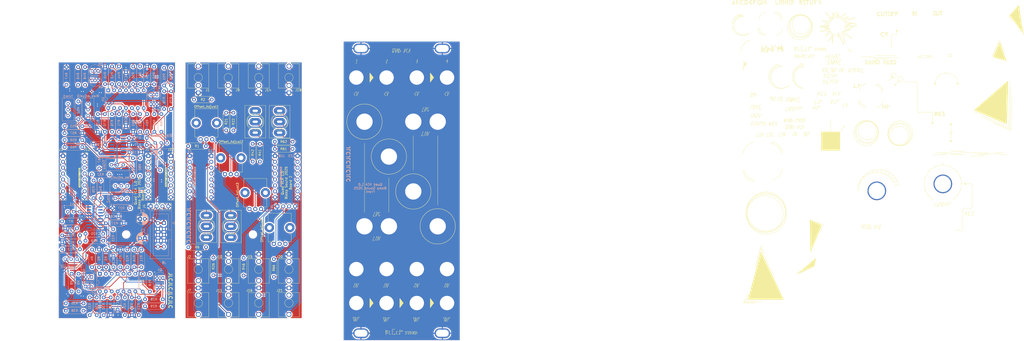
<source format=kicad_pcb>
(kicad_pcb (version 20240108) (generator "pcbnew") (generator_version "8.0")
  (layers (0 "F.Cu" signal) (31 "B.Cu" signal) (34 "B.Paste" user) (35 "F.Paste" user) (36 "B.SilkS" user "B.Silkscreen") (37 "F.SilkS" user "F.Silkscreen") (38 "B.Mask" user) (39 "F.Mask" user) (44 "Edge.Cuts" user))
  (net 0 "")
  (net 1 "GND")
  (net 2 "+12V")
  (net 3 "-12V")
  (net 4 "Net-(U1A--)")
  (net 5 "Net-(U1B-+)")
  (net 6 "Net-(Bias_adjust1-Pad2)")
  (net 7 "Net-(Bias_adjust2-Pad2)")
  (net 8 "Net-(Bias_adjust3-Pad2)")
  (net 9 "Net-(Bias_adjust4-Pad2)")
  (net 10 "CV1")
  (net 12 "Net-(J2-PadT)")
  (net 13 "/Out1")
  (net 14 "/In1")
  (net 15 "/Offset1")
  (net 16 "/log1")
  (net 17 "/Amp_bias1")
  (net 18 "/lin1")
  (net 19 "Out2")
  (net 20 "Net-(J9-PadT)")
  (net 21 "Net-(J10-PadT)")
  (net 22 "Out3")
  (net 23 "/VCA_2/In2")
  (net 24 "/VCA_2/Offset2")
  (net 25 "/VCA_2/log2")
  (net 26 "/VCA_2/Amp_bias2")
  (net 27 "Net-(Q1-B)")
  (net 28 "/VCA_2/lin2")
  (net 29 "CV3")
  (net 30 "Net-(U1C--)")
  (net 31 "Net-(U1B--)")
  (net 32 "Net-(U1D-+)")
  (net 36 "Net-(J15-PadT)")
  (net 37 "Out4")
  (net 38 "/VCA_3/In3")
  (net 39 "Net-(U4A--)")
  (net 40 "/VCA_3/Offset3")
  (net 41 "/VCA_3/log3")
  (net 42 "/VCA_3/Amp_bias3")
  (net 43 "/VCA_3/lin3")
  (net 44 "Net-(J19-PadT)")
  (net 45 "Net-(J20-PadT)")
  (net 46 "Net-(R32-Pad1)")
  (net 49 "/VCA_4/In4")
  (net 50 "/VCA_4/Offset4")
  (net 51 "/VCA_4/log4")
  (net 52 "/VCA_4/Amp_bias4")
  (net 53 "/VCA_4/lin4")
  (net 54 "Net-(Offset_Adjust1-Pad2)")
  (net 55 "Net-(Offset_Adjust2-Pad2)")
  (net 56 "Net-(Offset_Adjust3-Pad2)")
  (net 57 "Net-(Offset_Adjust4-Pad2)")
  (net 58 "Net-(Q1-E)")
  (net 59 "Net-(Q2-C)")
  (net 60 "Net-(Q3-B)")
  (net 61 "Net-(Q3-E)")
  (net 62 "Net-(Q4-C)")
  (net 63 "Net-(Q5-B)")
  (net 64 "Net-(Q5-E)")
  (net 65 "Net-(Q6-C)")
  (net 66 "Net-(Q7-B)")
  (net 67 "Net-(Q7-E)")
  (net 68 "Net-(Q8-C)")
  (net 69 "Net-(R7-Pad1)")
  (net 70 "Net-(R12-Pad1)")
  (net 71 "Net-(R16-Pad1)")
  (net 72 "Net-(R19-Pad1)")
  (net 73 "Net-(R27-Pad1)")
  (net 74 "Net-(U1D--)")
  (net 75 "Net-(R36-Pad1)")
  (net 76 "Net-(R39-Pad1)")
  (net 77 "Net-(R47-Pad1)")
  (net 78 "Net-(U4B-+)")
  (net 79 "Net-(U4B--)")
  (net 80 "Net-(R52-Pad1)")
  (net 81 "Net-(R56-Pad1)")
  (net 82 "Net-(R59-Pad1)")
  (net 83 "Net-(U4C--)")
  (net 84 "Net-(R67-Pad1)")
  (net 85 "Net-(U4D--)")
  (net 86 "Net-(U4D-+)")
  (net 87 "Net-(R72-Pad1)")
  (net 88 "Net-(R76-Pad1)")
  (net 89 "Net-(R79-Pad1)")
  (footprint "Kicad-perso:Doepfer Mounting hole" (layer "F.Cu") (at 184.5 30.5)
    (property "Reference" "H3" (hide yes))
    (property "Value" "MountingHole_Pad")
  )
  (footprint "Kicad-perso:Doepfer Mounting hole" (layer "F.Cu") (at 219.5 30.5)
    (property "Reference" "H4" (hide yes))
    (property "Value" "MountingHole_Pad")
  )
  (footprint "Kicad-perso:Doepfer Mounting hole" (layer "F.Cu") (at 219.5 153)
    (property "Reference" "H5" (hide yes))
    (property "Value" "MountingHole_Pad")
  )
  (footprint "Kicad-perso:Doepfer Mounting hole" (layer "F.Cu") (at 184.5 153)
    (property "Reference" "H6" (hide yes))
    (property "Value" "MountingHole_Pad")
  )
  (footprint "Resistor_THT:R_Axial_DIN0207_L6.3mm_D2.5mm_P7.62mm_Horizontal" (layer "F.Cu") (at 110.22 116)
    (property "Reference" "R6")
    (property "Value" "100k")
  )
  (footprint "Connector_PinSocket_2.54mm:PinSocket_1x08_P2.54mm_Vertical" (layer "F.Cu") (at 93 76.7)
    (property "Reference" "J17")
    (property "Value" "Conn_Circuit")
  )
  (footprint "MountingHole:MountingHole_3.2mm_M3" (layer "F.Cu") (at 138 110.5)
    (property "Reference" "H1" (hide yes))
    (property "Value" "SpacerHoles")
  )
  (footprint "Connector_PinSocket_2.54mm:PinSocket_1x08_P2.54mm_Vertical" (layer "F.Cu") (at 56.3 76.7)
    (property "Reference" "J3")
    (property "Value" "Conn_Circuit")
  )
  (footprint "Kicad-perso:Thonkiconn" (layer "F.Cu") (at 153.5 119)
    (property "Reference" "J20")
    (property "Value" "In")
  )
  (footprint "Kicad-perso:Thonkiconn" (layer "F.Cu") (at 140.5 119)
    (property "Reference" "J15")
    (property "Value" "In")
  )
  (footprint "Resistor_THT:R_Axial_DIN0207_L6.3mm_D2.5mm_P7.62mm_Horizontal" (layer "F.Cu") (at 147.42 73.7)
    (property "Reference" "R61")
    (property "Value" "100k")
  )
  (footprint "Kicad-perso:Pot-bourns-alpha" (layer "F.Cu") (at 120.5 69.55 90)
    (property "Reference" "Offset_Adjust1")
    (property "Value" "100k")
  )
  (footprint "Connector_PinSocket_2.54mm:PinSocket_1x04_P2.54mm_Vertical" (layer "F.Cu") (at 94 98.4 90)
    (property "Reference" "J4")
    (property "Value" "Conn_power")
  )
  (footprint "Kicad-perso:Pot-bourns-alpha" (layer "F.Cu") (at 141.5 99.55 90)
    (property "Reference" "Offset_Adjust3")
    (property "Value" "100k")
  )
  (footprint "Kicad-perso:Thonkiconn" (layer "F.Cu") (at 153.5 133.5)
    (property "Reference" "J21")
    (property "Value" "Out")
  )
  (footprint "Resistor_THT:R_Axial_DIN0207_L6.3mm_D2.5mm_P7.62mm_Horizontal" (layer "F.Cu") (at 121 120.42 -90)
    (property "Reference" "R26")
    (property "Value" "100k")
  )
  (footprint "Kicad-perso:Thonkiconn" (layer "F.Cu") (at 127.5 118.98)
    (property "Reference" "J10")
    (property "Value" "In")
  )
  (footprint "Kicad-perso:SW_Toggle_Blue_wSlots" (layer "F.Cu") (at 149.5 62 90)
    (property "Reference" "SW4" (hide yes))
    (property "Value" "log/lin")
  )
  (footprint "Kicad-perso:Pot-bourns-alpha" (layer "F.Cu") (at 131 84.55 90)
    (property "Reference" "Offset_Adjust2")
    (property "Value" "100k")
  )
  (footprint "kibuzzard-67840646" (layer "F.Cu") (at 63.4 86.1 90)
    (property "Reference" "kibuzzard-67840646" (hide yes))
    (property "Value" "G***" (hide yes))
  )
  (footprint "Resistor_THT:R_Axial_DIN0207_L6.3mm_D2.5mm_P7.62mm_Horizontal" (layer "F.Cu") (at 147 121.12 -90)
    (property "Reference" "R66")
    (property "Value" "100k")
  )
  (footprint "MountingHole:MountingHole_3.2mm_M3" (layer "F.Cu") (at 83.5 110.5)
    (property "Reference" "H2" (hide yes))
    (property "Value" "SpacerHoles")
  )
  (footprint "Kicad-perso:Thonkiconn" (layer "F.Cu") (at 140.5 133.5)
    (property "Reference" "J16")
    (property "Value" "Out")
  )
  (footprint "Kicad-perso:Thonkiconn" (layer "F.Cu") (at 140.5 49.5 180)
    (property "Reference" "J14")
    (property "Value" "CV")
  )
  (footprint "Kicad-perso:Thonkiconn" (layer "F.Cu") (at 127.4 49.5 180)
    (property "Reference" "J9")
    (property "Value" "CV")
  )
  (footprint "Resistor_THT:R_Axial_DIN0207_L6.3mm_D2.5mm_P7.62mm_Horizontal" (layer "F.Cu") (at 141 71.52 -90)
    (property "Reference" "R41")
    (property "Value" "100k")
  )
  (footprint "Kicad-perso:Thonkiconn" (layer "F.Cu") (at 114.5 49.5 180)
    (property "Reference" "J1")
    (property "Value" "CV")
  )
  (footprint "Resistor_THT:R_Axial_DIN0207_L6.3mm_D2.5mm_P7.62mm_Horizontal" (layer "F.Cu") (at 110.12 72.5)
    (property "Reference" "R1")
    (property "Value" "100k")
  )
  (footprint "Kicad-perso:Thonkiconn" (layer "F.Cu") (at 114.5 119)
    (property "Reference" "J2")
    (property "Value" "In")
  )
  (footprint "Kicad-perso:Thonkiconn" (layer "F.Cu") (at 153.5 49.5 180)
    (property "Reference" "J19")
    (property "Value" "CV")
  )
  (footprint "Resistor_THT:R_Axial_DIN0207_L6.3mm_D2.5mm_P7.62mm_Horizontal" (layer "F.Cu") (at 134 120.54 -90)
    (property "Reference" "R46")
    (property "Value" "100k")
  )
  (footprint "Kicad-perso:SW_Toggle_Blue_wSlots" (layer "F.Cu") (at 118 107 90)
    (property "Reference" "SW1" (hide yes))
    (property "Value" "log/lin")
  )
  (footprint "Resistor_THT:R_Axial_DIN0207_L6.3mm_D2.5mm_P7.62mm_Horizontal" (layer "F.Cu") (at 126.5 58.12 -90)
    (property "Reference" "R21")
    (property "Value" "100k")
  )
  (footprint "Resistor_THT:R_Axial_DIN0207_L6.3mm_D2.5mm_P7.62mm_Horizontal" (layer "F.Cu") (at 137.9 71.52 -90)
    (property "Reference" "R42")
    (property "Value" "100k")
  )
  (footprint "Kicad-perso:Pot-bourns-alpha" (layer "F.Cu") (at 152 114.55 90)
    (property "Reference" "Offset_Adjust4")
    (property "Value" "100k")
  )
  (footprint "Connector_PinSocket_2.54mm:PinSocket_1x08_P2.54mm_Vertical" (layer "F.Cu") (at 102.7 76.7)
    (property "Reference" "J22")
    (property "Value" "Conn_Circuit")
  )
  (footprint "Connector_PinSocket_2.54mm:PinSocket_1x08_P2.54mm_Vertical" (layer "F.Cu") (at 65.6 76.7)
    (property "Reference" "J12")
    (property "Value" "Conn_Circuit")
  )
  (footprint "Resistor_THT:R_Axial_DIN0207_L6.3mm_D2.5mm_P7.62mm_Horizontal" (layer "F.Cu") (at 129.6 58.12 -90)
    (property "Reference" "R22")
    (property "Value" "100k")
  )
  (footprint "Kicad-perso:SW_Toggle_Blue_wSlots" (layer "F.Cu") (at 139 62 90)
    (property "Reference" "SW3" (hide yes))
    (property "Value" "log/lin")
  )
  (footprint "Resistor_THT:R_Axial_DIN0207_L6.3mm_D2.5mm_P7.62mm_Horizontal" (layer "F.Cu") (at 147.42 70.6)
    (property "Reference" "R62")
    (property "Value" "100k")
  )
  (footprint "Resistor_THT:R_Axial_DIN0207_L6.3mm_D2.5mm_P7.62mm_Horizontal" (layer "F.Cu") (at 120.28 52.5 180)
    (property "Reference" "R2")
    (property "Value" "100k")
  )
  (footprint "Kicad-perso:Thonkiconn" (layer "F.Cu") (at 127.5 133.5)
    (property "Reference" "J11")
    (property "Value" "Out")
  )
  (footprint "Kicad-perso:Thonkiconn" (layer "F.Cu") (at 114.5 133.5)
    (property "Reference" "J7")
    (property "Value" "Out")
  )
  (footprint "Kicad-perso:SW_Toggle_Blue_wSlots" (layer "F.Cu") (at 128.5 107 90)
    (property "Reference" "SW2" (hide yes))
    (property "Value" "log/lin")
  )
  (footprint "kibuzzard-67840646" (layer "F.Cu") (at 100.6 85.8 90)
    (property "Reference" "kibuzzard-67840646" (hide yes))
    (property "Value" "G***" (hide yes))
  )
  (footprint "Capacitor_THT:C_Disc_D7.0mm_W2.5mm_P5.00mm" (layer "B.Cu") (at 74.4 71.9 180)
    (property "Reference" "C9")
    (property "Value" "100nF")
  )
  (footprint "Resistor_THT:R_Axial_DIN0207_L6.3mm_D2.5mm_P7.62mm_Horizontal" (layer "B.Cu") (at 82.9 145.22 90)
    (property "Reference" "R24")
    (property "Value" "2k")
  )
  (footprint "Resistor_THT:R_Axial_DIN0207_L6.3mm_D2.5mm_P7.62mm_Horizontal" (layer "B.Cu") (at 72.5 87.28 -90)
    (property "Reference" "R40")
    (property "Value" "1k")
  )
  (footprint "Package_TO_SOT_THT:TO-92_Inline" (layer "B.Cu") (at 96.67 50.32 180)
    (property "Reference" "Q7")
    (property "Value" "2N3904")
  )
  (footprint "Resistor_THT:R_Axial_DIN0207_L6.3mm_D2.5mm_P7.62mm_Horizontal" (layer "B.Cu") (at 92.5 58.72 -90)
    (property "Reference" "R64")
    (property "Value" "2k")
  )
  (footprint "Resistor_THT:R_Axial_DIN0207_L6.3mm_D2.5mm_P7.62mm_Horizontal" (layer "B.Cu") (at 63 127.39 -90)
    (property "Reference" "R9")
    (property "Value" "20k")
  )
  (footprint "Resistor_THT:R_Axial_DIN0207_L6.3mm_D2.5mm_P7.62mm_Horizontal" (layer "B.Cu") (at 84 124.61 90)
    (property "Reference" "R10")
    (property "Value" "100k")
  )
  (footprint "Resistor_THT:R_Axial_DIN0207_L6.3mm_D2.5mm_P7.62mm_Horizontal" (layer "B.Cu") (at 64.61 66.9 180)
    (property "Reference" "R57")
    (property "Value" "47k")
  )
  (footprint "Resistor_THT:R_Axial_DIN0207_L6.3mm_D2.5mm_P7.62mm_Horizontal" (layer "B.Cu") (at 98.1 82.91 90)
    (property "Reference" "R72")
    (property "Value" "2M")
  )
  (footprint "Resistor_THT:R_Axial_DIN0207_L6.3mm_D2.5mm_P7.62mm_Horizontal" (layer "B.Cu") (at 76.8 145.22 90)
    (property "Reference" "R34")
    (property "Value" "470R")
  )
  (footprint "Resistor_THT:R_Axial_DIN0207_L6.3mm_D2.5mm_P7.62mm_Horizontal" (layer "B.Cu") (at 80.4 58.72 -90)
    (property "Reference" "R71")
    (property "Value" "2k")
  )
  (footprint "Resistor_THT:R_Axial_DIN0207_L6.3mm_D2.5mm_P7.62mm_Horizontal" (layer "B.Cu") (at 63.61 110.9 180)
    (property "Reference" "R13")
    (property "Value" "470k")
  )
  (footprint "Resistor_THT:R_Axial_DIN0207_L6.3mm_D2.5mm_P7.62mm_Horizontal" (layer "B.Cu") (at 90.6 127.48 -90)
    (property "Reference" "R15")
    (property "Value" "20k")
  )
  (footprint "Resistor_THT:R_Axial_DIN0207_L6.3mm_D2.5mm_P7.62mm_Horizontal" (layer "B.Cu") (at 71.9 82.11 90)
    (property "Reference" "R67")
    (property "Value" "150R")
  )
  (footprint "Resistor_THT:R_Axial_DIN0207_L6.3mm_D2.5mm_P7.62mm_Horizontal" (layer "B.Cu") (at 86.4 77.69 -90)
    (property "Reference" "R79")
    (property "Value" "4.7k")
  )
  (footprint "Resistor_THT:R_Axial_DIN0207_L6.3mm_D2.5mm_P7.62mm_Horizontal" (layer "B.Cu") (at 74.3 58.72 -90)
    (property "Reference" "R70")
    (property "Value" "100k")
  )
  (footprint "Resistor_THT:R_Axial_DIN0207_L6.3mm_D2.5mm_P7.62mm_Horizontal" (layer "B.Cu") (at 65.8 38.51 -90)
    (property "Reference" "R48")
    (property "Value" "120k")
  )
  (footprint "Resistor_THT:R_Axial_DIN0207_L6.3mm_D2.5mm_P7.62mm_Horizontal" (layer "B.Cu") (at 98.6 58.71 -90)
    (property "Reference" "R69")
    (property "Value" "20k")
  )
  (footprint "Resistor_THT:R_Axial_DIN0207_L6.3mm_D2.5mm_P7.62mm_Horizontal" (layer "B.Cu") (at 95.6 58.71 -90)
    (property "Reference" "R68")
    (property "Value" "120k")
  )
  (footprint "Package_TO_SOT_THT:TO-92_Inline" (layer "B.Cu") (at 71.37 40.13 180)
    (property "Reference" "Q5")
    (property "Value" "2N3904")
  )
  (footprint "Resistor_THT:R_Axial_DIN0207_L6.3mm_D2.5mm_P7.62mm_Horizontal" (layer "B.Cu") (at 67.8 137.6 -90)
    (property "Reference" "R31")
    (property "Value" "2k")
  )
  (footprint "Resistor_THT:R_Axial_DIN0207_L6.3mm_D2.5mm_P7.62mm_Horizontal" (layer "B.Cu") (at 85.9 145.22 90)
    (property "Reference" "R25")
    (property "Value" "2k")
  )
  (footprint "Potentiometer_THT:Potentiometer_Bourns_3296W_Vertical" (layer "B.Cu") (at 58.5 54.26 90)
    (property "Reference" "Trim3")
    (property "Value" "2k")
  )
  (footprint "Resistor_THT:R_Axial_DIN0207_L6.3mm_D2.5mm_P7.62mm_Horizontal" (layer "B.Cu") (at 89.5 45.84 90)
    (property "Reference" "R51")
    (property "Value" "2k")
  )
  (footprint "Resistor_THT:R_Axial_DIN0207_L6.3mm_D2.5mm_P7.62mm_Horizontal" (layer "B.Cu") (at 74.4 38.21 -90)
    (property "Reference" "R45")
    (property "Value" "2k")
  )
  (footprint "Capacitor_THT:C_Disc_D7.0mm_W2.5mm_P5.00mm" (layer "B.Cu") (at 83.4 45.72 90)
    (property "Reference" "C7")
    (property "Value" "100nF")
  )
  (footprint "Resistor_THT:R_Axial_DIN0207_L6.3mm_D2.5mm_P7.62mm_Horizontal" (layer "B.Cu") (at 55.88 104.902)
    (property "Reference" "R7")
    (property "Value" "150R")
  )
  (footprint "Resistor_THT:R_Axial_DIN0207_L6.3mm_D2.5mm_P7.62mm_Horizontal" (layer "B.Cu") (at 89.5 58.72 -90)
    (property "Reference" "R63")
    (property "Value" "100k")
  )
  (footprint "Resistor_THT:R_Axial_DIN0207_L6.3mm_D2.5mm_P7.62mm_Horizontal" (layer "B.Cu") (at 73.6 110.2 180)
    (property "Reference" "R20")
    (property "Value" "1k")
  )
  (footprint "Resistor_THT:R_Axial_DIN0207_L6.3mm_D2.5mm_P7.62mm_Horizontal" (layer "B.Cu") (at 95.5 45.92 90)
    (property "Reference" "R50")
    (property "Value" "100k")
  )
  (footprint "Resistor_THT:R_Axial_DIN0207_L6.3mm_D2.5mm_P7.62mm_Horizontal" (layer "B.Cu") (at 64.61 72.9 180)
    (property "Reference" "R60")
    (property "Value" "1k")
  )
  (footprint "Capacitor_THT:C_Disc_D7.0mm_W2.5mm_P5.00mm" (layer "B.Cu") (at 62.3 107.9 180)
    (property "Reference" "C5")
    (property "Value" "100nF")
  )
  (footprint "Package_TO_SOT_THT:TO-92_Inline" (layer "B.Cu") (at 96.73 133.3)
    (property "Reference" "Q3")
    (property "Value" "2N3904")
  )
  (footprint "Resistor_THT:R_Axial_DIN0207_L6.3mm_D2.5mm_P7.62mm_Horizontal" (layer "B.Cu") (at 68.8 117 -90)
    (property "Reference" "R4")
    (property "Value" "2k")
  )
  (footprint "Resistor_THT:R_Axial_DIN0207_L6.3mm_D2.5mm_P7.62mm_Horizontal" (layer "B.Cu") (at 65.11 140.15 180)
    (property "Reference" "R35")
    (property "Value" "20k")
  )
  (footprint "Resistor_THT:R_Axial_DIN0207_L6.3mm_D2.5mm_P7.62mm_Horizontal" (layer "B.Cu") (at 77.4 45.83 90)
    (property "Reference" "R43")
    (property "Value" "100k")
  )
  (footprint "Resistor_THT:R_Axial_DIN0207_L6.3mm_D2.5mm_P7.62mm_Horizontal" (layer "B.Cu") (at 102.8 46.42 90)
    (property "Reference" "R58")
    (property "Value" "30k")
  )
  (footprint "Connector_PinHeader_2.54mm:PinHeader_1x08_P2.54mm_Vertical" (layer "B.Cu") (at 147.5 76.7 180)
    (property "Reference" "J18")
    (property "Value" "Conn_Jack")
  )
  (footprint "Connector_PinHeader_2.54mm:PinHeader_1x08_P2.54mm_Vertical" (layer "B.Cu") (at 110.8 76.7 180)
    (property "Reference" "J5")
    (property "Value" "Conn_Jack")
  )
  (footprint "Resistor_THT:R_Axial_DIN0207_L6.3mm_D2.5mm_P7.62mm_Horizontal" (layer "B.Cu") (at 86.5 38.21 -90)
    (property "Reference" "R56")
    (property "Value" "100k")
  )
  (footprint "Resistor_THT:R_Axial_DIN0207_L6.3mm_D2.5mm_P7.62mm_Horizontal" (layer "B.Cu") (at 55.99 113.9)
    (property "Reference" "R17")
    (property "Value" "47k")
  )
  (footprint "Resistor_THT:R_Axial_DIN0207_L6.3mm_D2.5mm_P7.62mm_Horizontal" (layer "B.Cu") (at 77.9 108.3 -90)
    (property "Reference" "R33")
    (property "Value" "470k")
  )
  (footprint "Resistor_THT:R_Axial_DIN0207_L6.3mm_D2.5mm_P7.62mm_Horizontal" (layer "B.Cu") (at 99.21 141.4 180)
    (property "Reference" "R29")
    (property "Value" "20k")
  )
  (footprint "Resistor_THT:R_Axial_DIN0207_L6.3mm_D2.5mm_P7.62mm_Horizontal" (layer "B.Cu") (at 99.8 56.53 90)
    (property "Reference" "R78")
    (property "Value" "30k")
  )
  (footprint "Resistor_THT:R_Axial_DIN0207_L6.3mm_D2.5mm_P7.62mm_Horizontal" (layer "B.Cu") (at 88.9 137.6 -90)
    (property "Reference" "R23")
    (property "Value" "100k")
  )
  (footprint "Resistor_THT:R_Axial_DIN0207_L6.3mm_D2.5mm_P7.62mm_Horizontal" (layer "B.Cu") (at 70.8 145.22 90)
    (property "Reference" "R36")
    (property "Value" "100k")
  )
  (footprint "Resistor_THT:R_Axial_DIN0207_L6.3mm_D2.5mm_P7.62mm_Horizontal" (layer "B.Cu") (at 84.69 72)
    (property "Reference" "R77")
    (property "Value" "47k")
  )
  (footprint "Resistor_THT:R_Axial_DIN0207_L6.3mm_D2.5mm_P7.62mm_Horizontal" (layer "B.Cu") (at 62.8 38.5 -90)
    (property "Reference" "R49")
    (property "Value" "20k")
  )
  (footprint "Resistor_THT:R_Axial_DIN0207_L6.3mm_D2.5mm_P7.62mm_Horizontal" (layer "B.Cu") (at 85.21 99.2 180)
    (property "Reference" "R27")
    (property "Value" "150R")
  )
  (footprint "Resistor_THT:R_Axial_DIN0207_L6.3mm_D2.5mm_P7.62mm_Horizontal" (layer "B.Cu") (at 68.69 84.7)
    (property "Reference" "R32")
    (property "Value" "2M")
  )
  (footprint "Resistor_THT:R_Axial_DIN0207_L6.3mm_D2.5mm_P7.62mm_Horizontal" (layer "B.Cu") (at 82.41 105.7 180)
    (property "Reference" "R37")
    (property "Value" "47k")
  )
  (footprint "Resistor_THT:R_Axial_DIN0207_L6.3mm_D2.5mm_P7.62mm_Horizontal" (layer "B.Cu") (at 60 127.39 -90)
    (property "Reference" "R8")
    (property "Value" "120k")
  )
  (footprint "Resistor_THT:R_Axial_DIN0207_L6.3mm_D2.5mm_P7.62mm_Horizontal" (layer "B.Cu") (at 74.8 124.61 90)
    (property "Reference" "R3")
    (property "Value" "100k")
  )
  (footprint "Resistor_THT:R_Axial_DIN0207_L6.3mm_D2.5mm_P7.62mm_Horizontal" (layer "B.Cu") (at 57.8 46.1 90)
    (property "Reference" "R47")
    (property "Value" "150R")
  )
  (footprint "Resistor_THT:R_Axial_DIN0207_L6.3mm_D2.5mm_P7.62mm_Horizontal" (layer "B.Cu") (at 65.99 113.2)
    (property "Reference" "R19")
    (property "Value" "4.7k")
  )
  (footprint "Potentiometer_THT:Potentiometer_Bourns_3296W_Vertical" (layer "B.Cu") (at 78.86 89.6 180)
    (property "Reference" "Bias_adjust2")
    (property "Value" "100k")
  )
  (footprint "Potentiometer_THT:Potentiometer_Bourns_3296W_Vertical" (layer "B.Cu") (at 78.82 95 180)
    (property "Reference" "Trim2")
    (property "Value" "2k")
  )
  (footprint "Capacitor_THT:CP_Radial_D5.0mm_P2.00mm" (layer "B.Cu") (at 89.46 103.8)
    (property "Reference" "C2")
    (property "Value" "10uF")
  )
  (footprint "Resistor_THT:R_Axial_DIN0207_L6.3mm_D2.5mm_P7.62mm_Horizontal" (layer "B.Cu") (at 81 117 -90)
    (property "Reference" "R14")
    (property "Value" "470R")
  )
  (footprint "Resistor_THT:R_Axial_DIN0207_L6.3mm_D2.5mm_P7.62mm_Horizontal" (layer "B.Cu") (at 69.46 87.28 -90)
    (property "Reference" "R39")
    (property "Value" "4.7k")
  )
  (footprint "Connector_PinHeader_2.54mm:PinHeader_1x04_P2.54mm_Vertical" (layer "B.Cu") (at 148.5 98.4 -90)
    (property "Reference" "J6")
    (property "Value" "Conn_power")
  )
  (footprint "Resistor_THT:R_Axial_DIN0207_L6.3mm_D2.5mm_P7.62mm_Horizontal" (layer "B.Cu") (at 93.7 127.48 -90)
    (property "Reference" "R18")
    (property "Value" "30k")
  )
  (footprint "Resistor_THT:R_Axial_DIN0207_L6.3mm_D2.5mm_P7.62mm_Horizontal" (layer "B.Cu") (at 92.31 69 180)
    (property "Reference" "R73")
    (property "Value" "470k")
  )
  (footprint "Resistor_THT:R_Axial_DIN0207_L6.3mm_D2.5mm_P7.62mm_Horizontal" (layer "B.Cu") (at 86.5 66.34 90)
    (property "Reference" "R65")
    (property "Value" "2k")
  )
  (footprint "Potentiometer_THT:Potentiometer_Bourns_3296W_Vertical" (layer "B.Cu") (at 96 71.1 180)
    (property "Reference" "Bias_adjust4")
    (property "Value" "100k")
  )
  (footprint "Resistor_THT:R_Axial_DIN0207_L6.3mm_D2.5mm_P7.62mm_Horizontal" (layer "B.Cu") (at 73.8 137.6 -90)
    (property "Reference" "R30")
    (property "Value" "100k")
  )
  (footprint "Package_DIP:DIP-14_W7.62mm_Socket" (layer "B.Cu") (at 72.175 127.4 -90)
    (property "Reference" "U1")
    (property "Value" "TL074")
  )
  (footprint "Package_SO:SOIC-16_3.9x9.9mm_P1.27mm" (layer "B.Cu") (at 70 103.1 180)
    (property "Reference" "U2")
    (property "Value" "LM13700")
  )
  (footprint "Resistor_THT:R_Axial_DIN0207_L6.3mm_D2.5mm_P7.62mm_Horizontal" (layer "B.Cu") (at 102.8 48.91 -90)
    (property "Reference" "R75")
    (property "Value" "20k")
  )
  (footprint "Resistor_THT:R_Axial_DIN0207_L6.3mm_D2.5mm_P7.62mm_Horizontal" (layer "B.Cu") (at 87 116.99 -90)
    (property "Reference" "R16")
    (property "Value" "100k")
  )
  (footprint "Package_TO_SOT_THT:TO-92_Inline" (layer "B.Cu") (at 68.83 44.22)
    (property "Reference" "Q6")
    (property "Value" "2N3906")
  )
  (footprint "Resistor_THT:R_Axial_DIN0207_L6.3mm_D2.5mm_P7.62mm_Horizontal" (layer "B.Cu") (at 92.5 38.3 -90)
    (property "Reference" "R54")
    (property "Value" "470R")
  )
  (footprint "kibuzzard-67840666" (layer "B.Cu") (at 150 85.6 90)
    (property "Reference" "kibuzzard-67840666" (hide yes))
    (property "Value" "G***" (hide yes))
  )
  (footprint "Resistor_THT:R_Axial_DIN0207_L6.3mm_D2.5mm_P7.62mm_Horizontal" (layer "B.Cu") (at 71.3 66.35 90)
    (property "Reference" "R74")
    (property "Value" "470R")
  )
  (footprint "Capacitor_THT:C_Disc_D7.0mm_W2.5mm_P5.00mm" (layer "B.Cu") (at 79.8 142.8 90)
    (property "Reference" "C4")
    (property "Value" "100nF")
  )
  (footprint "Resistor_THT:R_Axial_DIN0207_L6.3mm_D2.5mm_P7.62mm_Horizontal" (layer "B.Cu") (at 62.9 60.91 90)
    (property "Reference" "R52")
    (property "Value" "2M")
  )
  (footprint "Resistor_THT:R_Axial_DIN0207_L6.3mm_D2.5mm_P7.62mm_Horizontal" (layer "B.Cu") (at 71.8 116.99 -90)
    (property "Reference" "R5")
    (property "Value" "2k")
  )
  (footprint "Package_TO_SOT_THT:TO-92_Inline" (layer "B.Cu") (at 99.27 129.27 180)
    (property "Reference" "Q4")
    (property "Value" "2N3906")
  )
  (footprint "kibuzzard-67840666" (layer "B.Cu") (at 113 85.6 90)
    (property "Reference" "kibuzzard-67840666" (hide yes))
    (property "Value" "G***" (hide yes))
  )
  (footprint "Potentiometer_THT:Potentiometer_Bourns_3296W_Vertical" (layer "B.Cu") (at 62.34 121.1)
    (property "Reference" "Bias_adjust1")
    (property "Value" "100k")
  )
  (footprint "Capacitor_THT:C_Disc_D7.0mm_W2.5mm_P5.00mm" (layer "B.Cu") (at 80.2 102.7 180)
    (property "Reference" "C6")
    (property "Value" "100nF")
  )
  (footprint "Resistor_THT:R_Axial_DIN0207_L6.3mm_D2.5mm_P7.62mm_Horizontal" (layer "B.Cu") (at 99.23 138.4 180)
    (property "Reference" "R28")
    (property "Value" "120k")
  )
  (footprint "Capacitor_THT:C_Disc_D7.0mm_W2.5mm_P5.00mm" (layer "B.Cu") (at 83.4 63.92 90)
    (property "Reference" "C8")
    (property "Value" "100nF")
  )
  (footprint "Resistor_THT:R_Axial_DIN0207_L6.3mm_D2.5mm_P7.62mm_Horizontal" (layer "B.Cu") (at 89.4 85.31 90)
    (property "Reference" "R80")
    (property "Value" "1k")
  )
  (footprint "Resistor_THT:R_Axial_DIN0207_L6.3mm_D2.5mm_P7.62mm_Horizontal" (layer "B.Cu") (at 63.6 116.9 180)
    (property "Reference" "R12")
    (property "Value" "2M")
  )
  (footprint "Potentiometer_THT:Potentiometer_Bourns_3296W_Vertical" (layer "B.Cu") (at 63.45 100.7)
    (property "Reference" "Trim1")
    (property "Value" "2k")
  )
  (footprint "Resistor_THT:R_Axial_DIN0207_L6.3mm_D2.5mm_P7.62mm_Horizontal" (layer "B.Cu") (at 90 124.61 90)
    (property "Reference" "R11")
    (property "Value" "2k")
  )
  (footprint "Connector_IDC:IDC-Header_2x05_P2.54mm_Vertical" (layer "B.Cu") (at 99.7 105.58 180)
    (property "Reference" "J8")
    (property "Value" "Power Input")
  )
  (footprint "Resistor_THT:R_Axial_DIN0207_L6.3mm_D2.5mm_P7.62mm_Horizontal" (layer "B.Cu") (at 77.4 66.34 90)
    (property "Reference" "R76")
    (property "Value" "100k")
  )
  (footprint "Capacitor_THT:CP_Radial_D5.0mm_P2.00mm" (layer "B.Cu") (at 91.515112 112.12 180)
    (property "Reference" "C1")
    (property "Value" "10uF")
  )
  (footprint "Resistor_THT:R_Axial_DIN0207_L6.3mm_D2.5mm_P7.62mm_Horizontal" (layer "B.Cu") (at 65.11 143.3 180)
    (property "Reference" "R38")
    (property "Value" "30k")
  )
  (footprint "Resistor_THT:R_Axial_DIN0207_L6.3mm_D2.5mm_P7.62mm_Horizontal" (layer "B.Cu") (at 56.99 63.9)
    (property "Reference" "R53")
    (property "Value" "470k")
  )
  (footprint "Resistor_THT:R_Axial_DIN0207_L6.3mm_D2.5mm_P7.62mm_Horizontal" (layer "B.Cu") (at 56.99 69.9)
    (property "Reference" "R59")
    (property "Value" "4.7k")
  )
  (footprint "Capacitor_THT:C_Disc_D7.0mm_W2.5mm_P5.00mm" (layer "B.Cu") (at 78 124.6 90)
    (property "Reference" "C3")
    (property "Value" "100nF")
  )
  (footprint "Package_DIP:DIP-14_W7.62mm_Socket" (layer "B.Cu") (at 75.775 48.52 -90)
    (property "Reference" "U4")
    (property "Value" "TL074")
  )
  (footprint "Potentiometer_THT:Potentiometer_Bourns_3296W_Vertical" (layer "B.Cu") (at 77.16 80.5 180)
    (property "Reference" "Trim4")
    (property "Value" "2k")
  )
  (footprint "Capacitor_THT:C_Disc_D7.0mm_W2.5mm_P5.00mm" (layer "B.Cu") (at 89.9 75.1 180)
    (property "Reference" "C10")
    (property "Value" "100nF")
  )
  (footprint "Connector_PinHeader_2.54mm:PinHeader_1x08_P2.54mm_Vertical" (layer "B.Cu") (at 157.2 76.7 180)
    (property "Reference" "J23")
    (property "Value" "Conn_Jack")
  )
  (footprint "Package_SO:SOIC-16_3.9x9.9mm_P1.27mm" (layer "B.Cu") (at 79.8 72.6 180)
    (property "Reference" "U3")
    (property "Value" "LM13700")
  )
  (footprint "Package_TO_SOT_THT:TO-92_Inline" (layer "B.Cu") (at 66.03 132.9)
    (property "Reference" "Q1")
    (property "Value" "2N3904")
  )
  (footprint "Potentiometer_THT:Potentiometer_Bourns_3296W_Vertical" (layer "B.Cu") (at 67.1 54.26 90)
    (property "Reference" "Bias_adjust3")
    (property "Value" "100k")
  )
  (footprint "Package_TO_SOT_THT:TO-92_Inline" (layer "B.Cu") (at 94.13 54.42)
    (property "Reference" "Q8")
    (property "Value" "2N3906")
  )
  (footprint "Resistor_THT:R_Axial_DIN0207_L6.3mm_D2.5mm_P7.62mm_Horizontal" (layer "B.Cu") (at 80.4 38.21 -90)
    (property "Reference" "R44")
    (property "Value" "2k")
  )
  (footprint "Connector_PinHeader_2.54mm:PinHeader_1x08_P2.54mm_Vertical" (layer "B.Cu") (at 120.1 76.7 180)
    (property "Reference" "J13")
    (property "Value" "Conn_Jack")
  )
  (footprint "Resistor_THT:R_Axial_DIN0207_L6.3mm_D2.5mm_P7.62mm_Horizontal" (layer "B.Cu") (at 99.8 46.42 90)
    (property "Reference" "R55")
    (property "Value" "20k")
  )
  (footprint "Package_TO_SOT_THT:TO-92_Inline" (layer "B.Cu") (at 68.600238 128.8 180)
    (property "Reference" "Q2")
    (property "Value" "2N3906")
  )
  (gr_line (start 196.100001 152.05) (end 195.100001 151.65) (stroke (width 0.12)) (layer "F.SilkS"))
  (gr_line (start 200.900001 153.25) (end 201.100001 153.45) (stroke (width 0.12)) (layer "F.SilkS"))
  (gr_line (start 205.700001 152.25) (end 204.900001 152.25) (stroke (width 0.12)) (layer "F.SilkS"))
  (gr_line (start 208.300001 152.25) (end 208.700001 153.05) (stroke (width 0.12)) (layer "F.SilkS"))
  (gr_line (start 351.290253 27.414932) (end 351.1 26.95) (stroke (width 0.12)) (layer "F.SilkS"))
  (gr_line (start 400.65 108.05) (end 400.75 106.35) (stroke (width 0.12)) (layer "F.SilkS"))
  (gr_line (start 367.4 61.75) (end 366.6 61.45) (stroke (width 0.12)) (layer "F.SilkS"))
  (gr_line (start 364.25 30.2) (end 364.25 29.4) (stroke (width 0.12)) (layer "F.SilkS"))
  (gr_line (start 221.8 35.2) (end 221.7 35.8) (stroke (width 0.12)) (layer "F.SilkS"))
  (gr_poly (pts (xy 202.7 140) (xy 201.2 142) (xy 201.2 138)) (stroke (width 0.15)) (fill solid) (layer "F.SilkS"))
  (gr_arc (start 399.95 39.5) (mid 400.067157 39.217157) (end 400.35 39.1) (stroke (width 0.12)) (layer "F.SilkS"))
  (gr_line (start 462.3 76.25) (end 459.3 76.25) (stroke (width 0.12)) (layer "F.SilkS"))
  (gr_line (start 195.250001 146.25) (end 194.950001 147.95) (stroke (width 0.12)) (layer "F.SilkS"))
  (gr_line (start 189.7 102.65) (end 190.5 102.65) (stroke (width 0.12)) (layer "F.SilkS"))
  (gr_line (start 379.25 33.9) (end 379.35 33.8) (stroke (width 0.12)) (layer "F.SilkS"))
  (gr_line (start 375.55 11.5) (end 374.85 11.5) (stroke (width 0.12)) (layer "F.SilkS"))
  (gr_line (start 380.4 55.15) (end 380.3 55.15) (stroke (width 0.12)) (layer "F.SilkS"))
  (gr_line (start 385.55 45.6) (end 385.35 45.8) (stroke (width 0.12)) (layer "F.SilkS"))
  (gr_line (start 407.9 24.4) (end 408.5 25.3) (stroke (width 0.12)) (layer "F.SilkS"))
  (gr_line (start 222.5 49.2) (end 222.4 49.2) (stroke (width 0.12)) (layer "F.SilkS"))
  (gr_line (start 378.85 33.9) (end 378.95 33.8) (stroke (width 0.12)) (layer "F.SilkS"))
  (gr_line (start 196.5 131.6) (end 196.4 131.6) (stroke (width 0.12)) (layer "F.SilkS"))
  (gr_line (start 356.775 58.55) (end 356.675 58.55) (stroke (width 0.12)) (layer "F.SilkS"))
  (gr_line (start 196.5 49.2) (end 195.7 50.8) (stroke (width 0.12)) (layer "F.SilkS"))
  (gr_line (start 405.375 108.1) (end 406.375 106.4) (stroke (width 0.12)) (layer "F.SilkS"))
  (gr_line (start 363.35 30) (end 363.85 31.9) (stroke (width 0.12)) (layer "F.SilkS"))
  (gr_line (start 209.5 49.2) (end 209.4 49.2) (stroke (width 0.12)) (layer "F.SilkS"))
  (gr_arc (start 368.569006 46.48996) (mid 360.53007 44.905772) (end 363.754039 37.373126) (stroke (width 0.12)) (layer "F.SilkS"))
  (gr_line (start 350.55 9.8) (end 349.55 9.8) (stroke (width 0.12)) (layer "F.SilkS"))
  (gr_line (start 412.05 14.8) (end 412.45 15.4) (stroke (width 0.12)) (layer "F.SilkS"))
  (gr_line (start 411.05 15) (end 411.05 14.8) (stroke (width 0.12)) (layer "F.SilkS"))
  (gr_poly (pts (xy 462.045 35.735) (xy 456.545 34.235) (xy 459.295 27.985)) (stroke (width 0.12)) (fill solid) (layer "F.SilkS"))
  (gr_line (start 414.65 36.9) (end 414.45 37.2) (stroke (width 0.12)) (layer "F.SilkS"))
  (gr_line (start 397.7 20.05) (end 392.45 19.55) (stroke (width 0.12)) (layer "F.SilkS"))
  (gr_line (start 377.55 9.8) (end 377.75 9.8) (stroke (width 0.12)) (layer "F.SilkS"))
  (gr_line (start 355.75 9.8) (end 355.15 10.6) (stroke (width 0.12)) (layer "F.SilkS"))
  (gr_line (start 220.9 133.3) (end 221.7 131.6) (stroke (width 0.12)) (layer "F.SilkS"))
  (gr_line (start 372 60.65) (end 372.9 61.05) (stroke (width 0.12)) (layer "F.SilkS"))
  (gr_line (start 389.55 35) (end 389.75 34.9) (stroke (width 0.12)) (layer "F.SilkS"))
  (gr_line (start 372.65 30.1) (end 372.45 30.3) (stroke (width 0.12)) (layer "F.SilkS"))
  (gr_arc (start 361.068047 70.659208) (mid 364.176855 72.12198) (end 365.782962 75.159208) (stroke (width 0.12)) (layer "F.SilkS"))
  (gr_line (start 385.05 43) (end 385.75 43) (stroke (width 0.12)) (layer "F.SilkS"))
  (gr_line (start 374.8 63.4) (end 374.7 65.1) (stroke (width 0.12)) (layer "F.SilkS"))
  (gr_line (start 389.45 44) (end 388.55 45.6) (stroke (width 0.12)) (layer "F.SilkS"))
  (gr_line (start 386.15 33) (end 386.05 33) (stroke (width 0.12)) (layer "F.SilkS"))
  (gr_line (start 378.85 33.9) (end 379.25 33.9) (stroke (width 0.12)) (layer "F.SilkS"))
  (gr_line (start 346.75 17.4) (end 345.55 17) (stroke (width 0.12)) (layer "F.SilkS"))
  (gr_line (start 415.05 24) (end 415.05 23) (stroke (width 0.12)) (layer "F.SilkS"))
  (gr_line (start 386.7 23.05) (end 381.95 23.05) (stroke (width 0.12)) (layer "F.SilkS"))
  (gr_line (start 389.25 33) (end 389.15 35) (stroke (width 0.12)) (layer "F.SilkS"))
  (gr_circle (center 416.55 43.75) (end 416.05 42.75) (stroke (width 0.12)) (fill none) (layer "F.SilkS"))
  (gr_line (start 372.95 34.5) (end 372.35 34.5) (stroke (width 0.12)) (layer "F.SilkS"))
  (gr_line (start 394 54.2) (end 393.9 54.2) (stroke (width 0.12)) (layer "F.SilkS"))
  (gr_line (start 383.399884 106.243638) (end 381.899884 109.743638) (stroke (width 0.12)) (layer "F.SilkS"))
  (gr_line (start 357.65 32.1) (end 357.75 29.9) (stroke (width 0.12)) (layer "F.SilkS"))
  (gr_line (start 425.55 34) (end 423.55 34) (stroke (width 0.12)) (layer "F.SilkS"))
  (gr_line (start 221 131.6) (end 220.8 131.7) (stroke (width 0.12)) (layer "F.SilkS"))
  (gr_line (start 394 54.2) (end 393.2 55.8) (stroke (width 0.12)) (layer "F.SilkS"))
  (gr_line (start 434.425 96.9) (end 435.225 96.9) (stroke (width 0.12)) (layer "F.SilkS"))
  (gr_line (start 381.7 20.55) (end 385.95 21.3) (stroke (width 0.12)) (layer "F.SilkS"))
  (gr_line (start 190.4 100.95) (end 190.3 100.95) (stroke (width 0.12)) (layer "F.SilkS"))
  (gr_line (start 370.8 68.1) (end 370.7 68.1) (stroke (width 0.12)) (layer "F.SilkS"))
  (gr_line (start 448.2 100.75) (end 448 100.65) (stroke (width 0.12)) (layer "F.SilkS"))
  (gr_line (start 412.85 15) (end 413.05 15) (stroke (width 0.12)) (layer "F.SilkS"))
  (gr_line (start 357.05 9.8) (end 357.05 11.5) (stroke (width 0.12)) (layer "F.SilkS"))
  (gr_line (start 364.65 30.7) (end 364.85 30.1) (stroke (width 0.12)) (layer "F.SilkS"))
  (gr_line (start 221.7 35.8) (end 221.5 36.8) (stroke (width 0.12)) (layer "F.SilkS"))
  (gr_line (start 391.55 39) (end 391.55 40.7) (stroke (width 0.12)) (layer "F.SilkS"))
  (gr_line (start 371.95 33.4) (end 371.85 33.3) (stroke (width 0.12)) (layer "F.SilkS"))
  (gr_line (start 208.45 36.15) (end 208.75 35.85) (stroke (width 0.12)) (layer "F.SilkS"))
  (gr_line (start 392.45 22.05) (end 394.95 19.55) (stroke (width 0.12)) (layer "F.SilkS"))
  (gr_line (start 356.45 9.8) (end 355.45 9.8) (stroke (width 0.12)) (layer "F.SilkS"))
  (gr_line (start 377.85 33.6) (end 377.75 33.5) (stroke (width 0.12)) (layer "F.SilkS"))
  (gr_line (start 369.65 11.2) (end 369.45 11.5) (stroke (width 0.12)) (layer "F.SilkS"))
  (gr_line (start 432.15 16) (end 432.95 16) (stroke (width 0.12)) (layer "F.SilkS"))
  (gr_line (start 350.35 10) (end 349.75 10) (stroke (width 0.12)) (layer "F.SilkS"))
  (gr_line (start 403.55 35.5) (end 402.95 37.2) (stroke (width 0.12)) (layer "F.SilkS"))
  (gr_line (start 412.45 16.2) (end 412.25 16.5) (stroke (width 0.12)) (layer "F.SilkS"))
  (gr_line (start 211.2 66.35) (end 210.5 68.05) (stroke (width 0.12)) (layer "F.SilkS"))
  (gr_line (start 374.55 38.9) (end 373.65 36.8) (stroke (width 0.12)) (layer "F.SilkS"))
  (gr_line (start 201.100001 153.45) (end 201.100001 153.25) (stroke (width 0.12)) (layer "F.SilkS"))
  (gr_line (start 370.8 68.1) (end 371.6 66.4) (stroke (width 0.12)) (layer "F.SilkS"))
  (gr_line (start 354.7 60.25) (end 354.6 60.25) (stroke (width 0.12)) (layer "F.SilkS"))
  (gr_line (start 368.35 63.35) (end 367.3 65.1) (stroke (width 0.12)) (layer "F.SilkS"))
  (gr_line (start 353.1 63.15) (end 352.3 63.75) (stroke (width 0.12)) (layer "F.SilkS"))
  (gr_line (start 367.5 64.5) (end 367.7 65.1) (stroke (width 0.12)) (layer "F.SilkS"))
  (gr_line (start 368.65 10.1) (end 368.65 11.2) (stroke (width 0.12)) (layer "F.SilkS"))
  (gr_line (start 352.3 63.75) (end 352.3 63.55) (stroke (width 0.12)) (layer "F.SilkS"))
  (gr_line (start 396.95 17.3) (end 392.45 19.05) (stroke (width 0.12)) (layer "F.SilkS"))
  (gr_line (start 182.3 49.2) (end 182.4 49.3) (stroke (width 0.12)) (layer "F.SilkS"))
  (gr_line (start 356.85 9.9) (end 357.05 9.8) (stroke (width 0.12)) (layer "F.SilkS"))
  (gr_line (start 387.55 33) (end 387.45 33) (stroke (width 0.12)) (layer "F.SilkS"))
  (gr_line (start 387.55 44) (end 387.25 44.6) (stroke (width 0.12)) (layer "F.SilkS"))
  (gr_line (start 386.85 44) (end 386.15 45.6) (stroke (width 0.12)) (layer "F.SilkS"))
  (gr_line (start 202.500001 152.05) (end 201.100001 152.45) (stroke (width 0.12)) (layer "F.SilkS"))
  (gr_line (start 373.85 31.5) (end 375.05 31.5) (stroke (width 0.12)) (layer "F.SilkS"))
  (gr_line (start 181.9 133.3) (end 181.8 133.3) (stroke (width 0.12)) (layer "F.SilkS"))
  (gr_line (start 373.35 9.8) (end 373.35 11.5) (stroke (width 0.12)) (layer "F.SilkS"))
  (gr_line (start 371.05 29.7) (end 371.05 31.5) (stroke (width 0.12)) (layer "F.SilkS"))
  (gr_line (start 208.250001 146.25) (end 207.950001 147.95) (stroke (width 0.12)) (layer "F.SilkS"))
  (gr_line (start 384.95 39) (end 384.55 40.7) (stroke (width 0.12)) (layer "F.SilkS"))
  (gr_arc (start 406.05 45.8) (mid 408.17132 46.67868) (end 409.05 48.8) (stroke (width 0.12)) (layer "F.SilkS"))
  (gr_line (start 409.8 23.6) (end 410.5 25.3) (stroke (width 0.12)) (layer "F.SilkS"))
  (gr_line (start 412.85 14.8) (end 413.05 14.8) (stroke (width 0.12)) (layer "F.SilkS"))
  (gr_line (start 350.55 37) (end 349.75 37.7) (stroke (width 0.12)) (layer "F.SilkS"))
  (gr_line (start 371.15 10.4) (end 370.15 10.8) (stroke (width 0.12)) (layer "F.SilkS"))
  (gr_line (start 347.35 10.6) (end 347.95 11.5) (stroke (width 0.12)) (layer "F.SilkS"))
  (gr_line (start 409.35 37.2) (end 409.35 35.5) (stroke (width 0.12)) (layer "F.SilkS"))
  (gr_line (start 371.05 45.4) (end 371.35 45.2) (stroke (width 0.12)) (layer "F.SilkS"))
  (gr_poly (pts (xy 469.17 23.485) (xy 463.67 16.485) (xy 467.42 11.735)) (stroke (width 0.12)) (fill solid) (layer "F.SilkS"))
  (gr_line (start 374.45 33.9) (end 374.55 33.8) (stroke (width 0.12)) (layer "F.SilkS"))
  (gr_line (start 352.1 59.35) (end 352.6 60.25) (stroke (width 0.12)) (layer "F.SilkS"))
  (gr_line (start 384.8 49.15) (end 383.8 49.75) (stroke (width 0.12)) (layer "F.SilkS"))
  (gr_line (start 376.45 9.8) (end 375.95 9.8) (stroke (width 0.12)) (layer "F.SilkS"))
  (gr_line (start 390.45 33) (end 389.55 35) (stroke (width 0.12)) (layer "F.SilkS"))
  (gr_line (start 376.45 11.5) (end 376.65 11.5) (stroke (width 0.12)) (layer "F.SilkS"))
  (gr_line (start 399.95 39.9) (end 400.25 39.9) (stroke (width 0.12)) (layer "F.SilkS"))
  (gr_line (start 445.1 101.85) (end 444.9 102.35) (stroke (width 0.12)) (layer "F.SilkS"))
  (gr_line (start 209.150001 146.25) (end 209.850001 146.25) (stroke (width 0.12)) (layer "F.SilkS"))
  (gr_line (start 410.35 15) (end 410.55 15) (stroke (width 0.12)) (layer "F.SilkS"))
  (gr_line (start 387.7 49.15) (end 387.6 50.75) (stroke (width 0.12)) (layer "F.SilkS"))
  (gr_line (start 388.45 43) (end 388.65 42.9) (stroke (width 0.12)) (layer "F.SilkS"))
  (gr_line (start 192.5 100.95) (end 191.8 101.75) (stroke (width 0.12)) (layer "F.SilkS"))
  (gr_line (start 399.3 87.45) (end 399.4 87.65) (stroke (width 0.12)) (layer "F.SilkS"))
  (gr_line (start 405.55 37.2) (end 405.55 36.4) (stroke (width 0.12)) (layer "F.SilkS"))
  (gr_line (start 382.35 11.4) (end 382.35 11.1) (stroke (width 0.12)) (layer "F.SilkS"))
  (gr_line (start 401.35 106.35) (end 401.25 108.05) (stroke (width 0.12)) (layer "F.SilkS"))
  (gr_line (start 371.95 46.1) (end 371.75 46.3) (stroke (width 0.12)) (layer "F.SilkS"))
  (gr_line (start 385.45 39) (end 385.05 40.7) (stroke (width 0.12)) (layer "F.SilkS"))
  (gr_line (start 355.05 62.05) (end 354.75 63.75) (stroke (width 0.12)) (layer "F.SilkS"))
  (gr_line (start 431.025 97.85) (end 431.525 98.6) (stroke (width 0.12)) (layer "F.SilkS"))
  (gr_line (start 435.05 58.8) (end 434.95 58.6) (stroke (width 0.12)) (layer "F.SilkS"))
  (gr_line (start 353.9 58.45) (end 353.8 60.25) (stroke (width 0.12)) (layer "F.SilkS"))
  (gr_line (start 370.25 57.45) (end 370.5 55.75) (stroke (width 0.12)) (layer "F.SilkS"))
  (gr_line (start 381.8 52.75) (end 382.7 53.15) (stroke (width 0.12)) (layer "F.SilkS"))
  (gr_line (start 372.95 33.3) (end 372.85 33.2) (stroke (width 0.12)) (layer "F.SilkS"))
  (gr_line (start 433.35 59.5) (end 433.95 59.5) (stroke (width 0.12)) (layer "F.SilkS"))
  (gr_line (start 190.6 113.1) (end 191.4 111.4) (stroke (width 0.12)) (layer "F.SilkS"))
  (gr_line (start 196.550001 146.25) (end 195.550001 147.95) (stroke (width 0.12)) (layer "F.SilkS"))
  (gr_line (start 415.15 15.6) (end 415.15 15.4) (stroke (width 0.12)) (layer "F.SilkS"))
  (gr_line (start 459.295 26.735) (end 461.295 32.235) (stroke (width 0.12)) (layer "F.SilkS"))
  (gr_line (start 372.35 34.5) (end 372.25 34.4) (stroke (width 0.12)) (layer "F.SilkS"))
  (gr_line (start 213.9 66.35) (end 213.8 66.35) (stroke (width 0.12)) (layer "F.SilkS"))
  (gr_line (start 407.65 15) (end 407.85 14.8) (stroke (width 0.12)) (layer "F.SilkS"))
  (gr_line (start 444.5 88.75) (end 446.913389 88.75) (stroke (width 0.12)) (layer "F.SilkS"))
  (gr_line (start 434.65 14.5) (end 434.15 14.5) (stroke (width 0.12)) (layer "F.SilkS"))
  (gr_line (start 204.625 30.6) (end 204.725 30.7) (stroke (width 0.12)) (layer "F.SilkS"))
  (gr_line (start 374.35 10.5) (end 373.35 10.8) (stroke (width 0.12)) (layer "F.SilkS"))
  (gr_arc (start 349.888868 28.164931) (mid 350.364929 27.370143) (end 351.290253 27.414932) (stroke (width 0.12)) (layer "F.SilkS"))
  (gr_line (start 182.3 36.8) (end 182.7 36.8) (stroke (width 0.12)) (layer "F.SilkS"))
  (gr_line (start 401.65 35.5) (end 401.85 35.5) (stroke (width 0.12)) (layer "F.SilkS"))
  (gr_line (start 363.9 52.15) (end 363.9 52.65) (stroke (width 0.12)) (layer "F.SilkS"))
  (gr_line (start 353.7 49.6) (end 353.6 50.2) (stroke (width 0.12)) (layer "F.SilkS"))
  (gr_line (start 371.3 51.95) (end 370.7 51.65) (stroke (width 0.12)) (layer "F.SilkS"))
  (gr_line (start 414.45 37) (end 414.05 36.5) (stroke (width 0.12)) (layer "F.SilkS"))
  (gr_circle (center 373.35 21.3) (end 375.35 26.3) (stroke (width 0.12)) (fill none) (layer "F.SilkS"))
  (gr_line (start 350.85 10.7) (end 350.25 9.8) (stroke (width 0.12)) (layer "F.SilkS"))
  (gr_line (start 387.55 45.6) (end 387.55 45.4) (stroke (width 0.12)) (layer "F.SilkS"))
  (gr_line (start 205.6 30.6) (end 205.5 32.3) (stroke (width 0.12)) (layer "F.SilkS"))
  (gr_line (start 347.75 16.9) (end 346.75 16.2) (stroke (width 0.12)) (layer "F.SilkS"))
  (gr_line (start 347.95 9.8) (end 347.35 10.6) (stroke (width 0.12)) (layer "F.SilkS"))
  (gr_line (start 380.45 30.3) (end 379.45 30.5) (stroke (width 0.12)) (layer "F.SilkS"))
  (gr_line (start 414.45 14.8) (end 414.65 14.8) (stroke (width 0.12)) (layer "F.SilkS"))
  (gr_poly (pts (xy 189.800001 140) (xy 188.300001 142) (xy 188.300001 138)) (stroke (width 0.15)) (fill solid) (layer "F.SilkS"))
  (gr_line (start 370.75 43) (end 370.15 43) (stroke (width 0.12)) (layer "F.SilkS"))
  (gr_line (start 208.55 35.55) (end 208.85 35.25) (stroke (width 0.12)) (layer "F.SilkS"))
  (gr_line (start 374.15 10.2) (end 374.15 10.3) (stroke (width 0.12)) (layer "F.SilkS"))
  (gr_line (start 354.75 63.75) (end 355.75 62.05) (stroke (width 0.12)) (layer "F.SilkS"))
  (gr_line (start 431.875 96.9) (end 431.025 97.85) (stroke (width 0.12)) (layer "F.SilkS"))
  (gr_line (start 414.45 37) (end 413.65 37) (stroke (width 0.12)) (layer "F.SilkS"))
  (gr_line (start 409.35 37.2) (end 409.55 37.2) (stroke (width 0.12)) (layer "F.SilkS"))
  (gr_line (start 200.5 30.6) (end 200.4 32.3) (stroke (width 0.12)) (layer "F.SilkS"))
  (gr_line (start 365.35 11.5) (end 365.35 9.8) (stroke (width 0.12)) (layer "F.SilkS"))
  (gr_line (start 412.25 37) (end 412.35 37.2) (stroke (width 0.12)) (layer "F.SilkS"))
  (gr_line (start 351.65 10.3) (end 351.65 11) (stroke (width 0.12)) (layer "F.SilkS"))
  (gr_line (start 410.75 56.4) (end 410.95 56.4) (stroke (width 0.12)) (layer "F.SilkS"))
  (gr_poly (pts (xy 440.67 45.49) (xy 441.67 45.49) (xy 441.17 45.99)) (stroke (width 0.1)) (fill solid) (layer "F.SilkS"))
  (gr_line (start 195.3 49.2) (end 194.5 50.1) (stroke (width 0.12)) (layer "F.SilkS"))
  (gr_line (start 362.55 29.2) (end 363.35 30) (stroke (width 0.12)) (layer "F.SilkS"))
  (gr_line (start 383.65 39) (end 383.55 39) (stroke (width 0.12)) (layer "F.SilkS"))
  (gr_line (start 390.8 49.15) (end 390.7 49.15) (stroke (width 0.12)) (layer "F.SilkS"))
  (gr_line (start 353.35 54.9) (end 354.15 54.9) (stroke (width 0.12)) (layer "F.SilkS"))
  (gr_arc (start 374.655395 47.676051) (mid 370.826551 43.09318) (end 374.25 38.2) (stroke (width 0.12)) (layer "F.SilkS"))
  (gr_line (start 391.55 40.7) (end 392.35 39) (stroke (width 0.12)) (layer "F.SilkS"))
  (gr_line (start 207.300001 152.25) (end 206.500001 153.45) (stroke (width 0.12)) (layer "F.SilkS"))
  (gr_line (start 198.300001 151.25) (end 199.100001 151.25) (stroke (width 0.12)) (layer "F.SilkS"))
  (gr_line (start 356.55 32.2) (end 356.85 29) (stroke (width 0.12)) (layer "F.SilkS"))
  (gr_line (start 371.05 34.5) (end 370.95 34.4) (stroke (width 0.12)) (layer "F.SilkS"))
  (gr_line (start 378.75 11) (end 378.55 11.5) (stroke (width 0.12)) (layer "F.SilkS"))
  (gr_line (start 377.55 11) (end 377.75 11.5) (stroke (width 0.12)) (layer "F.SilkS"))
  (gr_line (start 211.4 55.9) (end 211.3 55.9) (stroke (width 0.12)) (layer "F.SilkS"))
  (gr_line (start 352.3 63.75) (end 352.5 63.75) (stroke (width 0.12)) (layer "F.SilkS"))
  (gr_line (start 361.4 51.35) (end 361.2 51.25) (stroke (width 0.12)) (layer "F.SilkS"))
  (gr_arc (start 368.55 46.5) (mid 361.094385 44.370516) (end 365.754039 38.173126) (stroke (width 0.12)) (layer "F.SilkS"))
  (gr_line (start 353.6 50.2) (end 353.5 50.9) (stroke (width 0.12)) (layer "F.SilkS"))
  (gr_line (start 411.95 55.2) (end 411.95 55.3) (stroke (width 0.12)) (layer "F.SilkS"))
  (gr_line (start 375.45 68.25) (end 374.95 66.55) (stroke (width 0.12)) (layer "F.SilkS"))
  (gr_line (start 379.45 31.5) (end 379.45 31.3) (stroke (width 0.12)) (layer "F.SilkS"))
  (gr_line (start 403.3 108.05) (end 403.4 106.35) (stroke (width 0.12)) (layer "F.SilkS"))
  (gr_line (start 361.4 51.35) (end 361 52.05) (stroke (width 0.12)) (layer "F.SilkS"))
  (gr_line (start 407.75 36.4) (end 407.15 35.5) (stroke (width 0.12)) (layer "F.SilkS"))
  (gr_line (start 373.75 10.7) (end 374.25 11.5) (stroke (width 0.12)) (layer "F.SilkS"))
  (gr_line (start 406.85 14.8) (end 406.25 15.6) (stroke (width 0.12)) (layer "F.SilkS"))
  (gr_line (start 409.15 54.7) (end 409.15 56.4) (stroke (width 0.12)) (layer "F.SilkS"))
  (gr_line (start 356.5 56.65) (end 356.3 56.85) (stroke (width 0.12)) (layer "F.SilkS"))
  (gr_line (start 352.55 11.3) (end 352.65 11.5) (stroke (width 0.12)) (layer "F.SilkS"))
  (gr_line (start 376.65 10) (end 377.15 10) (stroke (width 0.12)) (layer "F.SilkS"))
  (gr_line (start 369.8 65.1) (end 370.8 64.6) (stroke (width 0.12)) (layer "F.SilkS"))
  (gr_line (start 384.8 49.15) (end 384.8 49.35) (stroke (width 0.12)) (layer "F.SilkS"))
  (gr_line (start 393.95 16.8) (end 391.45 17.8) (stroke (width 0.12)) (layer "F.SilkS"))
  (gr_line (start 452.3 76.75) (end 446.3 76.75) (stroke (width 0.12)) (layer "F.SilkS"))
  (gr_line (start 207.900001 152.25) (end 207.700001 152.25) (stroke (width 0.12)) (layer "F.SilkS"))
  (gr_line (start 412.35 35.5) (end 412.15 35.8) (stroke (width 0.12)) (layer "F.SilkS"))
  (gr_line (start 431.35 59.5) (end 431.35 57.8) (stroke (width 0.12)) (layer "F.SilkS"))
  (gr_line (start 430.65 14.8) (end 430.85 14.5) (stroke (width 0.12)) (layer "F.SilkS"))
  (gr_line (start 435.65 59.2) (end 435.25 58.7) (stroke (width 0.12)) (layer "F.SilkS"))
  (gr_circle (center 416.469886 67) (end 414.469886 62) (stroke (width 0.12)) (fill none) (layer "F.SilkS"))
  (gr_line (start 360.15 30.5) (end 360.25 31.3) (stroke (width 0.12)) (layer "F.SilkS"))
  (gr_line (start 352.7 50.5) (end 353 50.2) (stroke (width 0.12)) (layer "F.SilkS"))
  (gr_line (start 368.25 60.65) (end 367.45 62.25) (stroke (width 0.12)) (layer "F.SilkS"))
  (gr_line (start 359.25 32.1) (end 359.05 29.6) (stroke (width 0.12)) (layer "F.SilkS"))
  (gr_line (start 374.8 62.25) (end 375 62.25) (stroke (width 0.12)) (layer "F.SilkS"))
  (gr_line (start 375.65 30.3) (end 375.65 31.5) (stroke (width 0.12)) (layer "F.SilkS"))
  (gr_line (start 355.65 11.3) (end 356.25 11.3) (stroke (width 0.12)) (layer "F.SilkS"))
  (gr_line (start 190.2 111.4) (end 189.5 113.1) (stroke (width 0.12)) (layer "F.SilkS"))
  (gr_line (start 349.05 16.7) (end 347.936612 15.771173) (stroke (width 0.12)) (layer "F.SilkS"))
  (gr_arc (start 360.568047 71.203558) (mid 363.676869 72.666326) (end 365.282962 75.703558) (stroke (width 0.12)) (layer "F.SilkS"))
  (gr_line (start 395.05 39) (end 395.05 39.2) (stroke (width 0.12)) (layer "F.SilkS"))
  (gr_line (start 352.6 60.25) (end 352.95 59.75) (stroke (width 0.12)) (layer "F.SilkS"))
  (gr_line (start 369.4 62.25) (end 370.5 61.75) (stroke (width 0.12)) (layer "F.SilkS"))
  (gr_line (start 199.15 32.25) (end 200.15 30.55) (stroke (width 0.12)) (layer "F.SilkS"))
  (gr_line (start 376.65 9.8) (end 376.65 11.5) (stroke (width 0.12)) (layer "F.SilkS"))
  (gr_line (start 351.9 51.2) (end 352.3 51.2) (stroke (width 0.12)) (layer "F.SilkS"))
  (gr_line (start 371.8 51.65) (end 371.7 51.65) (stroke (width 0.12)) (layer "F.SilkS"))
  (gr_line (start 369.7 63.4) (end 369.6 65.1) (stroke (width 0.12)) (layer "F.SilkS"))
  (gr_line (start 367.7 51.65) (end 367.3 53.35) (stroke (width 0.12)) (layer "F.SilkS"))
  (gr_line (start 390.1 49.15) (end 390 49.15) (stroke (width 0.12)) (layer "F.SilkS"))
  (gr_line (start 365.8 68.3) (end 366.6 66.6) (stroke (width 0.12)) (layer "F.SilkS"))
  (gr_line (start 446.3 100.75) (end 446.7 100.75) (stroke (width 0.12)) (layer "F.SilkS"))
  (gr_line (start 348.15 11.3) (end 348.75 11.3) (stroke (width 0.12)) (layer "F.SilkS"))
  (gr_line (start 387.55 45.6) (end 387.75 45.5) (stroke (width 0.12)) (layer "F.SilkS"))
  (gr_line (start 374.7 61.15) (end 375.6 61.65) (stroke (width 0.12)) (layer "F.SilkS"))
  (gr_line (start 208.8 49.2) (end 208.7 50.8) (stroke (width 0.12)) (layer "F.SilkS"))
  (gr_line (start 364.469006 38.28996) (end 362.969006 37.68996) (stroke (width 0.12)) (layer "F.SilkS"))
  (gr_circle (center 358.527312 101.192093) (end 362.727312 108.592093) (stroke (width 0.12)) (fill none) (layer "F.SilkS"))
  (gr_line (start 381.1 54.35) (end 381 54.15) (stroke (width 0.12)) (layer "F.SilkS"))
  (gr_line (start 369.95 9.8) (end 370.15 9.8) (stroke (width 0.12)) (layer "F.SilkS"))
  (gr_arc (start 351.610738 23.772885) (mid 344.540706 22.174865) (end 347.936612 15.771173) (stroke (width 0.12)) (layer "F.SilkS"))
  (gr_line (start 182.250001 146.15) (end 181.950001 147.85) (stroke (width 0.12)) (layer "F.SilkS"))
  (gr_line (start 204.325 32.25) (end 204.425 32.1) (stroke (width 0.12)) (layer "F.SilkS"))
  (gr_line (start 354.45 9.8) (end 353.45 9.8) (stroke (width 0.12)) (layer "F.SilkS"))
  (gr_poly (pts (xy 390.55 74.375) (xy 382.55 74.375) (xy 382.55 66.375) (xy 390.55 66.375)) (stroke (width 0.1)) (fill solid) (layer "F.SilkS"))
  (gr_line (start 183.5 49.2) (end 183.4 49.2) (stroke (width 0.12)) (layer "F.SilkS"))
  (gr_line (start 372.9 51.65) (end 373.3 51.65) (stroke (width 0.12)) (layer "F.SilkS"))
  (gr_line (start 387.05 35.4) (end 386.15 37.4) (stroke (width 0.12)) (layer "F.SilkS"))
  (gr_line (start 376.45 10) (end 376.65 10) (stroke (width 0.12)) (layer "F.SilkS"))
  (gr_line (start 374.75 11.3) (end 374.85 11.5) (stroke (width 0.12)) (layer "F.SilkS"))
  (gr_line (start 213.55 57) (end 213.65 57.1) (stroke (width 0.12)) (layer "F.SilkS"))
  (gr_line (start 208.8 49.2) (end 208.7 49.2) (stroke (width 0.12)) (layer "F.SilkS"))
  (gr_line (start 365.769006 38.18996) (end 363.754039 37.373126) (stroke (width 0.12)) (layer "F.SilkS"))
  (gr_line (start 372 60.65) (end 371.3 62.25) (stroke (width 0.12)) (layer "F.SilkS"))
  (gr_line (start 387.95 35.4) (end 387.85 35.4) (stroke (width 0.12)) (layer "F.SilkS"))
  (gr_line (start 439.05 34) (end 436.55 34) (stroke (width 0.12)) (layer "F.SilkS"))
  (gr_line (start 383.85 30.3) (end 383.65 30.3) (stroke (width 0.12)) (layer "F.SilkS"))
  (gr_line (start 207.100001 153.45) (end 207.900001 152.25) (stroke (width 0.12)) (layer "F.SilkS"))
  (gr_line (start 359.85 31.1) (end 360.15 30.5) (stroke (width 0.12)) (layer "F.SilkS"))
  (gr_line (start 362.8 51.35) (end 361.8 51.95) (stroke (width 0.12)) (layer "F.SilkS"))
  (gr_line (start 196.700001 153.45) (end 197.300001 153.45) (stroke (width 0.12)) (layer "F.SilkS"))
  (gr_line (start 213.3 57.6) (end 213.65 57.1) (stroke (width 0.12)) (layer "F.SilkS"))
  (gr_line (start 398.55 40) (end 399.05 40.3) (stroke (width 0.12)) (layer "F.SilkS"))
  (gr_line (start 430.65 15.1) (end 431.05 14.5) (stroke (width 0.12)) (layer "F.SilkS"))
  (gr_line (start 433.95 58.8) (end 433.05 58.8) (stroke (width 0.12)) (layer "F.SilkS"))
  (gr_line (start 447.4 89.25) (end 447.4 98.75) (stroke (width 0.12)) (layer "F.SilkS"))
  (gr_line (start 394.55 32) (end 394.55 30.5) (stroke (width 0.12)) (layer "F.SilkS"))
  (gr_line (start 386.15 35.4) (end 386.15 35.6) (stroke (width 0.12)) (layer "F.SilkS"))
  (gr_line (start 212.925 55.9) (end 211.875 57.6) (stroke (width 0.12)) (layer "F.SilkS"))
  (gr_line (start 379.45 9.8) (end 379.85 10.9) (stroke (width 0.12)) (layer "F.SilkS"))
  (gr_line (start 360.075 68.5) (end 360.325 66.8) (stroke (width 0.12)) (layer "F.SilkS"))
  (gr_line (start 372.35 33.3) (end 372.35 33.9) (stroke (width 0.12)) (layer "F.SilkS"))
  (gr_line (start 378.35 33.3) (end 378.25 33.2) (stroke (width 0.12)) (layer "F.SilkS"))
  (gr_line (start 181.9 133.3) (end 182.7 131.6) (stroke (width 0.12)) (layer "F.SilkS"))
  (gr_line (start 375.05 31.5) (end 374.85 31.7) (stroke (width 0.12)) (layer "F.SilkS"))
  (gr_line (start 387.2 17.8) (end 387.45 15.05) (stroke (width 0.12)) (layer "F.SilkS"))
  (gr_line (start 379.65 33.3) (end 379.75 33.2) (stroke (width 0.12)) (layer "F.SilkS"))
  (gr_line (start 208.7 131.6) (end 208.7 133.3) (stroke (width 0.12)) (layer "F.SilkS"))
  (gr_arc (start 409.05 52.8) (mid 408.17132 54.92132) (end 406.05 55.8) (stroke (width 0.12)) (layer "F.SilkS"))
  (gr_line (start 200.5 30.6) (end 199.7 32.3) (stroke (width 0.12)) (layer "F.SilkS"))
  (gr_line (start 392.5 54.2) (end 391.7 55.1) (stroke (width 0.12)) (layer "F.SilkS"))
  (gr_line (start 399.05 40.3) (end 399.05 40.7) (stroke (width 0.12)) (layer "F.SilkS"))
  (gr_line (start 221.3 49.2) (end 221.4 49.3) (stroke (width 0.12)) (layer "F.SilkS"))
  (gr_line (start 372.95 33.9) (end 372.95 34.5) (stroke (width 0.12)) (layer "F.SilkS"))
  (gr_line (start 351.65 11) (end 352.05 11.5) (stroke (width 0.12)) (layer "F.SilkS"))
  (gr_line (start 423.25 16.3) (end 423.25 15.5) (stroke (width 0.12)) (layer "F.SilkS"))
  (gr_line (start 373.35 10) (end 374.15 10.2) (stroke (width 0.12)) (layer "F.SilkS"))
  (gr_line (start 464.05 47.1) (end 463.55 65.1) (stroke (width 0.12)) (layer "F.SilkS"))
  (gr_line (start 372.1 55.75) (end 373.15 55.75) (stroke (width 0.12)) (layer "F.SilkS"))
  (gr_line (start 376.15 66.55) (end 375.85 68.25) (stroke (width 0.12)) (layer "F.SilkS"))
  (gr_line (start 372.475 63.35) (end 372.175 65.05) (stroke (width 0.12)) (layer "F.SilkS"))
  (gr_line (start 414.05 14.8) (end 413.05 14.8) (stroke (width 0.12)) (layer "F.SilkS"))
  (gr_line (start 360.069006 43.68996) (end 360.869006 43.58996) (stroke (width 0.12)) (layer "F.SilkS"))
  (gr_line (start 407.05 15) (end 407.65 15) (stroke (width 0.12)) (layer "F.SilkS"))
  (gr_line (start 373.85 33.9) (end 374.45 33.9) (stroke (width 0.12)) (layer "F.SilkS"))
  (gr_line (start 352.7 50.5) (end 352.6 51.2) (stroke (width 0.12)) (layer "F.SilkS"))
  (gr_line (start 454.3 76.25) (end 450.3 76.25) (stroke (width 0.12)) (layer "F.SilkS"))
  (gr_line (start 366.6 68.3) (end 367.4 66.6) (stroke (width 0.12)) (layer "F.SilkS"))
  (gr_arc (start 436.75 41.2) (mid 439.863934 42.418746) (end 441.163118 45.5) (stroke (width 0.12)) (layer "F.SilkS"))
  (gr_line (start 368.85 11.5) (end 368.65 11.2) (stroke (width 0.12)) (layer "F.SilkS"))
  (gr_line (start 344.75 10.4) (end 344.35 11.5) (stroke (width 0.12)) (layer "F.SilkS"))
  (gr_line (start 375.65 9.8) (end 374.85 9.8) (stroke (width 0.12)) (layer "F.SilkS"))
  (gr_line (start 364.55 11.5) (end 364.75 11.5) (stroke (width 0.12)) (layer "F.SilkS"))
  (gr_line (start 360.2 62.95) (end 361 62.55) (stroke (width 0.12)) (layer "F.SilkS"))
  (gr_line (start 408.45 14.8) (end 408.45 16.5) (stroke (width 0.12)) (layer "F.SilkS"))
  (gr_line (start 388.45 44) (end 387.55 45.6) (stroke (width 0.12)) (layer "F.SilkS"))
  (gr_circle (center 186 62) (end 193.6 62) (stroke (width 0.15)) (fill none) (layer "F.SilkS"))
  (gr_line (start 442.9 86.25) (end 442.44 86.39) (stroke (width 0.12)) (layer "F.SilkS"))
  (gr_line (start 433.35 57.8) (end 433.95 57.8) (stroke (width 0.12)) (layer "F.SilkS"))
  (gr_line (start 390.25 36.2) (end 390.65 36.2) (stroke (width 0.12)) (layer "F.SilkS"))
  (gr_line (start 389.95 44) (end 389.05 45.6) (stroke (width 0.12)) (layer "F.SilkS"))
  (gr_line (start 369.5 60.65) (end 369 62.25) (stroke (width 0.12)) (layer "F.SilkS"))
  (gr_line (start 405.75 37.2) (end 405.55 37.2) (stroke (width 0.12)) (layer "F.SilkS"))
  (gr_line (start 386.45 17.05) (end 386.2 19.05) (stroke (width 0.12)) (layer "F.SilkS"))
  (gr_line (start 350.3 139.25) (end 357.05 139.25) (stroke (width 0.12)) (layer "F.SilkS"))
  (gr_line (start 372.4 66.4) (end 372.3 66.4) (stroke (width 0.12)) (layer "F.SilkS"))
  (gr_line (start 352.55 10) (end 352.65 9.8) (stroke (width 0.12)) (layer "F.SilkS"))
  (gr_line (start 358.65 11.5) (end 358.85 11.5) (stroke (width 0.12)) (layer "F.SilkS"))
  (gr_line (start 355.75 54.95) (end 355.65 54.95) (stroke (width 0.12)) (layer "F.SilkS"))
  (gr_line (start 199.700001 152.25) (end 200.500001 152.25) (stroke (width 0.12)) (layer "F.SilkS"))
  (gr_line (start 433.475 96.9) (end 434.175 96.9) (stroke (width 0.12)) (layer "F.SilkS"))
  (gr_line (start 392.7 28.05) (end 390.95 23.8) (stroke (width 0.12)) (layer "F.SilkS"))
  (gr_line (start 365.35 11.5) (end 365.55 11.5) (stroke (width 0.12)) (layer "F.SilkS"))
  (gr_line (start 434.8 80.711611) (end 434.8 79.75) (stroke (width 0.12)) (layer "F.SilkS"))
  (gr_line (start 382.1 55.55) (end 380.9 55.85) (stroke (width 0.12)) (layer "F.SilkS"))
  (gr_line (start 411.65 14.8) (end 412.25 14.8) (stroke (width 0.12)) (layer "F.SilkS"))
  (gr_line (start 354.15 54.9) (end 353.1 56.65) (stroke (width 0.12)) (layer "F.SilkS"))
  (gr_line (start 374.7 60.65) (end 373.7 61.15) (stroke (width 0.12)) (layer "F.SilkS"))
  (gr_circle (center 416.019886 68) (end 413.419886 65) (stroke (width 0.12)) (fill none) (layer "F.SilkS"))
  (gr_line (start 411.05 14.8) (end 410.55 14.8) (stroke (width 0.12)) (layer "F.SilkS"))
  (gr_line (start 413.55 35.8) (end 413.95 36.3) (stroke (width 0.12)) (layer "F.SilkS"))
  (gr_line (start 376.45 11.5) (end 376.45 9.8) (stroke (width 0.12)) (layer "F.SilkS"))
  (gr_line (start 384.95 37.4) (end 384.95 37.2) (stroke (width 0.12)) (layer "F.SilkS"))
  (gr_line (start 433.55 57.8) (end 432.95 58.6) (stroke (width 0.12)) (layer "F.SilkS"))
  (gr_line (start 194.2 133.3) (end 195 131.6) (stroke (width 0.12)) (layer "F.SilkS"))
  (gr_line (start 391.45 23.55) (end 395.7 26.3) (stroke (width 0.12)) (layer "F.SilkS"))
  (gr_line (start 406.55 15.6) (end 407.15 16.5) (stroke (width 0.12)) (layer "F.SilkS"))
  (gr_line (start 426.9 91.65) (end 427.34 91.49) (stroke (width 0.12)) (layer "F.SilkS"))
  (gr_line (start 348.15 10) (end 348.75 10) (stroke (width 0.12)) (layer "F.SilkS"))
  (gr_line (start 411.95 55.3) (end 410.95 55.7) (stroke (width 0.12)) (layer "F.SilkS"))
  (gr_line (start 463.55 65.1) (end 451.05 59.6) (stroke (width 0.12)) (layer "F.SilkS"))
  (gr_line (start 374.95 33.3) (end 374.95 34.5) (stroke (width 0.12)) (layer "F.SilkS"))
  (gr_line (start 385.65 41.4) (end 386.05 41.4) (stroke (width 0.12)) (layer "F.SilkS"))
  (gr_line (start 378.85 34.5) (end 378.95 34.4) (stroke (width 0.12)) (layer "F.SilkS"))
  (gr_line (start 357.85 11.5) (end 357.85 9.8) (stroke (width 0.12)) (layer "F.SilkS"))
  (gr_line (start 400.75 106.35) (end 401.35 106.35) (stroke (width 0.12)) (layer "F.SilkS"))
  (gr_line (start 361.9 53.05) (end 362.1 53.05) (stroke (width 0.12)) (layer "F.SilkS"))
  (gr_line (start 405.55 36.4) (end 405.55 35.5) (stroke (width 0.12)) (layer "F.SilkS"))
  (gr_line (start 355.65 10) (end 356.25 10) (stroke (width 0.12)) (layer "F.SilkS"))
  (gr_line (start 208.300001 152.25) (end 207.700001 153.45) (stroke (width 0.12)) (layer "F.SilkS"))
  (gr_line (start 356.85 11.4) (end 356.85 9.9) (stroke (width 0.12)) (layer "F.SilkS"))
  (gr_line (start 408.8 23.6) (end 408.2 24.4) (stroke (width 0.12)) (layer "F.SilkS"))
  (gr_line (start 191.4 111.4) (end 191.5 111.6) (stroke (width 0.12)) (layer "F.SilkS"))
  (gr_line (start 345.15 19.8) (end 344.25 19.6) (stroke (width 0.12)) (layer "F.SilkS"))
  (gr_line (start 433.95 16.2) (end 433.95 14.5) (stroke (width 0.12)) (layer "F.SilkS"))
  (gr_line (start 389.5 52.55) (end 388.5 54.2) (stroke (width 0.12)) (layer "F.SilkS"))
  (gr_line (start 377.15 34.5) (end 376.65 33.3) (stroke (width 0.12)) (layer "F.SilkS"))
  (gr_line (start 192.9 111.4) (end 192.8 111.4) (stroke (width 0.12)) (layer "F.SilkS"))
  (gr_line (start 399.8 34) (end 404.55 34) (stroke (width 0.12)) (layer "F.SilkS"))
  (gr_line (start 346.45 10.6) (end 347.05 10.1) (stroke (width 0.12)) (layer "F.SilkS"))
  (gr_line (start 364.55 9.8) (end 364.75 9.8) (stroke (width 0.12)) (layer "F.SilkS"))
  (gr_line (start 430.65 14.8) (end 430.65 15.9) (stroke (width 0.12)) (layer "F.SilkS"))
  (gr_line (start 363 62.15) (end 363.3 63.75) (stroke (width 0.12)) (layer "F.SilkS"))
  (gr_line (start 351.65 10.3) (end 352.05 9.8) (stroke (width 0.12)) (layer "F.SilkS"))
  (gr_line (start 414.05 46.25) (end 414.55 46.25) (stroke (width 0.12)) (layer "F.SilkS"))
  (gr_line (start 406.725 108.1) (end 406.825 107.95) (stroke (width 0.12)) (layer "F.SilkS"))
  (gr_line (start 356.45 10.8) (end 356.05 10.8) (stroke (width 0.12)) (layer "F.SilkS"))
  (gr_line (start 389.3 49.15) (end 389.4 49.25) (stroke (width 0.12)) (layer "F.SilkS"))
  (gr_line (start 390.95 65.775) (end 391.25 65.775) (stroke (width 0.12)) (layer "F.SilkS"))
  (gr_line (start 410.35 16.5) (end 410.55 16.5) (stroke (width 0.12)) (layer "F.SilkS"))
  (gr_line (start 371.5 62.15) (end 371.3 62.25) (stroke (width 0.12)) (layer "F.SilkS"))
  (gr_line (start 353.3 50.5) (end 353.6 50.2) (stroke (width 0.12)) (layer "F.SilkS"))
  (gr_line (start 354.05 125.25) (end 356.55 116.5) (stroke (width 0.12)) (layer "F.SilkS"))
  (gr_line (start 448.2 100.75) (end 447.2 101.35) (stroke (width 0.12)) (layer "F.SilkS"))
  (gr_line (start 345.55 18.7) (end 344.55 18.4) (stroke (width 0.12)) (layer "F.SilkS"))
  (gr_line (start 357.85 11.5) (end 358.05 11.4) (stroke (width 0.12)) (layer "F.SilkS"))
  (gr_arc (start 362.25 15.4) (mid 364.37132 16.27868) (end 365.25 18.4) (stroke (width 0.12)) (layer "F.SilkS"))
  (gr_line (start 358.55 29) (end 359.25 32.1) (stroke (width 0.12)) (layer "F.SilkS"))
  (gr_line (start 356.25 10) (end 356.45 9.8) (stroke (width 0.12)) (layer "F.SilkS"))
  (gr_line (start 369.6 64.2) (end 369.4 64.2) (stroke (width 0.12)) (layer "F.SilkS"))
  (gr_line (start 392.95 15.3) (end 391.45 18.05) (stroke (width 0.12)) (layer "F.SilkS"))
  (gr_line (start 399.75 40.7) (end 400.45 40.7) (stroke (width 0.12)) (layer "F.SilkS"))
  (gr_line (start 355.15 10.6) (end 355.75 11.5) (stroke (width 0.12)) (layer "F.SilkS"))
  (gr_line (start 444.8 76.25) (end 438.3 76.25) (stroke (width 0.12)) (layer "F.SilkS"))
  (gr_line (start 432.25 59.5) (end 431.65 58.8) (stroke (width 0.12)) (layer "F.SilkS"))
  (gr_line (start 357.8 66.8) (end 357.7 66.8) (stroke (width 0.12)) (layer "F.SilkS"))
  (gr_line (start 363.6 62.15) (end 362.55 63.75) (stroke (width 0.12)) (layer "F.SilkS"))
  (gr_line (start 377.85 34.2) (end 377.75 34.1) (stroke (width 0.12)) (layer "F.SilkS"))
  (gr_line (start 356.35 62.05) (end 355.5 63.75) (stroke (width 0.12)) (layer "F.SilkS"))
  (gr_line (start 192.55 102.05) (end 192.65 102.15) (stroke (width 0.12)) (layer "F.SilkS"))
  (gr_line (start 389.2 53.15) (end 389.625 53.15) (stroke (width 0.12)) (layer "F.SilkS"))
  (gr_line (start 431.55 58) (end 432.35 58.2) (stroke (width 0.12)) (layer "F.SilkS"))
  (gr_arc (start 415.05 24) (mid 414.903553 24.353553) (end 414.55 24.5) (stroke (width 0.12)) (layer "F.SilkS"))
  (gr_line (start 195.85 35.25) (end 195.75 35.85) (stroke (width 0.12)) (layer "F.SilkS"))
  (gr_line (start 405.675 106.4) (end 405.375 108.1) (stroke (width 0.12)) (layer "F.SilkS"))
  (gr_line (start 423.45 14.6) (end 423.45 16.3) (stroke (width 0.12)) (layer "F.SilkS"))
  (gr_line (start 408.25 14.8) (end 408.45 14.8) (stroke (width 0.12)) (layer "F.SilkS"))
  (gr_line (start 366.15 9.8) (end 366.35 9.8) (stroke (width 0.12)) (layer "F.SilkS"))
  (gr_line (start 363.05 11.5) (end 364.05 11.5) (stroke (width 0.12)) (layer "F.SilkS"))
  (gr_line (start 464.05 65.6) (end 464.04 65.87) (stroke (width 0.12)) (layer "F.SilkS"))
  (gr_line (start 371.1 53.35) (end 371.9 53.35) (stroke (width 0.12)) (layer "F.SilkS"))
  (gr_line (start 385.25 41.8) (end 385.05 43) (stroke (width 0.12)) (layer "F.SilkS"))
  (gr_line (start 433.8 75.75) (end 436.8 75.75) (stroke (width 0.12)) (layer "F.SilkS"))
  (gr_line (start 373.1 53.35) (end 372.9 53.55) (stroke (width 0.12)) (layer "F.SilkS"))
  (gr_line (start 383.05 31.5) (end 383.85 30.3) (stroke (width 0.12)) (layer "F.SilkS"))
  (gr_line (start 201 30.6) (end 200.6 32.3) (stroke (width 0.12)) (layer "F.SilkS"))
  (gr_line (start 352.25 9.8) (end 351.65 10.6) (stroke (width 0.12)) (layer "F.SilkS"))
  (gr_line (start 410.55 36) (end 410.55 36.1) (stroke (width 0.12)) (layer "F.SilkS"))
  (gr_line (start 357.85 10.6) (end 357.05 10.6) (stroke (width 0.12)) (layer "F.SilkS"))
  (gr_line (start 388.85 42.3) (end 388.85 41.4) (stroke (width 0.12)) (layer "F.SilkS"))
  (gr_line (start 212.3 68.05) (end 212.2 68.05) (stroke (width 0.12)) (layer "F.SilkS"))
  (gr_line (start 195.8 49.2) (end 195.7 50.8) (stroke (width 0.12)) (layer "F.SilkS"))
  (gr_line (start 349.05 140) (end 349.55 138.5) (stroke (width 0.12)) (layer "F.SilkS"))
  (gr_line (start 208.3 49.2) (end 207.5 50.1) (stroke (width 0.12)) (layer "F.SilkS"))
  (gr_line (start 392.2 55.8) (end 392.3 55.7) (stroke (width 0.12)) (layer "F.SilkS"))
  (gr_line (start 387.25 44.6) (end 386.45 44.6) (stroke (width 0.12)) (layer "F.SilkS"))
  (gr_line (start 398.35 47.4) (end 398.55 47.4) (stroke (width 0.12)) (layer "F.SilkS"))
  (gr_line (start 423.25 14.6) (end 423.45 14.6) (stroke (width 0.12)) (layer "F.SilkS"))
  (gr_circle (center 401.85 66.9) (end 403.85 71.9) (stroke (width 0.12)) (fill none) (layer "F.SilkS"))
  (gr_line (start 407.15 37.2) (end 407.75 36.4) (stroke (width 0.12)) (layer "F.SilkS"))
  (gr_line (start 350.35 11.3) (end 349.75 11.3) (stroke (width 0.12)) (layer "F.SilkS"))
  (gr_poly (pts (xy 215.800001 140) (xy 214.300001 142) (xy 214.300001 138)) (stroke (width 0.15)) (fill solid) (layer "F.SilkS"))
  (gr_line (start 366.35 9.8) (end 366.35 11.5) (stroke (width 0.12)) (layer "F.SilkS"))
  (gr_arc (start 396.05 32) (mid 394.98934 31.56066) (end 394.55 30.5) (stroke (width 0.12)) (layer "F.SilkS"))
  (gr_line (start 435.7 97.45) (end 436.225 97.45) (stroke (width 0.12)) (layer "F.SilkS"))
  (gr_line (start 369.5 60.65) (end 369.4 60.65) (stroke (width 0.12)) (layer "F.SilkS"))
  (gr_line (start 381.2 55.15) (end 382.1 55.55) (stroke (width 0.12)) (layer "F.SilkS"))
  (gr_line (start 437.8 75.75) (end 442.8 75.75) (stroke (width 0.12)) (layer "F.SilkS"))
  (gr_line (start 367.3 65.1) (end 367.3 63.35) (stroke (width 0.12)) (layer "F.SilkS"))
  (gr_arc (start 399.05 48.8) (mid 399.92868 46.67868) (end 402.05 45.8) (stroke (width 0.12)) (layer "F.SilkS"))
  (gr_line (start 409.5 23.6) (end 408.5 23.6) (stroke (width 0.12)) (layer "F.SilkS"))
  (gr_line (start 374.7 60.65) (end 374.5 60.55) (stroke (width 0.12)) (layer "F.SilkS"))
  (gr_line (start 349.85 37.4) (end 349.55 37.5) (stroke (width 0.12)) (layer "F.SilkS"))
  (gr_line (start 358.65 9.8) (end 358.85 9.8) (stroke (width 0.12)) (layer "F.SilkS"))
  (gr_line (start 388.5 50.05) (end 389 50.75) (stroke (width 0.12)) (layer "F.SilkS"))
  (gr_line (start 388.7 17.3) (end 389.7 16.05) (stroke (width 0.12)) (layer "F.SilkS"))
  (gr_line (start 373.55 33.9) (end 373.45 33.8) (stroke (width 0.12)) (layer "F.SilkS"))
  (gr_line (start 444.8 100.65) (end 445.2 101.25) (stroke (width 0.12)) (layer "F.SilkS"))
  (gr_line (start 378.85 34.5) (end 378.85 33.3) (stroke (width 0.12)) (layer "F.SilkS"))
  (gr_line (start 416.05 44.25) (end 414.05 46.25) (stroke (width 0.12)) (layer "F.SilkS"))
  (gr_line (start 354.4 50.2) (end 354.2 51.2) (stroke (width 0.12)) (layer "F.SilkS"))
  (gr_line (start 414.55 35.5) (end 414.45 35.7) (stroke (width 0.12)) (layer "F.SilkS"))
  (gr_line (start 195.45 36.15) (end 195.75 35.85) (stroke (width 0.12)) (layer "F.SilkS"))
  (gr_line (start 349.55 37.7) (end 349.85 37.4) (stroke (width 0.12)) (layer "F.SilkS"))
  (gr_line (start 377.75 11.5) (end 378.55 11.5) (stroke (width 0.12)) (layer "F.SilkS"))
  (gr_line (start 372.35 33.9) (end 372.25 33.8) (stroke (width 0.12)) (layer "F.SilkS"))
  (gr_line (start 353.4 49.9) (end 353.7 49.6) (stroke (width 0.12)) (layer "F.SilkS"))
  (gr_line (start 414.45 16.5) (end 414.45 14.8) (stroke (width 0.12)) (layer "F.SilkS"))
  (gr_line (start 208.7 133.3) (end 209.5 131.6) (stroke (width 0.12)) (layer "F.SilkS"))
  (gr_line (start 392.7 22.55) (end 394.95 22.55) (stroke (width 0.12)) (layer "F.SilkS"))
  (gr_line (start 386.7 23.3) (end 387.45 28.3) (stroke (width 0.12)) (layer "F.SilkS"))
  (gr_line (start 374.15 10.3) (end 373.35 10.5) (stroke (width 0.12)) (layer "F.SilkS"))
  (gr_line (start 367.1 56.7) (end 367.6 57.45) (stroke (width 0.12)) (layer "F.SilkS"))
  (gr_line (start 433.45 14.5) (end 433.45 14.7) (stroke (width 0.12)) (layer "F.SilkS"))
  (gr_line (start 351.290253 27.414932) (end 350.825321 27.605185) (stroke (width 0.12)) (layer "F.SilkS"))
  (gr_line (start 362.8 51.35) (end 362.6 51.25) (stroke (width 0.12)) (layer "F.SilkS"))
  (gr_line (start 373.85 34.5) (end 374.45 34.5) (stroke (width 0.12)) (layer "F.SilkS"))
  (gr_line (start 388.95 17.3) (end 388.2 15.3) (stroke (width 0.12)) (layer "F.SilkS"))
  (gr_line (start 390.05 37.4) (end 390.95 37.4) (stroke (width 0.12)) (layer "F.SilkS"))
  (gr_line (start 389.2 24.3) (end 385.45 27.3) (stroke (width 0.12)) (layer "F.SilkS"))
  (gr_line (start 349.65 36.8) (end 349.95 36.7) (stroke (width 0.12)) (layer "F.SilkS"))
  (gr_line (start 220.5 50.1) (end 221 50.8) (stroke (width 0.12)) (layer "F.SilkS"))
  (gr_line (start 369 60.65) (end 368.5 62.25) (stroke (width 0.12)) (layer "F.SilkS"))
  (gr_line (start 409.9 84.55) (end 410.3 83.25) (stroke (width 0.12)) (layer "F.SilkS"))
  (gr_line (start 191.925 100.95) (end 190.875 102.65) (stroke (width 0.12)) (layer "F.SilkS"))
  (gr_line (start 403.4 106.35) (end 404 106.35) (stroke (width 0.12)) (layer "F.SilkS"))
  (gr_line (start 353.675 56.65) (end 353.575 56.65) (stroke (width 0.12)) (layer "F.SilkS"))
  (gr_line (start 349.35 37) (end 349.35 37.6) (stroke (width 0.12)) (layer "F.SilkS"))
  (gr_line (start 370.5 55.75) (end 371.3 55.75) (stroke (width 0.12)) (layer "F.SilkS"))
  (gr_line (start 433.95 14.5) (end 434.15 14.5) (stroke (width 0.12)) (layer "F.SilkS"))
  (gr_line (start 394.05 39.6) (end 395.05 40) (stroke (width 0.12)) (layer "F.SilkS"))
  (gr_line (start 196.700001 152.05) (end 196.700001 153.45) (stroke (width 0.12)) (layer "F.SilkS"))
  (gr_line (start 435.65 59.2) (end 435.45 59.5) (stroke (width 0.12)) (layer "F.SilkS"))
  (gr_line (start 409.55 35.5) (end 410.55 36) (stroke (width 0.12)) (layer "F.SilkS"))
  (gr_line (start 371.6 66.4) (end 371.6 68.1) (stroke (width 0.12)) (layer "F.SilkS"))
  (gr_line (start 409.55 35.5) (end 409.55 37.2) (stroke (width 0.12)) (layer "F.SilkS"))
  (gr_line (start 431.45 14.5) (end 431.65 14.8) (stroke (width 0.12)) (layer "F.SilkS"))
  (gr_line (start 379.05 56.05) (end 379.9 56.05) (stroke (width 0.12)) (layer "F.SilkS"))
  (gr_line (start 353.1 56.65) (end 353.35 54.9) (stroke (width 0.12)) (layer "F.SilkS"))
  (gr_line (start 368.15 61.45) (end 367.85 61.45) (stroke (width 0.12)) (layer "F.SilkS"))
  (gr_line (start 371.6 68.1) (end 372.4 66.4) (stroke (width 0.12)) (layer "F.SilkS"))
  (gr_line (start 349.75 10) (end 349.75 11.3) (stroke (width 0.12)) (layer "F.SilkS"))
  (gr_poly (pts (xy 366.3 138.5) (xy 351.05 138.5) (xy 356.55 118)) (stroke (width 0.12)) (fill solid) (layer "F.SilkS"))
  (gr_line (start 390.95 65.775) (end 390.95 65.475) (stroke (width 0.12)) (layer "F.SilkS"))
  (gr_line (start 381.65 30.3) (end 380.85 30.3) (stroke (width 0.12)) (layer "F.SilkS"))
  (gr_line (start 391.95 18.55) (end 393.95 16.8) (stroke (width 0.12)) (layer "F.SilkS"))
  (gr_line (start 387.7 17.8) (end 384.45 15.05) (stroke (width 0.12)) (layer "F.SilkS"))
  (gr_line (start 369.6 51.65) (end 369.3 53.35) (stroke (width 0.12)) (layer "F.SilkS"))
  (gr_line (start 444.8 100.65) (end 444 102.35) (stroke (width 0.12)) (layer "F.SilkS"))
  (gr_line (start 388.95 14.8) (end 390.2 17.55) (stroke (width 0.12)) (layer "F.SilkS"))
  (gr_line (start 407.275 108.2) (end 407.525 106.45) (stroke (width 0.12)) (layer "F.SilkS"))
  (gr_line (start 373.4 60.65) (end 372.6 62.25) (stroke (width 0.12)) (layer "F.SilkS"))
  (gr_line (start 356.2 68.5) (end 357 66.8) (stroke (width 0.12)) (layer "F.SilkS"))
  (gr_line (start 409.85 15) (end 410.35 15) (stroke (width 0.12)) (layer "F.SilkS"))
  (gr_line (start 370.1 68.1) (end 370.9 66.4) (stroke (width 0.12)) (layer "F.SilkS"))
  (gr_line (start 346.15 9.8) (end 346.15 11.5) (stroke (width 0.12)) (layer "F.SilkS"))
  (gr_line (start 349.55 139.75) (end 350.8 136) (stroke (width 0.12)) (layer "F.SilkS"))
  (gr_line (start 430.05 33.5) (end 425.55 33.5) (stroke (width 0.12)) (layer "F.SilkS"))
  (gr_line (start 182.7 133.3) (end 183.5 131.6) (stroke (width 0.12)) (layer "F.SilkS"))
  (gr_line (start 380.25 31.1) (end 379.45 31.5) (stroke (width 0.12)) (layer "F.SilkS"))
  (gr_line (start 346.15 23.5) (end 345.85 23.8) (stroke (width 0.12)) (layer "F.SilkS"))
  (gr_line (start 389.25 33) (end 388.35 35) (stroke (width 0.12)) (layer "F.SilkS"))
  (gr_line (start 349.35 36.6) (end 349.75 36.3) (stroke (width 0.12)) (layer "F.SilkS"))
  (gr_line (start 448.2 100.75) (end 448.2 100.95) (stroke (width 0.12)) (layer "F.SilkS"))
  (gr_line (start 388.15 34) (end 388.65 33) (stroke (width 0.12)) (layer "F.SilkS"))
  (gr_line (start 369.45 11.5) (end 368.85 11.5) (stroke (width 0.12)) (layer "F.SilkS"))
  (gr_line (start 397.25 39.6) (end 396.55 39.7) (stroke (width 0.12)) (layer "F.SilkS"))
  (gr_line (start 366.95 9.8) (end 367.15 9.8) (stroke (width 0.12)) (layer "F.SilkS"))
  (gr_line (start 221.5 35.4) (end 221.4 36.1) (stroke (width 0.12)) (layer "F.SilkS"))
  (gr_line (start 394.05 40.7) (end 394.25 40.7) (stroke (width 0.12)) (layer "F.SilkS"))
  (gr_line (start 414.55 24.5) (end 413.05 24.5) (stroke (width 0.12)) (layer "F.SilkS"))
  (gr_line (start 372.65 30.1) (end 372.65 31.5) (stroke (width 0.12)) (layer "F.SilkS"))
  (gr_line (start 389.525 53.25) (end 389.625 53.15) (stroke (width 0.12)) (layer "F.SilkS"))
  (gr_line (start 374.45 33.9) (end 374.45 33.3) (stroke (width 0.12)) (layer "F.SilkS"))
  (gr_line (start 412.85 16.5) (end 413.05 16.5) (stroke (width 0.12)) (layer "F.SilkS"))
  (gr_line (start 352.2 62.65) (end 353.1 63.15) (stroke (width 0.12)) (layer "F.SilkS"))
  (gr_line (start 423.45 16.3) (end 423.25 16.3) (stroke (width 0.12)) (layer "F.SilkS"))
  (gr_line (start 441.23 93.89) (end 440.99 93.69) (stroke (width 0.12)) (layer "F.SilkS"))
  (gr_line (start 361.75 29.8) (end 361.85 31.6) (stroke (width 0.12)) (layer "F.SilkS"))
  (gr_line (start 375.7 60.65) (end 374.7 61.15) (stroke (width 0.12)) (layer "F.SilkS"))
  (gr_line (start 348.25 9.8) (end 347.65 10.6) (stroke (width 0.12)) (layer "F.SilkS"))
  (gr_line (start 365.8 68.3) (end 365.7 68.3) (stroke (width 0.12)) (layer "F.SilkS"))
  (gr_line (start 409.95 56.4) (end 409.95 54.7) (stroke (width 0.12)) (layer "F.SilkS"))
  (gr_line (start 414.45 35.7) (end 413.75 35.7) (stroke (width 0.12)) (layer "F.SilkS"))
  (gr_line (start 373.3 126) (end 371.8 127.5) (stroke (width 0.12)) (layer "F.SilkS"))
  (gr_line (start 403.9 108.05) (end 403.3 108.05) (stroke (width 0.12)) (layer "F.SilkS"))
  (gr_line (start 368.35 65.05) (end 369.35 63.35) (stroke (width 0.12)) (layer "F.SilkS"))
  (gr_line (start 370.9 52.75) (end 370.3 52.35) (stroke (width 0.12)) (layer "F.SilkS"))
  (gr_line (start 390.2 24.05) (end 389.7 25.8) (stroke (width 0.12)) (layer "F.SilkS"))
  (gr_line (start 364.85 30.1) (end 364.95 30.6) (stroke (width 0.12)) (layer "F.SilkS"))
  (gr_arc (start 349.360618 38.299242) (mid 349.275023 38.894278) (end 348.949999 39.399999) (stroke (width 0.12)) (layer "F.SilkS"))
  (gr_line (start 349.65 37.2) (end 349.45 37.4) (stroke (width 0.12)) (layer "F.SilkS"))
  (gr_line (start 382.85 39) (end 383.65 40.7) (stroke (width 0.12)) (layer "F.SilkS"))
  (gr_line (start 408.95 54.8) (end 409.15 54.7) (stroke (width 0.12)) (layer "F.SilkS"))
  (gr_line (start 413.3 42.5) (end 413.3 43) (stroke (width 0.12)) (layer "F.SilkS"))
  (gr_line (start 194.550001 147.95) (end 194.050001 146.25) (stroke (width 0.12)) (layer "F.SilkS"))
  (gr_line (start 385.05 36) (end 385.95 36.6) (stroke (width 0.12)) (layer "F.SilkS"))
  (gr_line (start 197.900001 151.65) (end 197.900001 153.45) (stroke (width 0.12)) (layer "F.SilkS"))
  (gr_line (start 410.5 25.3) (end 411.1 23.6) (stroke (width 0.12)) (layer "F.SilkS"))
  (gr_line (start 369.65 11.2) (end 369.65 10.1) (stroke (width 0.12)) (layer "F.SilkS"))
  (gr_line (start 431.35 59.5) (end 431.55 59.5) (stroke (width 0.12)) (layer "F.SilkS"))
  (gr_line (start 348.75 10) (end 348.95 9.8) (stroke (width 0.12)) (layer "F.SilkS"))
  (gr_line (start 385.25 42.2) (end 385.55 42.2) (stroke (width 0.12)) (layer "F.SilkS"))
  (gr_line (start 386.15 35.4) (end 385.05 36) (stroke (width 0.12)) (layer "F.SilkS"))
  (gr_line (start 349.75 11.3) (end 349.55 11.5) (stroke (width 0.12)) (layer "F.SilkS"))
  (gr_line (start 357.6 62.05) (end 357.7 62.25) (stroke (width 0.12)) (layer "F.SilkS"))
  (gr_line (start 349.75 37.9) (end 349.35 38.3) (stroke (width 0.12)) (layer "F.SilkS"))
  (gr_line (start 382.5 49.95) (end 382.8 49.95) (stroke (width 0.12)) (layer "F.SilkS"))
  (gr_line (start 400.55 40.7) (end 400.35 40.5) (stroke (width 0.12)) (layer "F.SilkS"))
  (gr_line (start 400.35 39.1) (end 400.75 39.1) (stroke (width 0.12)) (layer "F.SilkS"))
  (gr_line (start 388.95 35.4) (end 389.65 36.1) (stroke (width 0.12)) (layer "F.SilkS"))
  (gr_line (start 349.45 37.4) (end 349.35 37) (stroke (width 0.12)) (layer "F.SilkS"))
  (gr_line (start 386.2 19.3) (end 383.7 20.05) (stroke (width 0.12)) (layer "F.SilkS"))
  (gr_line (start 399.8 106.3) (end 399.75 107.1) (stroke (width 0.12)) (layer "F.SilkS"))
  (gr_line (start 354 62.05) (end 354.7 62.05) (stroke (width 0.12)) (layer "F.SilkS"))
  (gr_line (start 370.5 61.75) (end 369.8 60.65) (stroke (width 0.12)) (layer "F.SilkS"))
  (gr_line (start 396.75 45.7) (end 396.75 47.4) (stroke (width 0.12)) (layer "F.SilkS"))
  (gr_line (start 352.9 50.9) (end 352.6 51.2) (stroke (width 0.12)) (layer "F.SilkS"))
  (gr_line (start 363.85 31.9) (end 363.85 29.8) (stroke (width 0.12)) (layer "F.SilkS"))
  (gr_line (start 350.55 11.5) (end 351.15 10.7) (stroke (width 0.12)) (layer "F.SilkS"))
  (gr_line (start 406.35 37) (end 406.15 37.2) (stroke (width 0.12)) (layer "F.SilkS"))
  (gr_line (start 355.75 58.5) (end 355.725 60.25) (stroke (width 0.12)) (layer "F.SilkS"))
  (gr_line (start 345.95 11.5) (end 345.95 9.8) (stroke (width 0.12)) (layer "F.SilkS"))
  (gr_line (start 404.85 35.5) (end 405.55 36.4) (stroke (width 0.12)) (layer "F.SilkS"))
  (gr_line (start 404.65 35.5) (end 404.85 35.5) (stroke (width 0.12)) (layer "F.SilkS"))
  (gr_line (start 401.85 35.5) (end 401.85 37.2) (stroke (width 0.12)) (layer "F.SilkS"))
  (gr_line (start 355.5 68.5) (end 356.3 66.8) (stroke (width 0.12)) (layer "F.SilkS"))
  (gr_line (start 413.05 37.2) (end 412.35 37.2) (stroke (width 0.12)) (layer "F.SilkS"))
  (gr_line (start 369.55 55.75) (end 370.25 55.75) (stroke (width 0.12)) (layer "F.SilkS"))
  (gr_line (start 369.95 55.75) (end 368.95 57.45) (stroke (width 0.12)) (layer "F.SilkS"))
  (gr_line (start 183.5 49.2) (end 182.7 50.8) (stroke (width 0.12)) (layer "F.SilkS"))
  (gr_line (start 195 131.6) (end 194.8 131.7) (stroke (width 0.12)) (layer "F.SilkS"))
  (gr_line (start 410.95 54.7) (end 411.95 55.2) (stroke (width 0.12)) (layer "F.SilkS"))
  (gr_line (start 412.25 16.5) (end 411.65 16.5) (stroke (width 0.12)) (layer "F.SilkS"))
  (gr_line (start 372.95 34.5) (end 372.85 34.4) (stroke (width 0.12)) (layer "F.SilkS"))
  (gr_line (start 353.95 10.6) (end 353.95 10.4) (stroke (width 0.12)) (layer "F.SilkS"))
  (gr_line (start 406.85 37.2) (end 407.45 36.4) (stroke (width 0.12)) (layer "F.SilkS"))
  (gr_line (start 389.7 25.8) (end 389.7 23.8) (stroke (width 0.12)) (layer "F.SilkS"))
  (gr_line (start 371.05 30.5) (end 372.05 30.1) (stroke (width 0.12)) (layer "F.SilkS"))
  (gr_line (start 392.35 39) (end 392.25 39) (stroke (width 0.12)) (layer "F.SilkS"))
  (gr_line (start 353.25 11.5) (end 353.45 11.5) (stroke (width 0.12)) (layer "F.SilkS"))
  (gr_line (start 377.85 33.6) (end 377.85 34.2) (stroke (width 0.12)) (layer "F.SilkS"))
  (gr_line (start 407.85 14.8) (end 406.85 14.8) (stroke (width 0.12)) (layer "F.SilkS"))
  (gr_line (start 369.95 11.5) (end 370.15 11.5) (stroke (width 0.12)) (layer "F.SilkS"))
  (gr_line (start 373.85 30.3) (end 374.25 30.3) (stroke (width 0.12)) (layer "F.SilkS"))
  (gr_line (start 410.15 54.8) (end 410.15 56.3) (stroke (width 0.12)) (layer "F.SilkS"))
  (gr_line (start 381.2 55.15) (end 380.5 56.75) (stroke (width 0.12)) (layer "F.SilkS"))
  (gr_line (start 388.85 44.8) (end 389.65 44.8) (stroke (width 0.12)) (layer "F.SilkS"))
  (gr_line (start 205.700001 153.45) (end 206.900001 152.25) (stroke (width 0.12)) (layer "F.SilkS"))
  (gr_line (start 408.95 56.3) (end 408.95 54.8) (stroke (width 0.12)) (layer "F.SilkS"))
  (gr_arc (start 365.782962 82.159208) (mid 364.327301 85.374107) (end 361.282962 87.159208) (stroke (width 0.12)) (layer "F.SilkS"))
  (gr_line (start 378.35 34.5) (end 378.25 34.4) (stroke (width 0.12)) (layer "F.SilkS"))
  (gr_line (start 388.85 36.2) (end 389.55 36.7) (stroke (width 0.12)) (layer "F.SilkS"))
  (gr_line (start 385.55 45.6) (end 385.35 45.4) (stroke (width 0.12)) (layer "F.SilkS"))
  (gr_line (start 363.85 29.8) (end 364.15 30.9) (stroke (width 0.12)) (layer "F.SilkS"))
  (gr_line (start 392.45 63.875) (end 390.95 65.775) (stroke (width 0.12)) (layer "F.SilkS"))
  (gr_line (start 352.4 54.9) (end 353.1 54.9) (stroke (width 0.12)) (layer "F.SilkS"))
  (gr_line (start 375.95 9.8) (end 375.95 10) (stroke (width 0.12)) (layer "F.SilkS"))
  (gr_line (start 217.5 97.8) (end 217.5 68) (stroke (width 0.12)) (layer "F.SilkS"))
  (gr_line (start 385.45 27.3) (end 388.2 24.05) (stroke (width 0.12)) (layer "F.SilkS"))
  (gr_line (start 368.65 10.1) (end 368.85 9.8) (stroke (width 0.12)) (layer "F.SilkS"))
  (gr_line (start 203.500001 152.45) (end 204.300001 153.05) (stroke (width 0.12)) (layer "F.SilkS"))
  (gr_line (start 208 131.6) (end 208.1 131.8) (stroke (width 0.12)) (layer "F.SilkS"))
  (gr_line (start 221.4 36.1) (end 221.7 35.8) (stroke (width 0.12)) (layer "F.SilkS"))
  (gr_line (start 388.35 35.4) (end 388.25 37.4) (stroke (width 0.12)) (layer "F.SilkS"))
  (gr_line (start 372.8 127.5) (end 375.55 126.25) (stroke (width 0.12)) (layer "F.SilkS"))
  (gr_line (start 191.125 100.95) (end 191.925 100.95) (stroke (width 0.12)) (layer "F.SilkS"))
  (gr_line (start 352.65 10.7) (end 352.65 10.8) (stroke (width 0.12)) (layer "F.SilkS"))
  (gr_line (start 362.9 62.15) (end 363 62.15) (stroke (width 0.12)) (layer "F.SilkS"))
  (gr_line (start 364.05 11.5) (end 363.85 11.3) (stroke (width 0.12)) (layer "F.SilkS"))
  (gr_line (start 446.9 99.25) (end 443.9 99.25) (stroke (width 0.12)) (layer "F.SilkS"))
  (gr_line (start 380.85 30.3) (end 380.85 31.5) (stroke (width 0.12)) (layer "F.SilkS"))
  (gr_line (start 357.85 9.8) (end 358.05 9.9) (stroke (width 0.12)) (layer "F.SilkS"))
  (gr_line (start 388.4 49.15) (end 388.3 49.15) (stroke (width 0.12)) (layer "F.SilkS"))
  (gr_line (start 409.45 16) (end 409.25 16.5) (stroke (width 0.12)) (layer "F.SilkS"))
  (gr_line (start 371.95 34.5) (end 371.85 34.4) (stroke (width 0.12)) (layer "F.SilkS"))
  (gr_line (start 369.3 53.35) (end 370.3 51.65) (stroke (width 0.12)) (layer "F.SilkS"))
  (gr_circle (center 358.927312 100.592093) (end 362.727312 108.092093) (stroke (width 0.12)) (fill none) (layer "F.SilkS"))
  (gr_arc (start 348.841535 38.966138) (mid 348.998799 38.955456) (end 349.15 39) (stroke (width 0.12)) (layer "F.SilkS"))
  (gr_arc (start 398.3 91.75) (mid 405.433517 83.818305) (end 414.3 89.75) (stroke (width 0.12)) (layer "F.SilkS"))
  (gr_line (start 182 131.6) (end 181.8 131.7) (stroke (width 0.12)) (layer "F.SilkS"))
  (gr_line (start 368.05 11.5) (end 367.85 11.5) (stroke (width 0.12)) (layer "F.SilkS"))
  (gr_line (start 380.1 52.65) (end 379.4 54.35) (stroke (width 0.12)) (layer "F.SilkS"))
  (gr_line (start 383.65 31.5) (end 384.65 31.1) (stroke (width 0.12)) (layer "F.SilkS"))
  (gr_line (start 199.15 30.55) (end 198.1 32.3) (stroke (width 0.12)) (layer "F.SilkS"))
  (gr_line (start 428.3 94.05) (end 428.65 93.76) (stroke (width 0.12)) (layer "F.SilkS"))
  (gr_line (start 370.8 64.6) (end 370.2 63.4) (stroke (width 0.12)) (layer "F.SilkS"))
  (gr_line (start 370.15 9.8) (end 370.15 11.5) (stroke (width 0.12)) (layer "F.SilkS"))
  (gr_line (start 363.9 52.65) (end 364.7 53.05) (stroke (width 0.12)) (layer "F.SilkS"))
  (gr_line (start 401.8 108.05) (end 401.9 106.35) (stroke (width 0.12)) (layer "F.SilkS"))
  (gr_line (start 361.25 29.1) (end 361.25 32.1) (stroke (width 0.12)) (layer "F.SilkS"))
  (gr_line (start 192.1 113.1) (end 192.9 111.4) (stroke (width 0.12)) (layer "F.SilkS"))
  (gr_line (start 398.55 45.7) (end 398.55 47.4) (stroke (width 0.12)) (layer "F.SilkS"))
  (gr_line (start 351.3 136) (end 350.3 139.25) (stroke (width 0.12)) (layer "F.SilkS"))
  (gr_line (start 401.65 37.2) (end 401.85 37.2) (stroke (width 0.12)) (layer "F.SilkS"))
  (gr_line (start 356.15 62.05) (end 357.05 62.05) (stroke (width 0.12)) (layer "F.SilkS"))
  (gr_line (start 365.35 9.8) (end 365.55 9.8) (stroke (width 0.12)) (layer "F.SilkS"))
  (gr_line (start 381.45 9.7) (end 382.35 11.1) (stroke (width 0.12)) (layer "F.SilkS"))
  (gr_line (start 354.2 49.8) (end 354.1 50.5) (stroke (width 0.12)) (layer "F.SilkS"))
  (gr_line (start 445.2 101.25) (end 444.5 101.35) (stroke (width 0.12)) (layer "F.SilkS"))
  (gr_line (start 413.55 15.4) (end 412.85 15.4) (stroke (width 0.12)) (layer "F.SilkS"))
  (gr_line (start 410.35 16.5) (end 410.35 14.8) (stroke (width 0.12)) (layer "F.SilkS"))
  (gr_line (start 206.500001 153.45) (end 206.700001 153.45) (stroke (width 0.12)) (layer "F.SilkS"))
  (gr_line (start 364.75 9.8) (end 364.75 11.5) (stroke (width 0.12)) (layer "F.SilkS"))
  (gr_line (start 407.05 16.3) (end 407.65 16.3) (stroke (width 0.12)) (layer "F.SilkS"))
  (gr_line (start 349.05 38.2) (end 349.05 37.6) (stroke (width 0.12)) (layer "F.SilkS"))
  (gr_line (start 387.55 39) (end 387.15 40.7) (stroke (width 0.12)) (layer "F.SilkS"))
  (gr_line (start 402.4 106.35) (end 403 106.35) (stroke (width 0.12)) (layer "F.SilkS"))
  (gr_line (start 181.5 50.1) (end 182 50.8) (stroke (width 0.12)) (layer "F.SilkS"))
  (gr_line (start 383.7 22.05) (end 385.95 22.3) (stroke (width 0.12)) (layer "F.SilkS"))
  (gr_line (start 409.85 14.8) (end 409.85 15) (stroke (width 0.12)) (layer "F.SilkS"))
  (gr_line (start 358.9 68.5) (end 359.7 68.5) (stroke (width 0.12)) (layer "F.SilkS"))
  (gr_line (start 396.85 39) (end 396.05 40.7) (stroke (width 0.12)) (layer "F.SilkS"))
  (gr_line (start 435.25 58.7) (end 435.15 58.5) (stroke (width 0.12)) (layer "F.SilkS"))
  (gr_line (start 375.75 11.2) (end 375.55 11.5) (stroke (width 0.12)) (layer "F.SilkS"))
  (gr_line (start 374.35 10) (end 374.35 10.5) (stroke (width 0.12)) (layer "F.SilkS"))
  (gr_line (start 192.3 102.65) (end 192.65 102.15) (stroke (width 0.12)) (layer "F.SilkS"))
  (gr_line (start 352.1 50) (end 352.4 49.6) (stroke (width 0.12)) (layer "F.SilkS"))
  (gr_line (start 387.75 35) (end 387.65 35) (stroke (width 0.12)) (layer "F.SilkS"))
  (gr_line (start 401.65 37.2) (end 401.65 35.5) (stroke (width 0.12)) (layer "F.SilkS"))
  (gr_line (start 206.900001 152.25) (end 206.700001 152.25) (stroke (width 0.12)) (layer "F.SilkS"))
  (gr_line (start 388.85 42.3) (end 388.45 43) (stroke (width 0.12)) (layer "F.SilkS"))
  (gr_line (start 430.85 14.5) (end 431.45 14.5) (stroke (width 0.12)) (layer "F.SilkS"))
  (gr_line (start 375.35 10.7) (end 375.25 10.5) (stroke (width 0.12)) (layer "F.SilkS"))
  (gr_line (start 398.55 45.7) (end 399.55 46.2) (stroke (width 0.12)) (layer "F.SilkS"))
  (gr_line (start 384.25 30.3) (end 383.65 31.5) (stroke (width 0.12)) (layer "F.SilkS"))
  (gr_line (start 371.15 10.3) (end 371.15 10.4) (stroke (width 0.12)) (layer "F.SilkS"))
  (gr_line (start 388.35 35.4) (end 387.45 37.4) (stroke (width 0.12)) (layer "F.SilkS"))
  (gr_line (start 375.55 33.3) (end 375.65 33.2) (stroke (width 0.12)) (layer "F.SilkS"))
  (gr_line (start 364 68.3) (end 364.8 68.3) (stroke (width 0.12)) (layer "F.SilkS"))
  (gr_line (start 208.75 35.85) (end 208.65 36.55) (stroke (width 0.12)) (layer "F.SilkS"))
  (gr_line (start 389.15 34) (end 388.85 34) (stroke (width 0.12)) (layer "F.SilkS"))
  (gr_line (start 434.65 14.7) (end 434.65 14.5) (stroke (width 0.12)) (layer "F.SilkS"))
  (gr_line (start 370.95 44.1) (end 370.35 44.1) (stroke (width 0.12)) (layer "F.SilkS"))
  (gr_arc (start 431.551488 45.613118) (mid 432.769707 42.499701) (end 435.85 41.2) (stroke (width 0.12)) (layer "F.SilkS"))
  (gr_line (start 381.95 23.05) (end 386.2 22.3) (stroke (width 0.12)) (layer "F.SilkS"))
  (gr_line (start 201.100001 153.45) (end 201.300001 153.25) (stroke (width 0.12)) (layer "F.SilkS"))
  (gr_line (start 375.65 30.9) (end 375.85 30.9) (stroke (width 0.12)) (layer "F.SilkS"))
  (gr_line (start 388.25 36.4) (end 387.95 36.4) (stroke (width 0.12)) (layer "F.SilkS"))
  (gr_line (start 367.15 9.8) (end 367.15 11.5) (stroke (width 0.12)) (layer "F.SilkS"))
  (gr_line (start 207.9 133.3) (end 208.7 131.6) (stroke (width 0.12)) (layer "F.SilkS"))
  (gr_line (start 181.2 133.3) (end 182 131.6) (stroke (width 0.12)) (layer "F.SilkS"))
  (gr_line (start 191.3 113.1) (end 192.1 111.4) (stroke (width 0.12)) (layer "F.SilkS"))
  (gr_poly (pts (xy 438.8 63.25) (xy 437.8 63.25) (xy 438.3 62.75)) (stroke (width 0.1)) (fill solid) (layer "F.SilkS"))
  (gr_line (start 366.6 60.65) (end 366.6 62.25) (stroke (width 0.12)) (layer "F.SilkS"))
  (gr_line (start 406.35 35.7) (end 406.35 37) (stroke (width 0.12)) (layer "F.SilkS"))
  (gr_line (start 442.8 108.75) (end 439.953553 108.75) (stroke (width 0.12)) (layer "F.SilkS"))
  (gr_line (start 383.9 50.85) (end 383.9 50.65) (stroke (width 0.12)) (layer "F.SilkS"))
  (gr_line (start 356.25 11.3) (end 356.45 11.5) (stroke (width 0.12)) (layer "F.SilkS"))
  (gr_line (start 372.65 31.5) (end 373.25 31.5) (stroke (width 0.12)) (layer "F.SilkS"))
  (gr_line (start 399.95 39.5) (end 399.75 40.7) (stroke (width 0.12)) (layer "F.SilkS"))
  (gr_line (start 385.45 39) (end 385.35 39) (stroke (width 0.12)) (layer "F.SilkS"))
  (gr_line (start 384.05 39) (end 384.95 39) (stroke (width 0.12)) (layer "F.SilkS"))
  (gr_arc (start 358.25 24.9) (mid 356.12868 24.02132) (end 355.25 21.9) (stroke (width 0.12)) (layer "F.SilkS"))
  (gr_line (start 386.8 52.55) (end 386.7 52.55) (stroke (width 0.12)) (layer "F.SilkS"))
  (gr_line (start 385.85 43) (end 385.65 42.8) (stroke (width 0.12)) (layer "F.SilkS"))
  (gr_line (start 421.85 16.3) (end 421.85 14.6) (stroke (width 0.12)) (layer "F.SilkS"))
  (gr_line (start 371.8 51.65) (end 371.1 53.35) (stroke (width 0.12)) (layer "F.SilkS"))
  (gr_line (start 411.85 37.2) (end 411.15 35.5) (stroke (width 0.12)) (layer "F.SilkS"))
  (gr_line (start 356.3 66.8) (end 356.4 67) (stroke (width 0.12)) (layer "F.SilkS"))
  (gr_line (start 362.8 51.35) (end 362.8 51.55) (stroke (width 0.12)) (layer "F.SilkS"))
  (gr_line (start 408.95 56.3) (end 409.15 56.4) (stroke (width 0.12)) (layer "F.SilkS"))
  (gr_line (start 402.95 37.2) (end 404.25 37.2) (stroke (width 0.12)) (layer "F.SilkS"))
  (gr_line (start 384.05 35) (end 383.95 35) (stroke (width 0.12)) (layer "F.SilkS"))
  (gr_line (start 407.525 106.45) (end 408.325 106.45) (stroke (width 0.12)) (layer "F.SilkS"))
  (gr_line (start 374.65 10.1) (end 375.05 10.6) (stroke (width 0.12)) (layer "F.SilkS"))
  (gr_line (start 381.4 49.05) (end 381.8 49.65) (stroke (width 0.12)) (layer "F.SilkS"))
  (gr_line (start 370.9 66.4) (end 370.7 66.5) (stroke (width 0.12)) (layer "F.SilkS"))
  (gr_line (start 222.5 49.2) (end 221.7 50.8) (stroke (width 0.12)) (layer "F.SilkS"))
  (gr_line (start 433.15 14.5) (end 433.15 15.7) (stroke (width 0.12)) (layer "F.SilkS"))
  (gr_line (start 436.125 97.55) (end 436.225 97.45) (stroke (width 0.12)) (layer "F.SilkS"))
  (gr_line (start 372.175 65.05) (end 373.175 63.35) (stroke (width 0.12)) (layer "F.SilkS"))
  (gr_line (start 395.05 39) (end 394.05 39.6) (stroke (width 0.12)) (layer "F.SilkS"))
  (gr_line (start 183.150001 146.15) (end 183.850001 146.15) (stroke (width 0.12)) (layer "F.SilkS"))
  (gr_line (start 381.45 9.7) (end 381.45 10) (stroke (width 0.12)) (layer "F.SilkS"))
  (gr_line (start 388.15 34) (end 387.75 35) (stroke (width 0.12)) (layer "F.SilkS"))
  (gr_line (start 356.45 11.5) (end 356.45 10.8) (stroke (width 0.12)) (layer "F.SilkS"))
  (gr_line (start 195.55 35.55) (end 195.85 35.25) (stroke (width 0.12)) (layer "F.SilkS"))
  (gr_line (start 469.17 20.985) (end 469.67 24.485) (stroke (width 0.12)) (layer "F.SilkS"))
  (gr_line (start 368.5 62.25) (end 368.4 62.25) (stroke (width 0.12)) (layer "F.SilkS"))
  (gr_line (start 354.05 140) (end 349.05 140) (stroke (width 0.12)) (layer "F.SilkS"))
  (gr_line (start 398.15 40.7) (end 398.95 39) (stroke (width 0.12)) (layer "F.SilkS"))
  (gr_line (start 387.05 41.4) (end 386.25 42.3) (stroke (width 0.12)) (layer "F.SilkS"))
  (gr_line (start 459.045 26.985) (end 456.045 33.735) (stroke (width 0.12)) (layer "F.SilkS"))
  (gr_line (start 198.3 31.7) (end 198.5 32.3) (stroke (width 0.12)) (layer "F.SilkS"))
  (gr_line (start 212.8 56.7) (end 213.3 57.6) (stroke (width 0.12)) (layer "F.SilkS"))
  (gr_line (start 400.35 107.1) (end 400.3 108.05) (stroke (width 0.12)) (layer "F.SilkS"))
  (gr_line (start 406.15 37.2) (end 407.15 37.2) (stroke (width 0.12)) (layer "F.SilkS"))
  (gr_line (start 365.55 9.8) (end 366.15 10.4) (stroke (width 0.12)) (layer "F.SilkS"))
  (gr_line (start 402.15 36.3) (end 402.75 35.8) (stroke (width 0.12)) (layer "F.SilkS"))
  (gr_line (start 414.05 46.25) (end 414.05 45.75) (stroke (width 0.12)) (layer "F.SilkS"))
  (gr_line (start 430.65 15.6) (end 431.05 16.2) (stroke (width 0.12)) (layer "F.SilkS"))
  (gr_line (start 368.65 10.4) (end 369.05 9.8) (stroke (width 0.12)) (layer "F.SilkS"))
  (gr_line (start 190.875 102.65) (end 191.125 100.95) (stroke (width 0.12)) (layer "F.SilkS"))
  (gr_poly (pts (xy 438.3 70.75) (xy 437.8 70.25) (xy 438.8 70.25)) (stroke (width 0.1)) (fill solid) (layer "F.SilkS"))
  (gr_line (start 438.3375 97) (end 438.4375 96.9) (stroke (width 0.12)) (layer "F.SilkS"))
  (gr_line (start 436.55 33) (end 438.55 33) (stroke (width 0.12)) (layer "F.SilkS"))
  (gr_line (start 382.7 53.15) (end 381.5 53.45) (stroke (width 0.12)) (layer "F.SilkS"))
  (gr_line (start 422.05 14.6) (end 422.05 16.3) (stroke (width 0.12)) (layer "F.SilkS"))
  (gr_line (start 374.25 29.3) (end 375.05 29.3) (stroke (width 0.12)) (layer "F.SilkS"))
  (gr_line (start 412.25 14.8) (end 412.45 15.1) (stroke (width 0.12)) (layer "F.SilkS"))
  (gr_line (start 381.3 54.25) (end 381.1 54.35) (stroke (width 0.12)) (layer "F.SilkS"))
  (gr_line (start 182.8 49.2) (end 182.7 50.8) (stroke (width 0.12)) (layer "F.SilkS"))
  (gr_line (start 434.75 58) (end 435.15 58.5) (stroke (width 0.12)) (layer "F.SilkS"))
  (gr_line (start 209.5 131.6) (end 209.4 131.6) (stroke (width 0.12)) (layer "F.SilkS"))
  (gr_line (start 371.45 40.4) (end 370.75 40) (stroke (width 0.12)) (layer "F.SilkS"))
  (gr_line (start 221.8 49.2) (end 221.7 50.8) (stroke (width 0.12)) (layer "F.SilkS"))
  (gr_line (start 370.9 66.4) (end 371 66.6) (stroke (width 0.12)) (layer "F.SilkS"))
  (gr_line (start 364.55 11.5) (end 364.55 9.8) (stroke (width 0.12)) (layer "F.SilkS"))
  (gr_line (start 410.95 54.7) (end 410.95 56.4) (stroke (width 0.12)) (layer "F.SilkS"))
  (gr_line (start 412.85 36.4) (end 412.75 36.2) (stroke (width 0.12)) (layer "F.SilkS"))
  (gr_line (start 373.85 34.5) (end 373.85 33.9) (stroke (width 0.12)) (layer "F.SilkS"))
  (gr_line (start 194.050001 146.25) (end 194.950001 146.25) (stroke (width 0.12)) (layer "F.SilkS"))
  (gr_line (start 442.744194 88.75) (end 443.515806 88.75) (stroke (width 0.12)) (layer "F.SilkS"))
  (gr_line (start 411.45 15.9) (end 411.85 16.5) (stroke (width 0.12)) (layer "F.SilkS"))
  (gr_line (start 387.85 42.2) (end 387.55 42.2) (stroke (width 0.12)) (layer "F.SilkS"))
  (gr_line (start 354.4 68.5) (end 355.2 68.5) (stroke (width 0.12)) (layer "F.SilkS"))
  (gr_line (start 432.15 16.2) (end 432.95 16.2) (stroke (width 0.12)) (layer "F.SilkS"))
  (gr_line (start 408.7 23.8) (end 409.3 23.8) (stroke (width 0.12)) (layer "F.SilkS"))
  (gr_line (start 373.8 62.25) (end 373.8 62.05) (stroke (width 0.12)) (layer "F.SilkS"))
  (gr_line (start 364.25 29.4) (end 364.55 30.9) (stroke (width 0.12)) (layer "F.SilkS"))
  (gr_line (start 374.8 62.25) (end 374.8 62.05) (stroke (width 0.12)) (layer "F.SilkS"))
  (gr_line (start 408.325 106.45) (end 407.275 108.2) (stroke (width 0.12)) (layer "F.SilkS"))
  (gr_line (start 469.67 24.485) (end 466.92 20.985) (stroke (width 0.12)) (layer "F.SilkS"))
  (gr_line (start 357.05 62.05) (end 356.75 62.65) (stroke (width 0.12)) (layer "F.SilkS"))
  (gr_line (start 432.95 59) (end 433.35 59.5) (stroke (width 0.12)) (layer "F.SilkS"))
  (gr_line (start 208.65 36.55) (end 208.35 36.85) (stroke (width 0.12)) (layer "F.SilkS"))
  (gr_line (start 438.3 67.25) (end 438.3 70.25) (stroke (width 0.12)) (layer "F.SilkS"))
  (gr_line (start 221.8 49.2) (end 221.7 49.2) (stroke (width 0.12)) (layer "F.SilkS"))
  (gr_line (start 386.95 23.55) (end 384.2 25.05) (stroke (width 0.12)) (layer "F.SilkS"))
  (gr_line (start 379.15 9.8) (end 379.85 11.5) (stroke (width 0.12)) (layer "F.SilkS"))
  (gr_line (start 355.75 54.95) (end 354.7 56.65) (stroke (width 0.12)) (layer "F.SilkS"))
  (gr_line (start 374.95 34.5) (end 375.05 34.4) (stroke (width 0.12)) (layer "F.SilkS"))
  (gr_line (start 220.550001 147.95) (end 220.050001 146.25) (stroke (width 0.12)) (layer "F.SilkS"))
  (gr_line (start 383.25 30.3) (end 383.05 31.5) (stroke (width 0.12)) (layer "F.SilkS"))
  (gr_line (start 375.85 68.25) (end 376.85 66.55) (stroke (width 0.12)) (layer "F.SilkS"))
  (gr_line (start 433.05 58.5) (end 433.75 58.5) (stroke (width 0.12)) (layer "F.SilkS"))
  (gr_line (start 377.15 34.5) (end 377.45 33.3) (stroke (width 0.12)) (layer "F.SilkS"))
  (gr_line (start 413.3 43) (end 412.8 42.5) (stroke (width 0.12)) (layer "F.SilkS"))
  (gr_line (start 431.95 58.7) (end 432.45 59.5) (stroke (width 0.12)) (layer "F.SilkS"))
  (gr_line (start 373.15 9.8) (end 373.35 9.8) (stroke (width 0.12)) (layer "F.SilkS"))
  (gr_line (start 359.85 30) (end 359.85 31.1) (stroke (width 0.12)) (layer "F.SilkS"))
  (gr_line (start 361.7 66.8) (end 361 67.6) (stroke (width 0.12)) (layer "F.SilkS"))
  (gr_line (start 355.1 66.8) (end 355 66.8) (stroke (width 0.12)) (layer "F.SilkS"))
  (gr_line (start 367.3 63.35) (end 368.35 63.35) (stroke (width 0.12)) (layer "F.SilkS"))
  (gr_line (start 447.3 102.45) (end 447.3 102.25) (stroke (width 0.12)) (layer "F.SilkS"))
  (gr_line (start 361.083973 41.406794) (end 360.169006 41.08996) (stroke (width 0.12)) (layer "F.SilkS"))
  (gr_line (start 196.700001 152.05) (end 196.900001 152.25) (stroke (width 0.12)) (layer "F.SilkS"))
  (gr_line (start 195.100001 151.65) (end 195.100001 153.45) (stroke (width 0.12)) (layer "F.SilkS"))
  (gr_line (start 437.0625 97.45) (end 437.5875 97.45) (stroke (width 0.12)) (layer "F.SilkS"))
  (gr_line (start 195.100001 153.45) (end 196.100001 152.85) (stroke (width 0.12)) (layer "F.SilkS"))
  (gr_line (start 366.95 11.5) (end 366.95 9.8) (stroke (width 0.12)) (layer "F.SilkS"))
  (gr_line (start 208.3 49.2) (end 208.4 49.3) (stroke (width 0.12)) (layer "F.SilkS"))
  (gr_line (start 210.5 68.05) (end 211.3 68.05) (stroke (width 0.12)) (layer "F.SilkS"))
  (gr_line (start 396.55 47.4) (end 396.75 47.4) (stroke (width 0.12)) (layer "F.SilkS"))
  (gr_line (start 375.55 10) (end 374.85 10) (stroke (width 0.12)) (layer "F.SilkS"))
  (gr_line (start 411.55 35) (end 405.55 35) (stroke (width 0.12)) (layer "F.SilkS"))
  (gr_line (start 382.05 30.3) (end 381.65 31.5) (stroke (width 0.12)) (layer "F.SilkS"))
  (gr_line (start 387.05 34) (end 388.15 34) (stroke (width 0.12)) (layer "F.SilkS"))
  (gr_line (start 403 106.35) (end 402.9 108.05) (stroke (width 0.12)) (layer "F.SilkS"))
  (gr_line (start 360.869006 42.48996) (end 359.969006 42.38996) (stroke (width 0.12)) (layer "F.SilkS"))
  (gr_line (start 345.95 11.5) (end 346.15 11.5) (stroke (width 0.12)) (layer "F.SilkS"))
  (gr_arc (start 351.610738 23.772885) (mid 345.288914 22.061701) (end 349.05 16.7) (stroke (width 0.12)) (layer "F.SilkS"))
  (gr_line (start 399.75 107.1) (end 400.35 107.1) (stroke (width 0.12)) (layer "F.SilkS"))
  (gr_line (start 365.25 31.8) (end 365.55 29.3) (stroke (width 0.12)) (layer "F.SilkS"))
  (gr_line (start 399.55 46.3) (end 398.55 46.7) (stroke (width 0.12)) (layer "F.SilkS"))
  (gr_line (start 353.25 11.5) (end 353.25 9.8) (stroke (width 0.12)) (layer "F.SilkS"))
  (gr_line (start 347.25 17.1) (end 346.25 16.5) (stroke (width 0.12)) (layer "F.SilkS"))
  (gr_line (start 400.35 107.1) (end 400.4 106.3) (stroke (width 0.12)) (layer "F.SilkS"))
  (gr_line (start 210.7 57.6) (end 211.5 57.6) (stroke (width 0.12)) (layer "F.SilkS"))
  (gr_line (start 355.1 66.8) (end 354.4 68.5) (stroke (width 0.12)) (layer "F.SilkS"))
  (gr_line (start 353.2 62.05) (end 353.2 62.25) (stroke (width 0.12)) (layer "F.SilkS"))
  (gr_line (start 398.25 39) (end 398.05 39.1) (stroke (width 0.12)) (layer "F.SilkS"))
  (gr_line (start 207.9 133.3) (end 207.8 133.3) (stroke (width 0.12)) (layer "F.SilkS"))
  (gr_line (start 396.15 39) (end 395.15 40.7) (stroke (width 0.12)) (layer "F.SilkS"))
  (gr_line (start 372.3 53.35) (end 373 53.35) (stroke (width 0.12)) (layer "F.SilkS"))
  (gr_line (start 372.1 55.75) (end 371.1 57.45) (stroke (width 0.12)) (layer "F.SilkS"))
  (gr_line (start 386.65 44) (end 387.55 44) (stroke (width 0.12)) (layer "F.SilkS"))
  (gr_line (start 349.85 37.1) (end 350.35 36.8) (stroke (width 0.12)) (layer "F.SilkS"))
  (gr_line (start 414.45 15) (end 414.65 15) (stroke (width 0.12)) (layer "F.SilkS"))
  (gr_line (start 373.85 29.7) (end 373.85 31.5) (stroke (width 0.12)) (layer "F.SilkS"))
  (gr_circle (center 416.269886 67.4) (end 414.469886 62.8) (stroke (width 0.12)) (fill none) (layer "F.SilkS"))
  (gr_line (start 433.45 58) (end 433.85 58) (stroke (width 0.12)) (layer "F.SilkS"))
  (gr_line (start 412.85 15.6) (end 413.55 15.6) (stroke (width 0.12)) (layer "F.SilkS"))
  (gr_line (start 390.05 37.4) (end 390.35 35.4) (stroke (width 0.12)) (layer "F.SilkS"))
  (gr_line (start 390.45 33) (end 389.85 33) (stroke (width 0.12)) (layer "F.SilkS"))
  (gr_line (start 441.19 83.15) (end 440.84 83.47) (stroke (width 0.12)) (layer "F.SilkS"))
  (gr_line (start 352.8 49.9) (end 353.1 49.6) (stroke (width 0.12)) (layer "F.SilkS"))
  (gr_line (start 399.55 46.2) (end 399.55 46.3) (stroke (width 0.12)) (layer "F.SilkS"))
  (gr_line (start 386.75 33) (end 385.85 35) (stroke (width 0.12)) (layer "F.SilkS"))
  (gr_line (start 349.55 37.5) (end 349.65 37.2) (stroke (width 0.12)) (layer "F.SilkS"))
  (gr_line (start 385.85 43) (end 385.65 43.2) (stroke (width 0.12)) (layer "F.SilkS"))
  (gr_poly (pts (xy 189.8 43) (xy 188.3 45) (xy 188.3 41)) (stroke (width 0.15)) (fill solid) (layer "F.SilkS"))
  (gr_line (start 366.95 11.5) (end 367.15 11.5) (stroke (width 0.12)) (layer "F.SilkS"))
  (gr_line (start 377.75 9.8) (end 377.75 11.5) (stroke (width 0.12)) (layer "F.SilkS"))
  (gr_line (start 349.55 11.5) (end 350.55 11.5) (stroke (width 0.12)) (layer "F.SilkS"))
  (gr_line (start 405.55 33.5) (end 414.8 33.5) (stroke (width 0.12)) (layer "F.SilkS"))
  (gr_line (start 389.5 52.55) (end 390.55 52.55) (stroke (width 0.12)) (layer "F.SilkS"))
  (gr_line (start 378.85 33.3) (end 378.95 33.2) (stroke (width 0.12)) (layer "F.SilkS"))
  (gr_line (start 348.75 11.3) (end 348.95 11.5) (stroke (width 0.12)) (layer "F.SilkS"))
  (gr_line (start 358.65 11.5) (end 358.65 9.8) (stroke (width 0.12)) (layer "F.SilkS"))
  (gr_arc (start 353.997877 87.159208) (mid 350.889103 85.696413) (end 349.282962 82.659208) (stroke (width 0.12)) (layer "F.SilkS"))
  (gr_line (start 368.9 53.35) (end 368.4 51.65) (stroke (width 0.12)) (layer "F.SilkS"))
  (gr_line (start 407.025 106.45) (end 406.225 107.35) (stroke (width 0.12)) (layer "F.SilkS"))
  (gr_line (start 414.25 36.4) (end 414.15 36.2) (stroke (width 0.12)) (layer "F.SilkS"))
  (gr_line (start 390.45 52.65) (end 390.55 52.55) (stroke (width 0.12)) (layer "F.SilkS"))
  (gr_arc (start 365.75 21.9) (mid 364.87132 24.02132) (end 362.75 24.9) (stroke (width 0.12)) (layer "F.SilkS"))
  (gr_line (start 373.1375 56.3) (end 373.6625 56.3) (stroke (width 0.12)) (layer "F.SilkS"))
  (gr_line (start 431.25 14.5) (end 431.65 15.1) (stroke (width 0.12)) (layer "F.SilkS"))
  (gr_line (start 429.85 57.9) (end 424.35 57.9) (stroke (width 0.12)) (layer "F.SilkS"))
  (gr_line (start 352.45 10.5) (end 352.65 10.5) (stroke (width 0.12)) (layer "F.SilkS"))
  (gr_line (start 213.5 55.9) (end 212.8 56.7) (stroke (width 0.12)) (layer "F.SilkS"))
  (gr_line (start 375.65 31.5) (end 376.45 31.5) (stroke (width 0.12)) (layer "F.SilkS"))
  (gr_line (start 359.6 66.8) (end 359.5 66.8) (stroke (width 0.12)) (layer "F.SilkS"))
  (gr_line (start 352.8 54.9) (end 351.8 56.65) (stroke (width 0.12)) (layer "F.SilkS"))
  (gr_arc (start 384.95 44.4) (mid 385.067157 44.117157) (end 385.35 44) (stroke (width 0.12)) (layer "F.SilkS"))
  (gr_line (start 365.75 30.2) (end 366.15 31.7) (stroke (width 0.12)) (layer "F.SilkS"))
  (gr_line (start 431.875 96.9) (end 431.975 97) (stroke (width 0.12)) (layer "F.SilkS"))
  (gr_line (start 409.3 23.8) (end 409.5 23.6) (stroke (width 0.12)) (layer "F.SilkS"))
  (gr_line (start 356.5 56.65) (end 356.3 56.45) (stroke (width 0.12)) (layer "F.SilkS"))
  (gr_line (start 387.95 35.4) (end 387.05 37.4) (stroke (width 0.12)) (layer "F.SilkS"))
  (gr_line (start 445.9 101.15) (end 445.7 102.35) (stroke (width 0.12)) (layer "F.SilkS"))
  (gr_line (start 361.869006 39.88996) (end 360.969006 39.38996) (stroke (width 0.12)) (layer "F.SilkS"))
  (gr_line (start 411.45 15.1) (end 411.65 14.8) (stroke (width 0.12)) (layer "F.SilkS"))
  (gr_line (start 368.65 55.75) (end 368.35 57.45) (stroke (width 0.12)) (layer "F.SilkS"))
  (gr_line (start 437.3875 96.9) (end 438.4375 96.9) (stroke (width 0.12)) (layer "F.SilkS"))
  (gr_line (start 373.85 34.5) (end 373.95 34.4) (stroke (width 0.12)) (layer "F.SilkS"))
  (gr_line (start 375.15 10.8) (end 375.05 10.6) (stroke (width 0.12)) (layer "F.SilkS"))
  (gr_line (start 195.8 49.2) (end 195.7 49.2) (stroke (width 0.12)) (layer "F.SilkS"))
  (gr_line (start 412.85 16.5) (end 412.85 14.8) (stroke (width 0.12)) (layer "F.SilkS"))
  (gr_line (start 411.1 23.6) (end 409.8 23.6) (stroke (width 0.12)) (layer "F.SilkS"))
  (gr_line (start 352.15 10) (end 352.55 10) (stroke (width 0.12)) (layer "F.SilkS"))
  (gr_line (start 384.8 49.15) (end 384.6 49.05) (stroke (width 0.12)) (layer "F.SilkS"))
  (gr_line (start 408.45 16.3) (end 409.25 16.3) (stroke (width 0.12)) (layer "F.SilkS"))
  (gr_line (start 437.4875 97.55) (end 437.5875 97.45) (stroke (width 0.12)) (layer "F.SilkS"))
  (gr_line (start 403.95 37.2) (end 403.55 36.1) (stroke (width 0.12)) (layer "F.SilkS"))
  (gr_line (start 379.5 55.15) (end 378.7 56.75) (stroke (width 0.12)) (layer "F.SilkS"))
  (gr_line (start 358.05 9.9) (end 358.05 11.4) (stroke (width 0.12)) (layer "F.SilkS"))
  (gr_arc (start 401.55 55.8) (mid 399.42868 54.92132) (end 398.55 52.8) (stroke (width 0.12)) (layer "F.SilkS"))
  (gr_line (start 395.05 40) (end 394.05 40.7) (stroke (width 0.12)) (layer "F.SilkS"))
  (gr_line (start 359.05 29.6) (end 359.55 32.3) (stroke (width 0.12)) (layer "F.SilkS"))
  (gr_line (start 182 50.8) (end 182.1 50.7) (stroke (width 0.12)) (layer "F.SilkS"))
  (gr_line (start 361.125 66.8) (end 360.075 68.5) (stroke (width 0.12)) (layer "F.SilkS"))
  (gr_line (start 401.85 37.2) (end 402.65 36.9) (stroke (width 0.12)) (layer "F.SilkS"))
  (gr_line (start 396.55 39.7) (end 397.15 40.2) (stroke (width 0.12)) (layer "F.SilkS"))
  (gr_line (start 444.3 74.75) (end 438.3 74.75) (stroke (width 0.12)) (layer "F.SilkS"))
  (gr_line (start 387.5 52.55) (end 387.4 52.55) (stroke (width 0.12)) (layer "F.SilkS"))
  (gr_line (start 464.55 50.6) (end 464.05 65.6) (stroke (width 0.12)) (layer "F.SilkS"))
  (gr_line (start 196.5 49.2) (end 196.4 49.2) (stroke (width 0.12)) (layer "F.SilkS"))
  (gr_line (start 389.7 16.05) (end 389.45 17.55) (stroke (width 0.12)) (layer "F.SilkS"))
  (gr_line (start 401.25 108.05) (end 400.65 108.05) (stroke (width 0.12)) (layer "F.SilkS"))
  (gr_line (start 382.35 9.7) (end 381.45 11.4) (stroke (width 0.12)) (layer "F.SilkS"))
  (gr_arc (start 197.900001 151.65) (mid 198.017158 151.367158) (end 198.300001 151.25) (stroke (width 0.12)) (layer "F.SilkS"))
  (gr_line (start 377.45 66.55) (end 376.45 68.25) (stroke (width 0.12)) (layer "F.SilkS"))
  (gr_line (start 434.175 98.6) (end 434.425 96.9) (stroke (width 0.12)) (layer "F.SilkS"))
  (gr_line (start 360.25 31.3) (end 360.45 30.6) (stroke (width 0.12)) (layer "F.SilkS"))
  (gr_line (start 394.95 22.55) (end 391.45 23.3) (stroke (width 0.12)) (layer "F.SilkS"))
  (gr_line (start 361.6 62.15) (end 362.4 62.15) (stroke (width 0.12)) (layer "F.SilkS"))
  (gr_line (start 447.3 102.45) (end 447.5 102.45) (stroke (width 0.12)) (layer "F.SilkS"))
  (gr_line (start 354.3 123.5) (end 356.55 115.5) (stroke (width 0.12)) (layer "F.SilkS"))
  (gr_line (start 221 50.8) (end 221.1 50.7) (stroke (width 0.12)) (layer "F.SilkS"))
  (gr_line (start 398.35 47.4) (end 398.35 45.7) (stroke (width 0.12)) (layer "F.SilkS"))
  (gr_line (start 373.8 62.25) (end 374 62.25) (stroke (width 0.12)) (layer "F.SilkS"))
  (gr_line (start 410.35 14.8) (end 409.85 14.8) (stroke (width 0.12)) (layer "F.SilkS"))
  (gr_line (start 183.550001 146.15) (end 182.550001 147.85) (stroke (width 0.12)) (layer "F.SilkS"))
  (gr_line (start 365.2 51.35) (end 365.8 51.35) (stroke (width 0.12)) (layer "F.SilkS"))
  (gr_line (start 199.700001 153.45) (end 200.500001 153.45) (stroke (width 0.12)) (layer "F.SilkS"))
  (gr_line (start 389 50.75) (end 389.1 50.65) (stroke (width 0.12)) (layer "F.SilkS"))
  (gr_line (start 371.05 33.4) (end 370.95 33.3) (stroke (width 0.12)) (layer "F.SilkS"))
  (gr_line (start 357.05 32.2) (end 357.35 30.1) (stroke (width 0.12)) (layer "F.SilkS"))
  (gr_line (start 402.3 108.05) (end 402.4 106.35) (stroke (width 0.12)) (layer "F.SilkS"))
  (gr_line (start 423.35 44.9) (end 418.35 44.9) (stroke (width 0.12)) (layer "F.SilkS"))
  (gr_line (start 354.1 50.5) (end 354.4 50.2) (stroke (width 0.12)) (layer "F.SilkS"))
  (gr_line (start 382.05 30.3) (end 381.85 30.3) (stroke (width 0.12)) (layer "F.SilkS"))
  (gr_line (start 445.7 102.35) (end 446.4 102.35) (stroke (width 0.12)) (layer "F.SilkS"))
  (gr_line (start 361.4 51.35) (end 361.4 53.05) (stroke (width 0.12)) (layer "F.SilkS"))
  (gr_poly (pts (xy 415.55 23) (xy 414.55 23) (xy 415.05 22.5)) (stroke (width 0.1)) (fill solid) (layer "F.SilkS"))
  (gr_line (start 350.15 37.1) (end 350.55 37) (stroke (width 0.12)) (layer "F.SilkS"))
  (gr_line (start 211.4 55.9) (end 210.7 57.6) (stroke (width 0.12)) (layer "F.SilkS"))
  (gr_line (start 354.2 60.25) (end 355 58.45) (stroke (width 0.12)) (layer "F.SilkS"))
  (gr_line (start 406.95 35.7) (end 406.35 35.7) (stroke (width 0.12)) (layer "F.SilkS"))
  (gr_line (start 387.05 41.4) (end 387.15 41.5) (stroke (width 0.12)) (layer "F.SilkS"))
  (gr_line (start 388.95 35.4) (end 388.65 37.4) (stroke (width 0.12)) (layer "F.SilkS"))
  (gr_line (start 194.5 50.1) (end 195 50.8) (stroke (width 0.12)) (layer "F.SilkS"))
  (gr_line (start 384.55 34) (end 385.65 34) (stroke (width 0.12)) (layer "F.SilkS"))
  (gr_line (start 363.85 11.3) (end 363.05 11.3) (stroke (width 0.12)) (layer "F.SilkS"))
  (gr_line (start 360.2 62.15) (end 360.2 63.75) (stroke (width 0.12)) (layer "F.SilkS"))
  (gr_line (start 365.1 53.05) (end 365.2 51.35) (stroke (width 0.12)) (layer "F.SilkS"))
  (gr_line (start 376.85 31.3) (end 377.05 31.5) (stroke (width 0.12)) (layer "F.SilkS"))
  (gr_line (start 182.7 131.6) (end 182.7 133.3) (stroke (width 0.12)) (layer "F.SilkS"))
  (gr_line (start 385.05 33) (end 384.05 35) (stroke (width 0.12)) (layer "F.SilkS"))
  (gr_line (start 432.95 58.3) (end 432.95 59) (stroke (width 0.12)) (layer "F.SilkS"))
  (gr_line (start 360.325 66.8) (end 361.125 66.8) (stroke (width 0.12)) (layer "F.SilkS"))
  (gr_line (start 203.500001 153.45) (end 203.500001 153.25) (stroke (width 0.12)) (layer "F.SilkS"))
  (gr_line (start 372.65 30.1) (end 372.85 30.3) (stroke (width 0.12)) (layer "F.SilkS"))
  (gr_line (start 385.05 33) (end 384.95 33) (stroke (width 0.12)) (layer "F.SilkS"))
  (gr_line (start 446.5 102.35) (end 446.3 102.15) (stroke (width 0.12)) (layer "F.SilkS"))
  (gr_line (start 384.75 45.6) (end 385.45 45.6) (stroke (width 0.12)) (layer "F.SilkS"))
  (gr_line (start 362.7 52.45) (end 361.9 53.05) (stroke (width 0.12)) (layer "F.SilkS"))
  (gr_line (start 381.45 10) (end 382.35 11.4) (stroke (width 0.12)) (layer "F.SilkS"))
  (gr_line (start 377.05 31.5) (end 377.05 31.3) (stroke (width 0.12)) (layer "F.SilkS"))
  (gr_line (start 376.45 9.8) (end 376.65 9.8) (stroke (width 0.12)) (layer "F.SilkS"))
  (gr_line (start 369.45 9.8) (end 369.65 10.1) (stroke (width 0.12)) (layer "F.SilkS"))
  (gr_circle (center 438.3 66.75) (end 438.8 66.75) (stroke (width 0.15)) (fill none) (layer "F.SilkS"))
  (gr_line (start 353.45 9.8) (end 353.45 11.5) (stroke (width 0.12)) (layer "F.SilkS"))
  (gr_line (start 347.95 11.5) (end 348.95 11.5) (stroke (width 0.12)) (layer "F.SilkS"))
  (gr_line (start 372.9 61.05) (end 371.7 61.35) (stroke (width 0.12)) (layer "F.SilkS"))
  (gr_line (start 410.75 56.4) (end 410.75 54.7) (stroke (width 0.12)) (layer "F.SilkS"))
  (gr_line (start 434.55 58.1) (end 434.95 58.6) (stroke (width 0.12)) (layer "F.SilkS"))
  (gr_circle (center 217.5 107) (end 225.1 107) (stroke (width 0.15)) (fill none) (layer "F.SilkS"))
  (gr_line (start 438.8 75.25) (end 431.8 75.25) (stroke (width 0.12)) (layer "F.SilkS"))
  (gr_line (start 374.45 34.5) (end 374.55 34.4) (stroke (width 0.12)) (layer "F.SilkS"))
  (gr_line (start 345.45 11.5) (end 344.75 9.8) (stroke (width 0.12)) (layer "F.SilkS"))
  (gr_line (start 413.55 15.6) (end 413.55 15.4) (stroke (width 0.12)) (layer "F.SilkS"))
  (gr_line (start 213.1 68.05) (end 213.9 66.35) (stroke (width 0.12)) (layer "F.SilkS"))
  (gr_line (start 463.05 64.1) (end 448.05 57.6) (stroke (width 0.12)) (layer "F.SilkS"))
  (gr_line (start 389.65 36.1) (end 388.85 36.2) (stroke (width 0.12)) (layer "F.SilkS"))
  (gr_line (start 390.2 17.55) (end 392.95 15.3) (stroke (width 0.12)) (layer "F.SilkS"))
  (gr_line (start 383.7 20.05) (end 385.95 20.55) (stroke (width 0.12)) (layer "F.SilkS"))
  (gr_line (start 379.5 55.15) (end 379.4 55.15) (stroke (width 0.12)) (layer "F.SilkS"))
  (gr_line (start 390.85 39) (end 390.95 39.2) (stroke (width 0.12)) (layer "F.SilkS"))
  (gr_line (start 402.9 84.55) (end 402.6 83.95) (stroke (width 0.12)) (layer "F.SilkS"))
  (gr_line (start 406.25 15.6) (end 406.85 16.5) (stroke (width 0.12)) (layer "F.SilkS"))
  (gr_line (start 373.525 65.05) (end 373.625 64.9) (stroke (width 0.12)) (layer "F.SilkS"))
  (gr_line (start 413.05 14.8) (end 413.05 16.5) (stroke (width 0.12)) (layer "F.SilkS"))
  (gr_line (start 407.025 106.45) (end 407.125 106.55) (stroke (width 0.12)) (layer "F.SilkS"))
  (gr_line (start 390.05 40.7) (end 390.85 39) (stroke (width 0.12)) (layer "F.SilkS"))
  (gr_line (start 388.65 33) (end 388.55 33) (stroke (width 0.12)) (layer "F.SilkS"))
  (gr_line (start 384.55 40.7) (end 384.05 39) (stroke (width 0.12)) (layer "F.SilkS"))
  (gr_line (start 371.3 62.25) (end 371.2 62.05) (stroke (width 0.12)) (layer "F.SilkS"))
  (gr_line (start 439.3 95.25) (end 439.75 95.86) (stroke (width 0.12)) (layer "F.SilkS"))
  (gr_line (start 350.35 36.8) (end 350.15 37.1) (stroke (width 0.12)) (layer "F.SilkS"))
  (gr_line (start 392.7 21.8) (end 396.2 21.3) (stroke (width 0.12)) (layer "F.SilkS"))
  (gr_line (start 367.95 55.75) (end 367.1 56.7) (stroke (width 0.12)) (layer "F.SilkS"))
  (gr_arc (start 372.5 52.05) (mid 372.617157 51.767157) (end 372.9 51.65) (stroke (width 0.12)) (layer "F.SilkS"))
  (gr_line (start 212.4 66.35) (end 212.2 66.45) (stroke (width 0.12)) (layer "F.SilkS"))
  (gr_line (start 377.05 29.7) (end 377.05 31.5) (stroke (width 0.12)) (layer "F.SilkS"))
  (gr_line (start 373.4625 55.75) (end 374.5125 55.75) (stroke (width 0.12)) (layer "F.SilkS"))
  (gr_line (start 415.15 15.4) (end 414.45 15.4) (stroke (width 0.12)) (layer "F.SilkS"))
  (gr_line (start 356.85 11.4) (end 357.05 11.5) (stroke (width 0.12)) (layer "F.SilkS"))
  (gr_line (start 357.35 30.1) (end 357.65 32.1) (stroke (width 0.12)) (layer "F.SilkS"))
  (gr_line (start 371.05 33.4) (end 371.05 34.5) (stroke (width 0.12)) (layer "F.SilkS"))
  (gr_line (start 362.85 11.5) (end 362.85 9.8) (stroke (width 0.12)) (layer "F.SilkS"))
  (gr_line (start 206.100001 152.25) (end 205.900001 152.25) (stroke (width 0.12)) (layer "F.SilkS"))
  (gr_line (start 431.65 15.9) (end 431.65 14.8) (stroke (width 0.12)) (layer "F.SilkS"))
  (gr_line (start 194.9 133.3) (end 195.7 131.6) (stroke (width 0.12)) (layer "F.SilkS"))
  (gr_line (start 404.25 37.2) (end 403.55 35.5) (stroke (width 0.12)) (layer "F.SilkS"))
  (gr_line (start 413.05 37) (end 412.65 36.5) (stroke (width 0.12)) (layer "F.SilkS"))
  (gr_line (start 358.8 63.15) (end 358.1 62.05) (stroke (width 0.12)) (layer "F.SilkS"))
  (gr_line (start 199.700001 152.25) (end 199.700001 153.45) (stroke (width 0.12)) (layer "F.SilkS"))
  (gr_line (start 181.050001 146.15) (end 181.950001 146.15) (stroke (width 0.12)) (layer "F.SilkS"))
  (gr_line (start 445.9 101.55) (end 446.2 101.55) (stroke (width 0.12)) (layer "F.SilkS"))
  (gr_line (start 361.25 32.1) (end 361.75 29.8) (stroke (width 0.12)) (layer "F.SilkS"))
  (gr_line (start 197.900001 153.45) (end 199.100001 153.45) (stroke (width 0.12)) (layer "F.SilkS"))
  (gr_line (start 353.8 59.45) (end 353.5 59.45) (stroke (width 0.12)) (layer "F.SilkS"))
  (gr_line (start 422.35 14.6) (end 422.55 14.6) (stroke (width 0.12)) (layer "F.SilkS"))
  (gr_line (start 374.85 9.8) (end 374.65 10.1) (stroke (width 0.12)) (layer "F.SilkS"))
  (gr_line (start 365.9 66.6) (end 366 66.8) (stroke (width 0.12)) (layer "F.SilkS"))
  (gr_line (start 382.45 31.5) (end 382.65 31.5) (stroke (width 0.12)) (layer "F.SilkS"))
  (gr_line (start 375.55 34.5) (end 375.65 34.4) (stroke (width 0.12)) (layer "F.SilkS"))
  (gr_line (start 431.65 15.6) (end 431.25 16.2) (stroke (width 0.12)) (layer "F.SilkS"))
  (gr_line (start 371.05 31.5) (end 372.05 30.9) (stroke (width 0.12)) (layer "F.SilkS"))
  (gr_line (start 375.7 60.65) (end 375.5 60.55) (stroke (width 0.12)) (layer "F.SilkS"))
  (gr_line (start 356.3 54.95) (end 356.7 54.95) (stroke (width 0.12)) (layer "F.SilkS"))
  (gr_line (start 351.75 10.5) (end 352.45 10.5) (stroke (width 0.12)) (layer "F.SilkS"))
  (gr_line (start 361.369006 40.58996) (end 360.469006 40.18996) (stroke (width 0.12)) (layer "F.SilkS"))
  (gr_line (start 366.6 62.25) (end 367.4 61.75) (stroke (width 0.12)) (layer "F.SilkS"))
  (gr_line (start 364.55 30.9) (end 364.65 30) (stroke (width 0.12)) (layer "F.SilkS"))
  (gr_line (start 407.15 14.8) (end 406.55 15.6) (stroke (width 0.12)) (layer "F.SilkS"))
  (gr_line (start 191.3 113.1) (end 191.2 113.1) (stroke (width 0.12)) (layer "F.SilkS"))
  (gr_line (start 369 60.65) (end 369 62.25) (stroke (width 0.12)) (layer "F.SilkS"))
  (gr_line (start 355.75 58.5) (end 354.7 60.25) (stroke (width 0.12)) (layer "F.SilkS"))
  (gr_line (start 383.65 44) (end 383.25 45.6) (stroke (width 0.12)) (layer "F.SilkS"))
  (gr_line (start 385.95 36.6) (end 384.95 37.4) (stroke (width 0.12)) (layer "F.SilkS"))
  (gr_line (start 357.7 63.75) (end 358.8 63.15) (stroke (width 0.12)) (layer "F.SilkS"))
  (gr_line (start 382.5 49.55) (end 382.3 50.75) (stroke (width 0.12)) (layer "F.SilkS"))
  (gr_line (start 221.7 133.3) (end 222.5 131.6) (stroke (width 0.12)) (layer "F.SilkS"))
  (gr_arc (start 349.128109 28.962778) (mid 349.392854 28.453586) (end 349.888868 28.164931) (stroke (width 0.12)) (layer "F.SilkS"))
  (gr_line (start 390.75 40.7) (end 391.55 39) (stroke (width 0.12)) (layer "F.SilkS"))
  (gr_line (start 366.15 11.5) (end 366.15 9.8) (stroke (width 0.12)) (layer "F.SilkS"))
  (gr_line (start 361 52.05) (end 360.5 51.35) (stroke (width 0.12)) (layer "F.SilkS"))
  (gr_line (start 354.8 139.75) (end 349.55 139.75) (stroke (width 0.12)) (layer "F.SilkS"))
  (gr_line (start 201.6 31.8) (end 201 30.6) (stroke (width 0.12)) (layer "F.SilkS"))
  (gr_line (start 204.300001 153.05) (end 203.500001 153.45) (stroke (width 0.12)) (layer "F.SilkS"))
  (gr_line (start 375.85 66.55) (end 375.45 68.25) (stroke (width 0.12)) (layer "F.SilkS"))
  (gr_line (start 352.25 11.5) (end 351.65 10.7) (stroke (width 0.12)) (layer "F.SilkS"))
  (gr_line (start 384.95 44.4) (end 384.75 45.6) (stroke (width 0.12)) (layer "F.SilkS"))
  (gr_line (start 375.55 34.5) (end 375.55 33.3) (stroke (width 0.12)) (layer "F.SilkS"))
  (gr_line (start 357.75 29.9) (end 358.35 32.3) (stroke (width 0.12)) (layer "F.SilkS"))
  (gr_arc (start 445.9 101.15) (mid 446.017157 100.867157) (end 446.3 100.75) (stroke (width 0.12)) (layer "F.SilkS"))
  (gr_line (start 195.7 133.3) (end 196.5 131.6) (stroke (width 0.12)) (layer "F.SilkS"))
  (gr_line (start 353.2 62.05) (end 352.2 62.65) (stroke (width 0.12)) (layer "F.SilkS"))
  (gr_line (start 380.85 31.5) (end 381.65 30.3) (stroke (width 0.12)) (layer "F.SilkS"))
  (gr_line (start 355.7 56.65) (end 356.4 56.65) (stroke (width 0.12)) (layer "F.SilkS"))
  (gr_line (start 213.5 55.9) (end 213.6 56) (stroke (width 0.12)) (layer "F.SilkS"))
  (gr_line (start 347.65 10.6) (end 348.25 11.5) (stroke (width 0.12)) (layer "F.SilkS"))
  (gr_line (start 374.7 60.65) (end 374.7 60.85) (stroke (width 0.12)) (layer "F.SilkS"))
  (gr_line (start 375.65 30.3) (end 376.45 30.3) (stroke (width 0.12)) (layer "F.SilkS"))
  (gr_circle (center 373.95 20.3) (end 376.55 23.3) (stroke (width 0.12)) (fill none) (layer "F.SilkS"))
  (gr_arc (start 429.85 57.9) (mid 430.203553 58.046447) (end 430.35 58.4) (stroke (width 0.12)) (layer "F.SilkS"))
  (gr_line (start 409.25 14.8) (end 409.45 14.8) (stroke (width 0.12)) (layer "F.SilkS"))
  (gr_line (start 196.700001 152.05) (end 196.500001 152.25) (stroke (width 0.12)) (layer "F.SilkS"))
  (gr_line (start 379.4 54.35) (end 380.5 54.35) (stroke (width 0.12)) (layer "F.SilkS"))
  (gr_line (start 427.55 34) (end 430.55 34) (stroke (width 0.12)) (layer "F.SilkS"))
  (gr_circle (center 416.069886 67.6) (end 413.069886 64) (stroke (width 0.12)) (fill none) (layer "F.SilkS"))
  (gr_line (start 349.75 36.3) (end 349.65 36.8) (stroke (width 0.12)) (layer "F.SilkS"))
  (gr_line (start 413.05 37) (end 412.25 37) (stroke (width 0.12)) (layer "F.SilkS"))
  (gr_line (start 390.45 33) (end 390.95 33) (stroke (width 0.12)) (layer "F.SilkS"))
  (gr_line (start 379.45 30.5) (end 380.25 31.1) (stroke (width 0.12)) (layer "F.SilkS"))
  (gr_line (start 211.875 57.6) (end 212.125 55.9) (stroke (width 0.12)) (layer "F.SilkS"))
  (gr_line (start 431.6 80.85) (end 431.79 81.3) (stroke (width 0.12)) (layer "F.SilkS"))
  (gr_circle (center 196.5 77) (end 204.1 77) (stroke (width 0.15)) (fill none) (layer "F.SilkS"))
  (gr_line (start 384.35 45.1) (end 383.65 44) (stroke (width 0.12)) (layer "F.SilkS"))
  (gr_line (start 356.3 66.8) (end 356.1 66.9) (stroke (width 0.12)) (layer "F.SilkS"))
  (gr_line (start 380.7 56.65) (end 380.5 56.75) (stroke (width 0.12)) (layer "F.SilkS"))
  (gr_line (start 377.85 34.2) (end 378.35 34.5) (stroke (width 0.12)) (layer "F.SilkS"))
  (gr_line (start 433.85 58) (end 433.95 57.8) (stroke (width 0.12)) (layer "F.SilkS"))
  (gr_line (start 201.100001 151.65) (end 201.100001 153.45) (stroke (width 0.12)) (layer "F.SilkS"))
  (gr_line (start 362.469006 39.28996) (end 361.469006 38.78996) (stroke (width 0.12)) (layer "F.SilkS"))
  (gr_line (start 355.9 55.35) (end 355.7 56.65) (stroke (width 0.12)) (layer "F.SilkS"))
  (gr_line (start 353.25 9.8) (end 353.45 9.8) (stroke (width 0.12)) (layer "F.SilkS"))
  (gr_line (start 384.2 25.05) (end 386.45 22.8) (stroke (width 0.12)) (layer "F.SilkS"))
  (gr_line (start 395.75 39) (end 396.45 39) (stroke (width 0.12)) (layer "F.SilkS"))
  (gr_poly (pts (xy 430.35 62.9) (xy 429.85 62.4) (xy 430.85 62.4)) (stroke (width 0.1)) (fill solid) (layer "F.SilkS"))
  (gr_line (start 348.65 16.7) (end 347.55 15.9) (stroke (width 0.12)) (layer "F.SilkS"))
  (gr_line (start 431.95 15.7) (end 431.95 14.5) (stroke (width 0.12)) (layer "F.SilkS"))
  (gr_line (start 346.15 11.5) (end 346.95 11.2) (stroke (width 0.12)) (layer "F.SilkS"))
  (gr_line (start 182.3 49.2) (end 181.5 50.1) (stroke (width 0.12)) (layer "F.SilkS"))
  (gr_line (start 371.85 39.8) (end 371.25 39.3) (stroke (width 0.12)) (layer "F.SilkS"))
  (gr_line (start 364.7 51.45) (end 364.7 51.95) (stroke (width 0.12)) (layer "F.SilkS"))
  (gr_line (start 204.625 30.6) (end 203.825 31.5) (stroke (width 0.12)) (layer "F.SilkS"))
  (gr_line (start 413.75 35.5) (end 413.55 35.8) (stroke (width 0.12)) (layer "F.SilkS"))
  (gr_line (start 356.2 68.5) (end 356.1 68.5) (stroke (width 0.12)) (layer "F.SilkS"))
  (gr_line (start 413.25 36.9) (end 413.05 37.2) (stroke (width 0.12)) (layer "F.SilkS"))
  (gr_line (start 415.8 89.25) (end 414.3 89.75) (stroke (width 0.12)) (layer "F.SilkS"))
  (gr_line (start 370.3 52.35) (end 371.3 51.95) (stroke (width 0.12)) (layer "F.SilkS"))
  (gr_line (start 195.7 131.6) (end 195.7 133.3) (stroke (width 0.12)) (layer "F.SilkS"))
  (gr_line (start 364.15 30.9) (end 364.25 30.2) (stroke (width 0.12)) (layer "F.SilkS"))
  (gr_line (start 372.75 46.8) (end 372.65 46.9) (stroke (width 0.12)) (layer "F.SilkS"))
  (gr_line (start 352.9 58.45) (end 353 58.55) (stroke (width 0.12)) (layer "F.SilkS"))
  (gr_circle (center 358.927312 101.75) (end 356.727312 110.092093) (stroke (width 0.12)) (fill none) (layer "F.SilkS"))
  (gr_line (start 363.2 63.75) (end 363.3 63.75) (stroke (width 0.12)) (layer "F.SilkS"))
  (gr_line (start 372.85 38.9) (end 372.35 38.2) (stroke (width 0.12)) (layer "F.SilkS"))
  (gr_line (start 412.45 15.9) (end 412.05 16.5) (stroke (width 0.12)) (layer "F.SilkS"))
  (gr_line (start 456.55 62.6) (end 464.04 65.87) (stroke (width 0.12)) (layer "F.SilkS"))
  (gr_line (start 212.4 66.35) (end 212.5 66.55) (stroke (width 0.12)) (layer "F.SilkS"))
  (gr_line (start 431.55 57.8) (end 432.55 58) (stroke (width 0.12)) (layer "F.SilkS"))
  (gr_line (start 199.700001 152.85) (end 199.900001 152.85) (stroke (width 0.12)) (layer "F.SilkS"))
  (gr_line (start 348.25 16.8) (end 347.15 16) (stroke (width 0.12)) (layer "F.SilkS"))
  (gr_line (start 204.900001 152.25) (end 204.900001 153.45) (stroke (width 0.12)) (layer "F.SilkS"))
  (gr_line (start 380.45 9.8) (end 379.15 9.8) (stroke (width 0.12)) (layer "F.SilkS"))
  (gr_line (start 373.825 63.4) (end 373.925 63.5) (stroke (width 0.12)) (layer "F.SilkS"))
  (gr_line (start 361.8 51.95) (end 362.7 52.45) (stroke (width 0.12)) (layer "F.SilkS"))
  (gr_line (start 433.55 59.5) (end 432.95 58.7) (stroke (width 0.12)) (layer "F.SilkS"))
  (gr_line (start 397.55 47.2) (end 396.75 47.2) (stroke (width 0.12)) (layer "F.SilkS"))
  (gr_line (start 377.45 33.3) (end 377.55 33.2) (stroke (width 0.12)) (layer "F.SilkS"))
  (gr_line (start 394.95 19.55) (end 392.45 21.05) (stroke (width 0.12)) (layer "F.SilkS"))
  (gr_line (start 354.45 10) (end 354.45 9.8) (stroke (width 0.12)) (layer "F.SilkS"))
  (gr_line (start 389.45 24.05) (end 392.2 28.8) (stroke (width 0.12)) (layer "F.SilkS"))
  (gr_line (start 406.85 16.5) (end 407.85 16.5) (stroke (width 0.12)) (layer "F.SilkS"))
  (gr_line (start 349.15 37.5) (end 349.15 36.1) (stroke (width 0.12)) (layer "F.SilkS"))
  (gr_line (start 372.35 33.3) (end 372.25 33.2) (stroke (width 0.12)) (layer "F.SilkS"))
  (gr_line (start 413.07 87.15) (end 414.3 86.25) (stroke (width 0.12)) (layer "F.SilkS"))
  (gr_line (start 385.65 34) (end 385.25 35) (stroke (width 0.12)) (layer "F.SilkS"))
  (gr_line (start 369.8 60.65) (end 369.4 62.25) (stroke (width 0.12)) (layer "F.SilkS"))
  (gr_line (start 391.7 55.1) (end 392.2 55.8) (stroke (width 0.12)) (layer "F.SilkS"))
  (gr_line (start 192.1 111.4) (end 192.1 113.1) (stroke (width 0.12)) (layer "F.SilkS"))
  (gr_line (start 410.1 23.6) (end 410.5 24.7) (stroke (width 0.12)) (layer "F.SilkS"))
  (gr_line (start 433.95 58.7) (end 433.95 58.8) (stroke (width 0.12)) (layer "F.SilkS"))
  (gr_line (start 356.775 58.55) (end 355.725 60.25) (stroke (width 0.12)) (layer "F.SilkS"))
  (gr_line (start 360.95 31.5) (end 361.25 29.1) (stroke (width 0.12)) (layer "F.SilkS"))
  (gr_line (start 387.6 53.45) (end 388.1 54.2) (stroke (width 0.12)) (layer "F.SilkS"))
  (gr_line (start 434.75 57.8) (end 434.55 58.1) (stroke (width 0.12)) (layer "F.SilkS"))
  (gr_line (start 435.85 41) (end 436.75 41) (stroke (width 0.12)) (layer "F.SilkS"))
  (gr_poly (pts (xy 379.3 124.25) (xy 372.55 127.25) (xy 380.05 120.75)) (stroke (width 0.12)) (fill solid) (layer "F.SilkS"))
  (gr_line (start 389.55 35) (end 389.45 34.8) (stroke (width 0.12)) (layer "F.SilkS"))
  (gr_line (start 396.55 45.8) (end 396.75 45.7) (stroke (width 0.12)) (layer "F.SilkS"))
  (gr_line (start 392.2 28.8) (end 390.2 24.05) (stroke (width 0.12)) (layer "F.SilkS"))
  (gr_line (start 395.05 39) (end 394.85 39) (stroke (width 0.12)) (layer "F.SilkS"))
  (gr_line (start 438.55 33.5) (end 439.05 33.5) (stroke (width 0.12)) (layer "F.SilkS"))
  (gr_line (start 415.65 14.8) (end 414.65 14.8) (stroke (width 0.12)) (layer "F.SilkS"))
  (gr_line (start 412.15 35.8) (end 412.55 36.3) (stroke (width 0.12)) (layer "F.SilkS"))
  (gr_line (start 183.5 131.6) (end 183.4 131.6) (stroke (width 0.12)) (layer "F.SilkS"))
  (gr_line (start 412.45 16.2) (end 412.45 15.1) (stroke (width 0.12)) (layer "F.SilkS"))
  (gr_line (start 386.55 43) (end 386.65 42.9) (stroke (width 0.12)) (layer "F.SilkS"))
  (gr_line (start 349.75 10) (end 349.55 9.8) (stroke (width 0.12)) (layer "F.SilkS"))
  (gr_line (start 353.2 62.05) (end 353 61.95) (stroke (width 0.12)) (layer "F.SilkS"))
  (gr_line (start 431.55 57.8) (end 431.55 59.5) (stroke (width 0.12)) (layer "F.SilkS"))
  (gr_line (start 349.95 36.7) (end 349.85 37.1) (stroke (width 0.12)) (layer "F.SilkS"))
  (gr_line (start 435.45 59.3) (end 434.65 59.3) (stroke (width 0.12)) (layer "F.SilkS"))
  (gr_line (start 357 66.8) (end 357 68.5) (stroke (width 0.12)) (layer "F.SilkS"))
  (gr_line (start 410.75 54.7) (end 410.95 54.7) (stroke (width 0.12)) (layer "F.SilkS"))
  (gr_line (start 211.2 66.35) (end 211.1 66.35) (stroke (width 0.12)) (layer "F.SilkS"))
  (gr_line (start 386.2 22.05) (end 381.7 20.55) (stroke (width 0.12)) (layer "F.SilkS"))
  (gr_line (start 396.85 39) (end 397.25 39.6) (stroke (width 0.12)) (layer "F.SilkS"))
  (gr_line (start 432.95 16.2) (end 432.95 14.5) (stroke (width 0.12)) (layer "F.SilkS"))
  (gr_line (start 432.95 58.3) (end 433.35 57.8) (stroke (width 0.12)) (layer "F.SilkS"))
  (gr_line (start 374.25 11.5) (end 374.05 11.5) (stroke (width 0.12)) (layer "F.SilkS"))
  (gr_line (start 388.4 52.55) (end 388.5 52.65) (stroke (width 0.12)) (layer "F.SilkS"))
  (gr_line (start 378.7 56.75) (end 378.6 56.75) (stroke (width 0.12)) (layer "F.SilkS"))
  (gr_line (start 383.1 50.75) (end 382.9 50.55) (stroke (width 0.12)) (layer "F.SilkS"))
  (gr_line (start 207.2 133.3) (end 208 131.6) (stroke (width 0.12)) (layer "F.SilkS"))
  (gr_line (start 369.95 11.5) (end 369.95 9.8) (stroke (width 0.12)) (layer "F.SilkS"))
  (gr_line (start 352.05 9.8) (end 352.65 9.8) (stroke (width 0.12)) (layer "F.SilkS"))
  (gr_line (start 353.25 10) (end 353.45 10) (stroke (width 0.12)) (layer "F.SilkS"))
  (gr_line (start 397.7 20.8) (end 392.7 21.05) (stroke (width 0.12)) (layer "F.SilkS"))
  (gr_line (start 348.925 39.425) (end 348.949999 39.399999) (stroke (width 0.12)) (layer "F.SilkS"))
  (gr_line (start 385.65 34) (end 386.15 33) (stroke (width 0.12)) (layer "F.SilkS"))
  (gr_line (start 442.3 75.25) (end 454.3 75.25) (stroke (width 0.12)) (layer "F.SilkS"))
  (gr_line (start 403.55 36.1) (end 403.15 37.2) (stroke (width 0.12)) (layer "F.SilkS"))
  (gr_line (start 404.9 83.85) (end 404.6 83.05) (stroke (width 0.12)) (layer "F.SilkS"))
  (gr_line (start 367.4 61.05) (end 366.6 60.65) (stroke (width 0.12)) (layer "F.SilkS"))
  (gr_line (start 430.35 62.4) (end 430.35 58.4) (stroke (width 0.12)) (layer "F.SilkS"))
  (gr_line (start 361.5 68.5) (end 361.85 68) (stroke (width 0.12)) (layer "F.SilkS"))
  (gr_line (start 409.95 55.5) (end 409.15 55.5) (stroke (width 0.12)) (layer "F.SilkS"))
  (gr_line (start 371.75 38.7) (end 372.25 39.4) (stroke (width 0.12)) (layer "F.SilkS"))
  (gr_line (start 434.15 14.7) (end 434.65 14.7) (stroke (width 0.12)) (layer "F.SilkS"))
  (gr_poly (pts (xy 444 88.75) (xy 444.5 88.25) (xy 444.5 89.25)) (stroke (width 0.1)) (fill solid) (layer "F.SilkS"))
  (gr_line (start 382.7 18.55) (end 385.95 19.55) (stroke (width 0.12)) (layer "F.SilkS"))
  (gr_line (start 384.7 50.25) (end 383.9 50.85) (stroke (width 0.12)) (layer "F.SilkS"))
  (gr_line (start 428.3 83.15) (end 428.71 83.5) (stroke (width 0.12)) (layer "F.SilkS"))
  (gr_line (start 388.2 15.3) (end 387.2 18.3) (stroke (width 0.12)) (layer "F.SilkS"))
  (gr_line (start 404.65 37.2) (end 404.65 35.5) (stroke (width 0.12)) (layer "F.SilkS"))
  (gr_line (start 373.5625 56.4) (end 373.6625 56.3) (stroke (width 0.12)) (layer "F.SilkS"))
  (gr_line (start 430.05 34.5) (end 424.05 34.5) (stroke (width 0.12)) (layer "F.SilkS"))
  (gr_line (start 362.4 62.15) (end 361.35 63.75) (stroke (width 0.12)) (layer "F.SilkS"))
  (gr_line (start 349.55 9.8) (end 349.55 11.5) (stroke (width 0.12)) (layer "F.SilkS"))
  (gr_line (start 196.150001 146.25) (end 196.850001 146.25) (stroke (width 0.12)) (layer "F.SilkS"))
  (gr_line (start 387.45 15.05) (end 388.2 17.55) (stroke (width 0.12)) (layer "F.SilkS"))
  (gr_line (start 195 50.8) (end 195.1 50.7) (stroke (width 0.12)) (layer "F.SilkS"))
  (gr_line (start 220.950001 146.25) (end 220.550001 147.95) (stroke (width 0.12)) (layer "F.SilkS"))
  (gr_line (start 201.100001 151.65) (end 202.500001 152.05) (stroke (width 0.12)) (layer "F.SilkS"))
  (gr_line (start 384.95 37.4) (end 385.15 37.4) (stroke (width 0.12)) (layer "F.SilkS"))
  (gr_line (start 213.1 66.35) (end 213.1 68.05) (stroke (width 0.12)) (layer "F.SilkS"))
  (gr_line (start 344.15 11.5) (end 345.45 11.5) (stroke (width 0.12)) (layer "F.SilkS"))
  (gr_line (start 378.35 33.3) (end 377.85 33.6) (stroke (width 0.12)) (layer "F.SilkS"))
  (gr_line (start 396.2 21.3) (end 392.45 23.05) (stroke (width 0.12)) (layer "F.SilkS"))
  (gr_line (start 364.65 30) (end 364.65 30.7) (stroke (width 0.12)) (layer "F.SilkS"))
  (gr_line (start 369.3 51.65) (end 368.9 53.35) (stroke (width 0.12)) (layer "F.SilkS"))
  (gr_arc (start 358.75 24.4) (mid 356.62868 23.52132) (end 355.75 21.4) (stroke (width 0.12)) (layer "F.SilkS"))
  (gr_poly (pts (xy 215.8 43) (xy 214.3 45) (xy 214.3 41)) (stroke (width 0.15)) (fill solid) (layer "F.SilkS"))
  (gr_line (start 408.25 16) (end 408.45 16.5) (stroke (width 0.12)) (layer "F.SilkS"))
  (gr_line (start 365.9 66.6) (end 365.7 66.7) (stroke (width 0.12)) (layer "F.SilkS"))
  (gr_line (start 383.65 40.7) (end 383.65 39) (stroke (width 0.12)) (layer "F.SilkS"))
  (gr_line (start 345.05 21.3) (end 344.35 21.5) (stroke (width 0.12)) (layer "F.SilkS"))
  (gr_line (start 211.6 68.05) (end 212.4 66.35) (stroke (width 0.12)) (layer "F.SilkS"))
  (gr_line (start 405.75 35.5) (end 405.75 37.2) (stroke (width 0.12)) (layer "F.SilkS"))
  (gr_arc (start 373.85 29.7) (mid 373.967157 29.417157) (end 374.25 29.3) (stroke (width 0.12)) (layer "F.SilkS"))
  (gr_arc (start 402.05 55.3) (mid 399.92868 54.42132) (end 399.05 52.3) (stroke (width 0.12)) (layer "F.SilkS"))
  (gr_line (start 364.7 51.95) (end 363.9 52.15) (stroke (width 0.12)) (layer "F.SilkS"))
  (gr_line (start 374.6 61.65) (end 373.8 62.25) (stroke (width 0.12)) (layer "F.SilkS"))
  (gr_line (start 408.5 25.3) (end 409.5 25.3) (stroke (width 0.12)) (layer "F.SilkS"))
  (gr_line (start 207.950001 147.95) (end 208.950001 146.25) (stroke (width 0.12)) (layer "F.SilkS"))
  (gr_line (start 411.15 35.5) (end 410.55 37.2) (stroke (width 0.12)) (layer "F.SilkS"))
  (gr_line (start 374.85 10) (end 375.25 10.5) (stroke (width 0.12)) (layer "F.SilkS"))
  (gr_line (start 391.95 23.05) (end 392.7 28.05) (stroke (width 0.12)) (layer "F.SilkS"))
  (gr_line (start 432.95 14.5) (end 433.15 14.5) (stroke (width 0.12)) (layer "F.SilkS"))
  (gr_line (start 377.55 11) (end 377.55 9.8) (stroke (width 0.12)) (layer "F.SilkS"))
  (gr_line (start 355.45 11.5) (end 356.45 11.5) (stroke (width 0.12)) (layer "F.SilkS"))
  (gr_line (start 369.25 9.8) (end 369.65 10.4) (stroke (width 0.12)) (layer "F.SilkS"))
  (gr_line (start 353.95 10.4) (end 353.25 10.4) (stroke (width 0.12)) (layer "F.SilkS"))
  (gr_line (start 408.5 23.6) (end 407.9 24.4) (stroke (width 0.12)) (layer "F.SilkS"))
  (gr_line (start 205.5 31.4) (end 205.3 31.4) (stroke (width 0.12)) (layer "F.SilkS"))
  (gr_line (start 413.3 42.5) (end 412.8 42.5) (stroke (width 0.12)) (layer "F.SilkS"))
  (gr_line (start 386.25 42.3) (end 386.55 43) (stroke (width 0.12)) (layer "F.SilkS"))
  (gr_line (start 367.85 11.5) (end 367.85 10.7) (stroke (width 0.12)) (layer "F.SilkS"))
  (gr_line (start 356.55 115.5) (end 358.05 118.75) (stroke (width 0.12)) (layer "F.SilkS"))
  (gr_line (start 383.25 30.3) (end 382.45 31.5) (stroke (width 0.12)) (layer "F.SilkS"))
  (gr_line (start 373.85 33.3) (end 373.95 33.2) (stroke (width 0.12)) (layer "F.SilkS"))
  (gr_line (start 375.95 10) (end 376.45 10) (stroke (width 0.12)) (layer "F.SilkS"))
  (gr_line (start 437.55 33.5) (end 438.55 33.5) (stroke (width 0.12)) (layer "F.SilkS"))
  (gr_line (start 375.75 11.2) (end 375.35 10.7) (stroke (width 0.12)) (layer "F.SilkS"))
  (gr_line (start 403.3 34.5) (end 415.8 34.5) (stroke (width 0.12)) (layer "F.SilkS"))
  (gr_line (start 382.85 30.3) (end 382.65 30.3) (stroke (width 0.12)) (layer "F.SilkS"))
  (gr_line (start 365.55 9.8) (end 365.55 11.5) (stroke (width 0.12)) (layer "F.SilkS"))
  (gr_line (start 368.4 52.75) (end 367.7 51.65) (stroke (width 0.12)) (layer "F.SilkS"))
  (gr_arc (start 374.652142 47.699767) (mid 370.092956 42.864737) (end 373.85 37.383166) (stroke (width 0.12)) (layer "F.SilkS"))
  (gr_line (start 411.45 15.4) (end 411.85 14.8) (stroke (width 0.12)) (layer "F.SilkS"))
  (gr_line (start 413.65 37) (end 413.75 37.2) (stroke (width 0.12)) (layer "F.SilkS"))
  (gr_line (start 402.75 35.8) (end 401.85 35.5) (stroke (width 0.12)) (layer "F.SilkS"))
  (gr_line (start 378.55 11.5) (end 378.55 9.8) (stroke (width 0.12)) (layer "F.SilkS"))
  (gr_line (start 433.85 59.3) (end 433.95 59.5) (stroke (width 0.12)) (layer "F.SilkS"))
  (gr_line (start 411.55 37.2) (end 411.15 36.1) (stroke (width 0.12)) (layer "F.SilkS"))
  (gr_line (start 407.15 35.5) (end 406.15 35.5) (stroke (width 0.12)) (layer "F.SilkS"))
  (gr_line (start 423.25 15.5) (end 423.25 14.6) (stroke (width 0.12)) (layer "F.SilkS"))
  (gr_line (start 366.6 61.45) (end 367.4 61.05) (stroke (width 0.12)) (layer "F.SilkS"))
  (gr_line (start 381.65 31.5) (end 382.85 30.3) (stroke (width 0.12)) (layer "F.SilkS"))
  (gr_line (start 389.55 36.7) (end 389.45 37.4) (stroke (width 0.12)) (layer "F.SilkS"))
  (gr_line (start 358.1 62.05) (end 357.7 63.75) (stroke (width 0.12)) (layer "F.SilkS"))
  (gr_line (start 356.85 29) (end 357.05 32.2) (stroke (width 0.12)) (layer "F.SilkS"))
  (gr_line (start 222.5 131.6) (end 222.4 131.6) (stroke (width 0.12)) (layer "F.SilkS"))
  (gr_line (start 195 131.6) (end 195.1 131.8) (stroke (width 0.12)) (layer "F.SilkS"))
  (gr_line (start 409.3 25.1) (end 409.5 25.3) (stroke (width 0.12)) (layer "F.SilkS"))
  (gr_line (start 358.85 9.8) (end 358.85 11.5) (stroke (width 0.12)) (layer "F.SilkS"))
  (gr_line (start 362.85 11.5) (end 363.05 11.5) (stroke (width 0.12)) (layer "F.SilkS"))
  (gr_line (start 431.45 16.2) (end 430.85 16.2) (stroke (width 0.12)) (layer "F.SilkS"))
  (gr_line (start 409.25 16.5) (end 409.25 14.8) (stroke (width 0.12)) (layer "F.SilkS"))
  (gr_line (start 444.5 101.35) (end 445.1 101.85) (stroke (width 0.12)) (layer "F.SilkS"))
  (gr_line (start 377.75 11.3) (end 378.55 11.3) (stroke (width 0.12)) (layer "F.SilkS"))
  (gr_line (start 357 68.5) (end 357.8 66.8) (stroke (width 0.12)) (layer "F.SilkS"))
  (gr_line (start 381.1 49.75) (end 381.7 50.25) (stroke (width 0.12)) (layer "F.SilkS"))
  (gr_line (start 413.74 88.22) (end 415.1 87.55) (stroke (width 0.12)) (layer "F.SilkS"))
  (gr_line (start 372.95 33.3) (end 372.35 33.3) (stroke (width 0.12)) (layer "F.SilkS"))
  (gr_line (start 199.45 30.55) (end 199.15 32.25) (stroke (width 0.12)) (layer "F.SilkS"))
  (gr_line (start 387.7 49.15) (end 387.6 49.15) (stroke (width 0.12)) (layer "F.SilkS"))
  (gr_line (start 386.55 67.125) (end 386.55 60.875) (stroke (width 0.12)) (layer "F.SilkS"))
  (gr_line (start 374.95 37.4) (end 374.55 38.9) (stroke (width 0.12)) (layer "F.SilkS"))
  (gr_line (start 204.500001 152.25) (end 203.500001 152.45) (stroke (width 0.12)) (layer "F.SilkS"))
  (gr_line (start 400.5 85.65) (end 400.7 86.05) (stroke (width 0.12)) (layer "F.SilkS"))
  (gr_line (start 352.15 11.3) (end 352.55 11.3) (stroke (width 0.12)) (layer "F.SilkS"))
  (gr_line (start 209.5 49.2) (end 208.7 50.8) (stroke (width 0.12)) (layer "F.SilkS"))
  (gr_line (start 383.55 43) (end 384.65 42.5) (stroke (width 0.12)) (layer "F.SilkS"))
  (gr_line (start 350.25 11.5) (end 350.85 10.7) (stroke (width 0.12)) (layer "F.SilkS"))
  (gr_line (start 374.45 33.3) (end 373.85 33.3) (stroke (width 0.12)) (layer "F.SilkS"))
  (gr_line (start 194.950001 146.25) (end 194.550001 147.95) (stroke (width 0.12)) (layer "F.SilkS"))
  (gr_line (start 351.15 10.7) (end 350.55 9.8) (stroke (width 0.12)) (layer "F.SilkS"))
  (gr_line (start 408.4 83.95) (end 408.5 82.75) (stroke (width 0.12)) (layer "F.SilkS"))
  (gr_line (start 355.9 55.85) (end 356.2 55.85) (stroke (width 0.12)) (layer "F.SilkS"))
  (gr_line (start 202.975 32.25) (end 203.975 30.55) (stroke (width 0.12)) (layer "F.SilkS"))
  (gr_arc (start 412.55 25) (mid 412.696447 24.646447) (end 413.05 24.5) (stroke (width 0.12)) (layer "F.SilkS"))
  (gr_line (start 431.35 57.8) (end 431.55 57.8) (stroke (width 0.12)) (layer "F.SilkS"))
  (gr_line (start 391.45 18.05) (end 388.95 14.8) (stroke (width 0.12)) (layer "F.SilkS"))
  (gr_line (start 386.45 18.8) (end 382.7 18.55) (stroke (width 0.12)) (layer "F.SilkS"))
  (gr_line (start 368.35 57.45) (end 369.35 55.75) (stroke (width 0.12)) (layer "F.SilkS"))
  (gr_circle (center 373.55 20.9) (end 375.35 25.5) (stroke (width 0.12)) (fill none) (layer "F.SilkS"))
  (gr_line (start 392.5 54.2) (end 392.6 54.3) (stroke (width 0.12)) (layer "F.SilkS"))
  (gr_line (start 372.05 30.1) (end 371.05 29.7) (stroke (width 0.12)) (layer "F.SilkS"))
  (gr_line (start 412.65 36.5) (end 412.55 36.3) (stroke (width 0.12)) (layer "F.SilkS"))
  (gr_line (start 460.8 75.25) (end 456.8 75.25) (stroke (width 0.12)) (layer "F.SilkS"))
  (gr_line (start 411.3 44.5) (end 413.3 42.5) (stroke (width 0.12)) (layer "F.SilkS"))
  (gr_line (start 414.45 16.5) (end 414.65 16.5) (stroke (width 0.12)) (layer "F.SilkS"))
  (gr_line (start 394.05 40.7) (end 394.05 40.5) (stroke (width 0.12)) (layer "F.SilkS"))
  (gr_line (start 431.95 15.7) (end 432.15 16.2) (stroke (width 0.12)) (layer "F.SilkS"))
  (gr_line (start 204.500001 152.25) (end 204.500001 152.45) (stroke (width 0.12)) (layer "F.SilkS"))
  (gr_line (start 446.5 102.35) (end 446.3 102.55) (stroke (width 0.12)) (layer "F.SilkS"))
  (gr_line (start 375.55 33.3) (end 374.95 33.3) (stroke (width 0.12)) (layer "F.SilkS"))
  (gr_line (start 364.95 30.6) (end 365.25 29) (stroke (width 0.12)) (layer "F.SilkS"))
  (gr_line (start 387.95 41.4) (end 387.15 43) (stroke (width 0.12)) (layer "F.SilkS"))
  (gr_line (start 361 63.25) (end 360.2 62.95) (stroke (width 0.12)) (layer "F.SilkS"))
  (gr_line (start 379.6 56.75) (end 379.5 56.75) (stroke (width 0.12)) (layer "F.SilkS"))
  (gr_line (start 208.85 35.25) (end 208.75 35.85) (stroke (width 0.12)) (layer "F.SilkS"))
  (gr_line (start 376.65 33.3) (end 376.75 33.2) (stroke (width 0.12)) (layer "F.SilkS"))
  (gr_poly (pts (xy 382.649884 106.493638) (xy 377.899884 117.993638) (xy 377.649884 104.243638)) (stroke (width 0.12)) (fill solid) (layer "F.SilkS"))
  (gr_line (start 414.05 45.75) (end 414.55 46.25) (stroke (width 0.12)) (layer "F.SilkS"))
  (gr_line (start 212.3 68.05) (end 213.1 66.35) (stroke (width 0.12)) (layer "F.SilkS"))
  (gr_line (start 403.95 107.2) (end 403.9 108.05) (stroke (width 0.12)) (layer "F.SilkS"))
  (gr_line (start 354.725 54.9) (end 354.7 56.65) (stroke (width 0.12)) (layer "F.SilkS"))
  (gr_circle (center 358.327312 101.592093) (end 361.727312 108.592093) (stroke (width 0.12)) (fill none) (layer "F.SilkS"))
  (gr_line (start 426.7 86.25) (end 427.16 86.39) (stroke (width 0.12)) (layer "F.SilkS"))
  (gr_arc (start 424.35 57.9) (mid 423.996447 57.753553) (end 423.85 57.4) (stroke (width 0.12)) (layer "F.SilkS"))
  (gr_line (start 393.3 54.2) (end 393.2 55.8) (stroke (width 0.12)) (layer "F.SilkS"))
  (gr_line (start 448.1 101.85) (end 447.3 102.45) (stroke (width 0.12)) (layer "F.SilkS"))
  (gr_line (start 433.875 96.9) (end 432.875 98.6) (stroke (width 0.12)) (layer "F.SilkS"))
  (gr_line (start 421.85 14.6) (end 422.05 14.6) (stroke (width 0.12)) (layer "F.SilkS"))
  (gr_line (start 433.45 14.7) (end 433.95 14.7) (stroke (width 0.12)) (layer "F.SilkS"))
  (gr_line (start 387.45 28.3) (end 387.45 23.55) (stroke (width 0.12)) (layer "F.SilkS"))
  (gr_line (start 379.85 10.9) (end 380.25 9.8) (stroke (width 0.12)) (layer "F.SilkS"))
  (gr_line (start 380.45 30.3) (end 380.45 30.5) (stroke (width 0.12)) (layer "F.SilkS"))
  (gr_line (start 392.7 20.3) (end 397.7 20.8) (stroke (width 0.12)) (layer "F.SilkS"))
  (gr_line (start 422.55 14.6) (end 422.55 16.3) (stroke (width 0.12)) (layer "F.SilkS"))
  (gr_line (start 374.95 66.55) (end 375.85 66.55) (stroke (width 0.12)) (layer "F.SilkS"))
  (gr_line (start 434.15 14.5) (end 434.15 16.2) (stroke (width 0.12)) (layer "F.SilkS"))
  (gr_line (start 361.85 31.6) (end 362.55 29.2) (stroke (width 0.12)) (layer "F.SilkS"))
  (gr_line (start 220.2 133.3) (end 221 131.6) (stroke (width 0.12)) (layer "F.SilkS"))
  (gr_line (start 368.25 60.65) (end 368.15 62.25) (stroke (width 0.12)) (layer "F.SilkS"))
  (gr_line (start 384.65 42.5) (end 383.95 41.4) (stroke (width 0.12)) (layer "F.SilkS"))
  (gr_line (start 414.65 14.8) (end 414.65 16.5) (stroke (width 0.12)) (layer "F.SilkS"))
  (gr_line (start 377.15 9.8) (end 376.65 9.8) (stroke (width 0.12)) (layer "F.SilkS"))
  (gr_line (start 366.15 31.7) (end 366.05 29.5) (stroke (width 0.12)) (layer "F.SilkS"))
  (gr_line (start 385.25 35) (end 385.15 35) (stroke (width 0.12)) (layer "F.SilkS"))
  (gr_line (start 373.025 64.3) (end 373.525 65.05) (stroke (width 0.12)) (layer "F.SilkS"))
  (gr_line (start 413.15 35.5) (end 413.05 35.7) (stroke (width 0.12)) (layer "F.SilkS"))
  (gr_line (start 368.65 63.35) (end 368.35 65.05) (stroke (width 0.12)) (layer "F.SilkS"))
  (gr_line (start 380.3 120.75) (end 379.55 124.25) (stroke (width 0.12)) (layer "F.SilkS"))
  (gr_circle (center 392.45 63.875) (end 392.45 64.125) (stroke (width 0.12)) (fill none) (layer "F.SilkS"))
  (gr_line (start 200.6 32.3) (end 201.6 31.8) (stroke (width 0.12)) (layer "F.SilkS"))
  (gr_line (start 367.85 10.7) (end 367.85 9.8) (stroke (width 0.12)) (layer "F.SilkS"))
  (gr_line (start 383.8 49.75) (end 384.7 50.25) (stroke (width 0.12)) (layer "F.SilkS"))
  (gr_line (start 345.95 9.8) (end 346.15 9.8) (stroke (width 0.12)) (layer "F.SilkS"))
  (gr_line (start 386.95 18.55) (end 386.45 17.05) (stroke (width 0.12)) (layer "F.SilkS"))
  (gr_arc (start 362.75 14.9) (mid 364.87132 15.77868) (end 365.75 17.9) (stroke (width 0.12)) (layer "F.SilkS"))
  (gr_line (start 374.95 34.5) (end 375.55 34.5) (stroke (width 0.12)) (layer "F.SilkS"))
  (gr_line (start 434.65 59.3) (end 434.75 59.5) (stroke (width 0.12)) (layer "F.SilkS"))
  (gr_line (start 371.3 55.75) (end 370.25 57.45) (stroke (width 0.12)) (layer "F.SilkS"))
  (gr_line (start 386.15 35.4) (end 385.95 35.3) (stroke (width 0.12)) (layer "F.SilkS"))
  (gr_line (start 390.75 40.7) (end 390.65 40.7) (stroke (width 0.12)) (layer "F.SilkS"))
  (gr_line (start 386.65 39) (end 387.55 39) (stroke (width 0.12)) (layer "F.SilkS"))
  (gr_line (start 433.95 14.5) (end 433.45 14.5) (stroke (width 0.12)) (layer "F.SilkS"))
  (gr_line (start 396.55 47.4) (end 396.55 45.8) (stroke (width 0.12)) (layer "F.SilkS"))
  (gr_line (start 377.05 31.5) (end 377.25 31.3) (stroke (width 0.12)) (layer "F.SilkS"))
  (gr_line (start 388.75 39) (end 389.45 39) (stroke (width 0.12)) (layer "F.SilkS"))
  (gr_circle (center 207 92) (end 214.6 92) (stroke (width 0.15)) (fill none) (layer "F.SilkS"))
  (gr_line (start 380.399884 104.993638) (end 383.399884 106.243638) (stroke (width 0.12)) (layer "F.SilkS"))
  (gr_line (start 208 131.6) (end 207.8 131.7) (stroke (width 0.12)) (layer "F.SilkS"))
  (gr_line (start 363.2 52.35) (end 363.6 52.35) (stroke (width 0.12)) (layer "F.SilkS"))
  (gr_line (start 392.45 18.05) (end 396.95 17.3) (stroke (width 0.12)) (layer "F.SilkS"))
  (gr_line (start 408.7 25.1) (end 409.3 25.1) (stroke (width 0.12)) (layer "F.SilkS"))
  (gr_line (start 430.85 16.2) (end 430.65 15.9) (stroke (width 0.12)) (layer "F.SilkS"))
  (gr_line (start 364.75 9.8) (end 365.35 10.4) (stroke (width 0.12)) (layer "F.SilkS"))
  (gr_line (start 356.8 63.75) (end 357.6 62.05) (stroke (width 0.12)) (layer "F.SilkS"))
  (gr_line (start 411.65 16.5) (end 411.45 16.2) (stroke (width 0.12)) (layer "F.SilkS"))
  (gr_line (start 373.05 55.85) (end 373.15 55.75) (stroke (width 0.12)) (layer "F.SilkS"))
  (gr_line (start 346.95 11.2) (end 346.45 10.6) (stroke (width 0.12)) (layer "F.SilkS"))
  (gr_line (start 396.75 47.4) (end 397.75 47.4) (stroke (width 0.12)) (layer "F.SilkS"))
  (gr_line (start 221 131.6) (end 221.1 131.8) (stroke (width 0.12)) (layer "F.SilkS"))
  (gr_line (start 375.6 61.65) (end 374.8 62.25) (stroke (width 0.12)) (layer "F.SilkS"))
  (gr_line (start 372.2 56.4) (end 372.3 56.3) (stroke (width 0.12)) (layer "F.SilkS"))
  (gr_line (start 354.4 62.05) (end 353.4 63.75) (stroke (width 0.12)) (layer "F.SilkS"))
  (gr_line (start 367.4 66.6) (end 367.3 66.6) (stroke (width 0.12)) (layer "F.SilkS"))
  (gr_line (start 410.55 15) (end 411.05 15) (stroke (width 0.12)) (layer "F.SilkS"))
  (gr_line (start 373.25 33.9) (end 373.55 33.9) (stroke (width 0.12)) (layer "F.SilkS"))
  (gr_arc (start 423.35 44.9) (mid 423.703553 45.046447) (end 423.85 45.4) (stroke (width 0.12)) (layer "F.SilkS"))
  (gr_line (start 373.85 33.9) (end 373.95 33.8) (stroke (width 0.12)) (layer "F.SilkS"))
  (gr_line (start 352.65 10.8) (end 351.75 10.8) (stroke (width 0.12)) (layer "F.SilkS"))
  (gr_line (start 433.95 58.5) (end 433.95 58.7) (stroke (width 0.12)) (layer "F.SilkS"))
  (gr_line (start 360.5 51.35) (end 360.5 53.05) (stroke (width 0.12)) (layer "F.SilkS"))
  (gr_line (start 404.65 37.2) (end 404.85 37.2) (stroke (width 0.12)) (layer "F.SilkS"))
  (gr_line (start 463.55 44.6) (end 463.05 63.1) (stroke (width 0.12)) (layer "F.SilkS"))
  (gr_line (start 359.6 66.8) (end 358.9 68.5) (stroke (width 0.12)) (layer "F.SilkS"))
  (gr_line (start 222.550001 146.25) (end 221.550001 147.95) (stroke (width 0.12)) (layer "F.SilkS"))
  (gr_line (start 436.975 97) (end 437.075 96.9) (stroke (width 0.12)) (layer "F.SilkS"))
  (gr_line (start 354.5 49.6) (end 354.4 50.2) (stroke (width 0.12)) (layer "F.SilkS"))
  (gr_line (start 384.45 15.05) (end 386.7 18.55) (stroke (width 0.12)) (layer "F.SilkS"))
  (gr_line (start 435.225 96.9) (end 434.175 98.6) (stroke (width 0.12)) (layer "F.SilkS"))
  (gr_line (start 344.75 9.8) (end 344.15 11.5) (stroke (width 0.12)) (layer "F.SilkS"))
  (gr_line (start 438.1 80.95) (end 437.94 81.33) (stroke (width 0.12)) (layer "F.SilkS"))
  (gr_line (start 432.35 58.3) (end 431.55 58.5) (stroke (width 0.12)) (layer "F.SilkS"))
  (gr_line (start 377.05 29.7) (end 378.45 30.1) (stroke (width 0.12)) (layer "F.SilkS"))
  (gr_arc (start 355.75 17.9) (mid 356.62868 15.77868) (end 358.75 14.9) (stroke (width 0.12)) (layer "F.SilkS"))
  (gr_line (start 207.550001 147.95) (end 207.050001 146.25) (stroke (width 0.12)) (layer "F.SilkS"))
  (gr_line (start 435.55 57.8) (end 434.75 57.8) (stroke (width 0.12)) (layer "F.SilkS"))
  (gr_line (start 356.75 62.65) (end 355.95 62.65) (stroke (width 0.12)) (layer "F.SilkS"))
  (gr_line (start 378.55 9.8) (end 378.75 9.8) (stroke (width 0.12)) (layer "F.SilkS"))
  (gr_line (start 361.7 66.8) (end 361.8 66.9) (stroke (width 0.12)) (layer "F.SilkS"))
  (gr_line (start 361.9 53.05) (end 361.9 52.85) (stroke (width 0.12)) (layer "F.SilkS"))
  (gr_line (start 369.7 53.35) (end 370.9 52.75) (stroke (width 0.12)) (layer "F.SilkS"))
  (gr_line (start 372.35 33.9) (end 372.95 33.9) (stroke (width 0.12)) (layer "F.SilkS"))
  (gr_line (start 370.85 42) (end 370.15 41.9) (stroke (width 0.12)) (layer "F.SilkS"))
  (gr_line (start 352.85 59.65) (end 352.95 59.75) (stroke (width 0.12)) (layer "F.SilkS"))
  (gr_arc (start 443.3 99.75) (mid 443.446447 99.396447) (end 443.8 99.25) (stroke (width 0.12)) (layer "F.SilkS"))
  (gr_poly (pts (xy 462.308621 62.996552) (xy 448.308621 56.996552) (xy 462.808621 44.496552)) (stroke (width 0.12)) (fill solid) (layer "F.SilkS"))
  (gr_line (start 413.75 35.7) (end 414.15 36.2) (stroke (width 0.12)) (layer "F.SilkS"))
  (gr_line (start 208 50.8) (end 208.1 50.7) (stroke (width 0.12)) (layer "F.SilkS"))
  (gr_line (start 348.55 24.7) (end 348.55 24.8) (stroke (width 0.12)) (layer "F.SilkS"))
  (gr_line (start 373.15 37.7) (end 373.45 38.5) (stroke (width 0.12)) (layer "F.SilkS"))
  (gr_line (start 392.2 18.8) (end 397.7 20.05) (stroke (width 0.12)) (layer "F.SilkS"))
  (gr_line (start 373.15 11.5) (end 373.35 11.5) (stroke (width 0.12)) (layer "F.SilkS"))
  (gr_line (start 182 131.6) (end 182.1 131.8) (stroke (width 0.12)) (layer "F.SilkS"))
  (gr_line (start 412.35 35.7) (end 412.75 36.2) (stroke (width 0.12)) (layer "F.SilkS"))
  (gr_line (start 363.05 9.8) (end 363.05 11.5) (stroke (width 0.12)) (layer "F.SilkS"))
  (gr_line (start 366.6 66.6) (end 366.6 68.3) (stroke (width 0.12)) (layer "F.SilkS"))
  (gr_line (start 195.3 49.2) (end 195.4 49.3) (stroke (width 0.12)) (layer "F.SilkS"))
  (gr_arc (start 446.9 88.75) (mid 447.253553 88.896447) (end 447.4 89.25) (stroke (width 0.12)) (layer "F.SilkS"))
  (gr_line (start 198.1 30.55) (end 199.15 30.55) (stroke (width 0.12)) (layer "F.SilkS"))
  (gr_line (start 398.35 45.7) (end 398.55 45.7) (stroke (width 0.12)) (layer "F.SilkS"))
  (gr_line (start 412.55 30) (end 412.55 25) (stroke (width 0.12)) (layer "F.SilkS"))
  (gr_line (start 348.95 9.8) (end 347.95 9.8) (stroke (width 0.12)) (layer "F.SilkS"))
  (gr_line (start 212.125 55.9) (end 212.925 55.9) (stroke (width 0.12)) (layer "F.SilkS"))
  (gr_line (start 406.15 35.5) (end 406.15 37.2) (stroke (width 0.12)) (layer "F.SilkS"))
  (gr_line (start 414.65 15) (end 415.65 15) (stroke (width 0.12)) (layer "F.SilkS"))
  (gr_line (start 409.95 56.4) (end 410.15 56.3) (stroke (width 0.12)) (layer "F.SilkS"))
  (gr_line (start 206.100001 152.25) (end 205.700001 153.45) (stroke (width 0.12)) (layer "F.SilkS"))
  (gr_line (start 375.05 31.5) (end 374.85 31.3) (stroke (width 0.12)) (layer "F.SilkS"))
  (gr_line (start 207.050001 146.25) (end 207.950001 146.25) (stroke (width 0.12)) (layer "F.SilkS"))
  (gr_arc (start 355.9 55.35) (mid 356.017157 55.067157) (end 356.3 54.95) (stroke (width 0.12)) (layer "F.SilkS"))
  (gr_line (start 438.3 66.25) (end 438.3 63.25) (stroke (width 0.12)) (layer "F.SilkS"))
  (gr_line (start 385.95 20.3) (end 381.95 21.55) (stroke (width 0.12)) (layer "F.SilkS"))
  (gr_line (start 389.3 49.15) (end 388.5 50.05) (stroke (width 0.12)) (layer "F.SilkS"))
  (gr_line (start 355 58.45) (end 355.1 58.65) (stroke (width 0.12)) (layer "F.SilkS"))
  (gr_line (start 372.5 52.45) (end 372.8 52.45) (stroke (width 0.12)) (layer "F.SilkS"))
  (gr_line (start 414.05 36.5) (end 413.95 36.3) (stroke (width 0.12)) (layer "F.SilkS"))
  (gr_line (start 374.95 33.3) (end 375.05 33.2) (stroke (width 0.12)) (layer "F.SilkS"))
  (gr_line (start 355.45 9.8) (end 354.85 10.6) (stroke (width 0.12)) (layer "F.SilkS"))
  (gr_line (start 364.7 66.6) (end 364 68.3) (stroke (width 0.12)) (layer "F.SilkS"))
  (gr_line (start 371.95 33.4) (end 371.95 34.5) (stroke (width 0.12)) (layer "F.SilkS"))
  (gr_line (start 372.95 33.9) (end 372.75 33.8) (stroke (width 0.12)) (layer "F.SilkS"))
  (gr_line (start 382.3 50.75) (end 383 50.75) (stroke (width 0.12)) (layer "F.SilkS"))
  (gr_line (start 387.55 40.7) (end 388.55 39) (stroke (width 0.12)) (layer "F.SilkS"))
  (gr_line (start 388.45 43) (end 388.45 42.8) (stroke (width 0.12)) (layer "F.SilkS"))
  (gr_line (start 349.35 38.3) (end 349.05 38.2) (stroke (width 0.12)) (layer "F.SilkS"))
  (gr_line (start 414.45 15.6) (end 415.15 15.6) (stroke (width 0.12)) (layer "F.SilkS"))
  (gr_line (start 397.45 40.7) (end 398.25 39) (stroke (width 0.12)) (layer "F.SilkS"))
  (gr_line (start 414.05 15) (end 414.05 14.8) (stroke (width 0.12)) (layer "F.SilkS"))
  (gr_line (start 388.1 54.2) (end 388.2 54.05) (stroke (width 0.12)) (layer "F.SilkS"))
  (gr_line (start 402.9 108.05) (end 402.3 108.05) (stroke (width 0.12)) (layer "F.SilkS"))
  (gr_line (start 198.1 32.3) (end 198.1 30.55) (stroke (width 0.12)) (layer "F.SilkS"))
  (gr_line (start 408.25 16) (end 408.25 14.8) (stroke (width 0.12)) (layer "F.SilkS"))
  (gr_arc (start 405.55 46.3) (mid 407.67132 47.17868) (end 408.55 49.3) (stroke (width 0.12)) (layer "F.SilkS"))
  (gr_line (start 352.4 49.6) (end 352.1 51.2) (stroke (width 0.12)) (layer "F.SilkS"))
  (gr_arc (start 385.25 41.8) (mid 385.367157 41.517157) (end 385.65 41.4) (stroke (width 0.12)) (layer "F.SilkS"))
  (gr_line (start 207.5 50.1) (end 208 50.8) (stroke (width 0.12)) (layer "F.SilkS"))
  (gr_line (start 373.4 60.65) (end 373.3 62.25) (stroke (width 0.12)) (layer "F.SilkS"))
  (gr_line (start 398.55 40) (end 399.45 39.1) (stroke (width 0.12)) (layer "F.SilkS"))
  (gr_line (start 353.25 10.6) (end 353.95 10.6) (stroke (width 0.12)) (layer "F.SilkS"))
  (gr_line (start 404.85 35.5) (end 404.85 37.2) (stroke (width 0.12)) (layer "F.SilkS"))
  (gr_line (start 199.100001 153.45) (end 198.900001 153.25) (stroke (width 0.12)) (layer "F.SilkS"))
  (gr_line (start 360.5 51.35) (end 360.3 51.25) (stroke (width 0.12)) (layer "F.SilkS"))
  (gr_line (start 373.1 53.35) (end 372.9 53.15) (stroke (width 0.12)) (layer "F.SilkS"))
  (gr_line (start 408.45 16.5) (end 409.25 16.5) (stroke (width 0.12)) (layer "F.SilkS"))
  (gr_line (start 364.7 66.6) (end 364.6 66.6) (stroke (width 0.12)) (layer "F.SilkS"))
  (gr_line (start 406.35 35.7) (end 406.15 35.5) (stroke (width 0.12)) (layer "F.SilkS"))
  (gr_line (start 410.55 36.1) (end 409.55 36.5) (stroke (width 0.12)) (layer "F.SilkS"))
  (gr_line (start 383.1 50.75) (end 382.9 50.95) (stroke (width 0.12)) (layer "F.SilkS"))
  (gr_line (start 411.45 15.1) (end 411.45 16.2) (stroke (width 0.12)) (layer "F.SilkS"))
  (gr_line (start 374.7 64.2) (end 374.5 64.2) (stroke (width 0.12)) (layer "F.SilkS"))
  (gr_line (start 463.05 63.1) (end 463.05 64.1) (stroke (width 0.12)) (layer "F.SilkS"))
  (gr_arc (start 443.3 108.25) (mid 443.153553 108.603553) (end 442.8 108.75) (stroke (width 0.12)) (layer "F.SilkS"))
  (gr_line (start 402.65 36.9) (end 402.15 36.3) (stroke (width 0.12)) (layer "F.SilkS"))
  (gr_line (start 431.95 14.5) (end 432.15 14.5) (stroke (width 0.12)) (layer "F.SilkS"))
  (gr_line (start 432.55 58) (end 432.55 58.5) (stroke (width 0.12)) (layer "F.SilkS"))
  (gr_line (start 365.1 68.3) (end 365.9 66.6) (stroke (width 0.12)) (layer "F.SilkS"))
  (gr_line (start 432.45 59.5) (end 432.25 59.5) (stroke (width 0.12)) (layer "F.SilkS"))
  (gr_line (start 375.55 11.3) (end 374.75 11.3) (stroke (width 0.12)) (layer "F.SilkS"))
  (gr_line (start 182.8 49.2) (end 182.7 49.2) (stroke (width 0.12)) (layer "F.SilkS"))
  (gr_line (start 432.55 58.5) (end 431.55 58.8) (stroke (width 0.12)) (layer "F.SilkS"))
  (gr_line (start 196.100001 152.85) (end 195.100001 152.45) (stroke (width 0.12)) (layer "F.SilkS"))
  (gr_line (start 405.55 35.5) (end 405.75 35.5) (stroke (width 0.12)) (layer "F.SilkS"))
  (gr_line (start 190.2 111.4) (end 190.1 111.4) (stroke (width 0.12)) (layer "F.SilkS"))
  (gr_line (start 393.3 54.2) (end 393.2 54.2) (stroke (width 0.12)) (layer "F.SilkS"))
  (gr_line (start 191.4 111.4) (end 191.2 111.5) (stroke (width 0.12)) (layer "F.SilkS"))
  (gr_poly (pts (xy 431.05 45.5) (xy 432.05 45.5) (xy 431.55 46)) (stroke (width 0.1)) (fill solid) (layer "F.SilkS"))
  (gr_line (start 442.6 91.55) (end 442.29 91.44) (stroke (width 0.12)) (layer "F.SilkS"))
  (gr_line (start 207 82.8) (end 207 68) (stroke (width 0.12)) (layer "F.SilkS"))
  (gr_line (start 384.95 44.8) (end 385.25 44.8) (stroke (width 0.12)) (layer "F.SilkS"))
  (gr_line (start 365.55 29.3) (end 365.55 31.7) (stroke (width 0.12)) (layer "F.SilkS"))
  (gr_line (start 366.15 11.5) (end 366.35 11.5) (stroke (width 0.12)) (layer "F.SilkS"))
  (gr_line (start 432.15 14.5) (end 432.15 16.2) (stroke (width 0.12)) (layer "F.SilkS"))
  (gr_line (start 430.3 95.25) (end 429.84 95.84) (stroke (width 0.12)) (layer "F.SilkS"))
  (gr_line (start 381.8 49.65) (end 381.1 49.75) (stroke (width 0.12)) (layer "F.SilkS"))
  (gr_line (start 410.55 14.8) (end 410.55 16.5) (stroke (width 0.12)) (layer "F.SilkS"))
  (gr_line (start 361 67.6) (end 361.5 68.5) (stroke (width 0.12)) (layer "F.SilkS"))
  (gr_line (start 375.7 60.65) (end 375.7 60.85) (stroke (width 0.12)) (layer "F.SilkS"))
  (gr_line (start 349.15 36.1) (end 349.35 36.6) (stroke (width 0.12)) (layer "F.SilkS"))
  (gr_line (start 432.35 58.2) (end 432.35 58.3) (stroke (width 0.12)) (layer "F.SilkS"))
  (gr_circle (center 402.45 65.9) (end 405.05 68.9) (stroke (width 0.12)) (fill none) (layer "F.SilkS"))
  (gr_line (start 363.369006 38.68996) (end 362.169006 38.18996) (stroke (width 0.12)) (layer "F.SilkS"))
  (gr_line (start 411.15 36.1) (end 410.75 37.2) (stroke (width 0.12)) (layer "F.SilkS"))
  (gr_line (start 431.65 15.9) (end 431.45 16.2) (stroke (width 0.12)) (layer "F.SilkS"))
  (gr_line (start 447.2 101.35) (end 448.1 101.85) (stroke (width 0.12)) (layer "F.SilkS"))
  (gr_line (start 374.05 11.5) (end 373.45 10.8) (stroke (width 0.12)) (layer "F.SilkS"))
  (gr_line (start 373.7 61.15) (end 374.6 61.65) (stroke (width 0.12)) (layer "F.SilkS"))
  (gr_line (start 433.45 59.3) (end 433.85 59.3) (stroke (width 0.12)) (layer "F.SilkS"))
  (gr_line (start 388.85 42.3) (end 389.35 41.4) (stroke (width 0.12)) (layer "F.SilkS"))
  (gr_line (start 194.950001 147.95) (end 195.950001 146.25) (stroke (width 0.12)) (layer "F.SilkS"))
  (gr_line (start 181.950001 147.85) (end 182.950001 146.15) (stroke (width 0.12)) (layer "F.SilkS"))
  (gr_line (start 348.8902 39.388513) (end 348.9 39.425) (stroke (width 0.12)) (layer "F.SilkS"))
  (gr_line (start 381.95 21.55) (end 385.95 20.8) (stroke (width 0.12)) (layer "F.SilkS"))
  (gr_line (start 363.9 51.35) (end 364.7 51.45) (stroke (width 0.12)) (layer "F.SilkS"))
  (gr_arc (start 447.4 98.75) (mid 447.253553 99.103553) (end 446.9 99.25) (stroke (width 0.12)) (layer "F.SilkS"))
  (gr_line (start 373.25 33.9) (end 373.15 33.8) (stroke (width 0.12)) (layer "F.SilkS"))
  (gr_line (start 191.8 101.75) (end 192.3 102.65) (stroke (width 0.12)) (layer "F.SilkS"))
  (gr_line (start 199.100001 153.45) (end 198.900001 153.65) (stroke (width 0.12)) (layer "F.SilkS"))
  (gr_line (start 389.15 39) (end 388.15 40.7) (stroke (width 0.12)) (layer "F.SilkS"))
  (gr_line (start 378.45 30.1) (end 377.05 30.5) (stroke (width 0.12)) (layer "F.SilkS"))
  (gr_line (start 383.25 45.6) (end 384.35 45.1) (stroke (width 0.12)) (layer "F.SilkS"))
  (gr_line (start 413.05 35.7) (end 412.35 35.7) (stroke (width 0.12)) (layer "F.SilkS"))
  (gr_line (start 186 101) (end 186 71.2) (stroke (width 0.12)) (layer "F.SilkS"))
  (gr_line (start 220.9 133.3) (end 220.8 133.3) (stroke (width 0.12)) (layer "F.SilkS"))
  (gr_line (start 373.3 61.45) (end 373 61.45) (stroke (width 0.12)) (layer "F.SilkS"))
  (gr_line (start 367.6 57.45) (end 367.7 57.35) (stroke (width 0.12)) (layer "F.SilkS"))
  (gr_line (start 387.05 35.4) (end 387.05 37.4) (stroke (width 0.12)) (layer "F.SilkS"))
  (gr_arc (start 348.863271 39.396207) (mid 348.825037 38.777561) (end 349.05 38.2) (stroke (width 0.12)) (layer "F.SilkS"))
  (gr_arc (start 398.3 91.75) (mid 405.932007 82.674047) (end 415.8 89.25) (stroke (width 0.12)) (layer "F.SilkS"))
  (gr_line (start 386.15 37.4) (end 386.05 37.4) (stroke (width 0.12)) (layer "F.SilkS"))
  (gr_line (start 435.55 57.8) (end 435.45 58) (stroke (width 0.12)) (layer "F.SilkS"))
  (gr_line (start 371.55 33.8) (end 371.45 33.7) (stroke (width 0.12)) (layer "F.SilkS"))
  (gr_line (start 189.5 113.1) (end 190.3 113.1) (stroke (width 0.12)) (layer "F.SilkS"))
  (gr_line (start 372.05 30.9) (end 371.05 30.5) (stroke (width 0.12)) (layer "F.SilkS"))
  (gr_line (start 360.2 63.75) (end 361 63.25) (stroke (width 0.12)) (layer "F.SilkS"))
  (gr_line (start 368.65 10.9) (end 369.05 11.5) (stroke (width 0.12)) (layer "F.SilkS"))
  (gr_line (start 387.55 33) (end 386.55 35) (stroke (width 0.12)) (layer "F.SilkS"))
  (gr_arc (start 353.497877 87.659208) (mid 350.389103 86.196413) (end 348.782962 83.159208) (stroke (width 0.12)) (layer "F.SilkS"))
  (gr_line (start 395.7 26.3) (end 392.2 22.8) (stroke (width 0.12)) (layer "F.SilkS"))
  (gr_line (start 377.05 66.55) (end 377.75 66.55) (stroke (width 0.12)) (layer "F.SilkS"))
  (gr_line (start 407.65 16.3) (end 407.85 16.5) (stroke (width 0.12)) (layer "F.SilkS"))
  (gr_line (start 367.3 53.35) (end 368.4 52.75) (stroke (width 0.12)) (layer "F.SilkS"))
  (gr_line (start 407.45 36.4) (end 406.85 35.5) (stroke (width 0.12)) (layer "F.SilkS"))
  (gr_line (start 354.725 54.9) (end 353.675 56.65) (stroke (width 0.12)) (layer "F.SilkS"))
  (gr_line (start 200.4 31.4) (end 200.2 31.4) (stroke (width 0.12)) (layer "F.SilkS"))
  (gr_line (start 365.8 51.35) (end 365.7 53.05) (stroke (width 0.12)) (layer "F.SilkS"))
  (gr_line (start 373.4625 55.75) (end 372.4625 57.45) (stroke (width 0.12)) (layer "F.SilkS"))
  (gr_arc (start 430.3 95.25) (mid 434.8 80.712851) (end 439.3 95.25) (stroke (width 0.12)) (layer "F.SilkS"))
  (gr_line (start 387.15 40.7) (end 386.65 39) (stroke (width 0.12)) (layer "F.SilkS"))
  (gr_line (start 382.85 39) (end 382.75 39) (stroke (width 0.12)) (layer "F.SilkS"))
  (gr_line (start 353.1 49.6) (end 353 50.2) (stroke (width 0.12)) (layer "F.SilkS"))
  (gr_line (start 410.35 14.8) (end 410.55 14.8) (stroke (width 0.12)) (layer "F.SilkS"))
  (gr_line (start 387.5 52.55) (end 386.7 54.15) (stroke (width 0.12)) (layer "F.SilkS"))
  (gr_line (start 370.2 63.4) (end 369.8 65.1) (stroke (width 0.12)) (layer "F.SilkS"))
  (gr_line (start 448.3 75.75) (end 459.3 75.75) (stroke (width 0.12)) (layer "F.SilkS"))
  (gr_line (start 361 62.55) (end 360.2 62.15) (stroke (width 0.12)) (layer "F.SilkS"))
  (gr_line (start 378.75 9.8) (end 378.75 11) (stroke (width 0.12)) (layer "F.SilkS"))
  (gr_line (start 347.05 10.1) (end 346.15 9.8) (stroke (width 0.12)) (layer "F.SilkS"))
  (gr_line (start 463.17 16.735) (end 464.67 18.735) (stroke (width 0.12)) (layer "F.SilkS"))
  (gr_line (start 431.525 98.6) (end 431.625 98.5) (stroke (width 0.12)) (layer "F.SilkS"))
  (gr_line (start 197.900001 152.25) (end 198.300001 152.25) (stroke (width 0.12)) (layer "F.SilkS"))
  (gr_line (start 207.700001 153.45) (end 208.700001 153.05) (stroke (width 0.12)) (layer "F.SilkS"))
  (gr_line (start 374.8 63.4) (end 374 65.1) (stroke (width 0.12)) (layer "F.SilkS"))
  (gr_line (start 365.7 53.05) (end 365.1 53.05) (stroke (width 0.12)) (layer "F.SilkS"))
  (gr_line (start 374.4125 55.85) (end 374.5125 55.75) (stroke (width 0.12)) (layer "F.SilkS"))
  (gr_line (start 195.45 36.15) (end 195.35 36.85) (stroke (width 0.12)) (layer "F.SilkS"))
  (gr_line (start 432.275 98.6) (end 433.275 96.9) (stroke (width 0.12)) (layer "F.SilkS"))
  (gr_line (start 368.05 9.8) (end 368.05 11.5) (stroke (width 0.12)) (layer "F.SilkS"))
  (gr_line (start 390.35 35.4) (end 391.15 35.4) (stroke (width 0.12)) (layer "F.SilkS"))
  (gr_line (start 386.55 35) (end 386.45 35) (stroke (width 0.12)) (layer "F.SilkS"))
  (gr_line (start 464.67 14.735) (end 463.17 16.735) (stroke (width 0.12)) (layer "F.SilkS"))
  (gr_line (start 409.35 35.5) (end 409.55 35.5) (stroke (width 0.12)) (layer "F.SilkS"))
  (gr_line (start 375.55 11.3) (end 375.15 10.8) (stroke (width 0.12)) (layer "F.SilkS"))
  (gr_line (start 435.45 59.3) (end 435.05 58.8) (stroke (width 0.12)) (layer "F.SilkS"))
  (gr_circle (center 402.25 66.3) (end 405.25 69.9) (stroke (width 0.12)) (fill none) (layer "F.SilkS"))
  (gr_line (start 383.95 41.4) (end 383.55 43) (stroke (width 0.12)) (layer "F.SilkS"))
  (gr_line (start 422.55 14.6) (end 423.25 15.5) (stroke (width 0.12)) (layer "F.SilkS"))
  (gr_line (start 352.65 10.5) (end 352.65 10.7) (stroke (width 0.12)) (layer "F.SilkS"))
  (gr_line (start 436.3 76.25) (end 430.3 76.25) (stroke (width 0.12)) (layer "F.SilkS"))
  (gr_line (start 406.95 37) (end 406.35 37) (stroke (width 0.12)) (layer "F.SilkS"))
  (gr_line (start 367.95 55.75) (end 368.05 55.85) (stroke (width 0.12)) (layer "F.SilkS"))
  (gr_line (start 385.05 40.7) (end 386.15 40.7) (stroke (width 0.12)) (layer "F.SilkS"))
  (gr_line (start 435.45 59.5) (end 434.75 59.5) (stroke (width 0.12)) (layer "F.SilkS"))
  (gr_line (start 433.15 15.7) (end 432.95 16.2) (stroke (width 0.12)) (layer "F.SilkS"))
  (gr_line (start 361.769006 45.68996) (end 361.169006 45.78996) (stroke (width 0.12)) (layer "F.SilkS"))
  (gr_line (start 365.55 31.7) (end 365.75 30.2) (stroke (width 0.12)) (layer "F.SilkS"))
  (gr_line (start 410.5 24.7) (end 410.9 23.6) (stroke (width 0.12)) (layer "F.SilkS"))
  (gr_line (start 353.45 10) (end 354.45 10) (stroke (width 0.12)) (layer "F.SilkS"))
  (gr_line (start 406.6 83.75) (end 406.6 82.65) (stroke (width 0.12)) (layer "F.SilkS"))
  (gr_line (start 380.1 52.65) (end 380 52.65) (stroke (width 0.12)) (layer "F.SilkS"))
  (gr_line (start 379.85 11.5) (end 380.45 9.8) (stroke (width 0.12)) (layer "F.SilkS"))
  (gr_line (start 371.775 56.3) (end 372.3 56.3) (stroke (width 0.12)) (layer "F.SilkS"))
  (gr_line (start 356.05 10.8) (end 356.25 11) (stroke (width 0.12)) (layer "F.SilkS"))
  (gr_line (start 362.85 9.8) (end 363.05 9.8) (stroke (width 0.12)) (layer "F.SilkS"))
  (gr_line (start 382.9 49.15) (end 383.3 49.15) (stroke (width 0.12)) (layer "F.SilkS"))
  (gr_line (start 381.4 49.05) (end 380.6 50.75) (stroke (width 0.12)) (layer "F.SilkS"))
  (gr_line (start 433.75 58.5) (end 433.95 58.5) (stroke (width 0.12)) (layer "F.SilkS"))
  (gr_line (start 221.7 131.6) (end 221.7 133.3) (stroke (width 0.12)) (layer "F.SilkS"))
  (gr_line (start 413.05 15) (end 414.05 15) (stroke (width 0.12)) (layer "F.SilkS"))
  (gr_arc (start 348.128109 31.962776) (mid 348.006803 30.255682) (end 349.128109 28.962778) (stroke (width 0.12)) (layer "F.SilkS"))
  (gr_line (start 349.05 37.6) (end 349.75 37.9) (stroke (width 0.12)) (layer "F.SilkS"))
  (gr_line (start 414.55 35.5) (end 413.75 35.5) (stroke (width 0.12)) (layer "F.SilkS"))
  (gr_line (start 436.025 96.9) (end 437.075 96.9) (stroke (width 0.12)) (layer "F.SilkS"))
  (gr_line (start 354.85 10.6) (end 355.45 11.5) (stroke (width 0.12)) (layer "F.SilkS"))
  (gr_line (start 385.7 21.55) (end 383.7 22.05) (stroke (width 0.12)) (layer "F.SilkS"))
  (gr_line (start 207.300001 152.25) (end 207.100001 153.45) (stroke (width 0.12)) (layer "F.SilkS"))
  (gr_line (start 357.6 62.05) (end 357.4 62.15) (stroke (width 0.12)) (layer "F.SilkS"))
  (gr_line (start 353.9 58.45) (end 353.1 60.25) (stroke (width 0.12)) (layer "F.SilkS"))
  (gr_line (start 375.65 9.8) (end 375.55 10) (stroke (width 0.12)) (layer "F.SilkS"))
  (gr_line (start 369.7 63.4) (end 368.9 65.1) (stroke (width 0.12)) (layer "F.SilkS"))
  (gr_line (start 367.15 9.8) (end 367.85 10.7) (stroke (width 0.12)) (layer "F.SilkS"))
  (gr_circle (center 402.05 66.5) (end 403.85 71.1) (stroke (width 0.12)) (fill none) (layer "F.SilkS"))
  (gr_line (start 387.95 44) (end 388.85 44) (stroke (width 0.12)) (layer "F.SilkS"))
  (gr_line (start 196.5 101) (end 196.5 86.2) (stroke (width 0.12)) (layer "F.SilkS"))
  (gr_arc (start 382.5 49.55) (mid 382.617157 49.267157) (end 382.9 49.15) (stroke (width 0.12)) (layer "F.SilkS"))
  (gr_line (start 368.4 51.65) (end 369.3 51.65) (stroke (width 0.12)) (layer "F.SilkS"))
  (gr_line (start 205.6 30.6) (end 204.8 32.3) (stroke (width 0.12)) (layer "F.SilkS"))
  (gr_line (start 364.169006 47.38996) (end 364.069006 47.58996) (stroke (width 0.12)) (layer "F.SilkS"))
  (gr_line (start 397.15 40.2) (end 396.95 40.7) (stroke (width 0.12)) (layer "F.SilkS"))
  (gr_line (start 220.950001 147.95) (end 221.950001 146.25) (stroke (width 0.12)) (layer "F.SilkS"))
  (gr_line (start 432.575 96.9) (end 432.275 98.6) (stroke (width 0.12)) (layer "F.SilkS"))
  (gr_line (start 387.95 41.4) (end 387.85 43) (stroke (width 0.12)) (layer "F.SilkS"))
  (gr_line (start 406.225 107.35) (end 406.725 108.1) (stroke (width 0.12)) (layer "F.SilkS"))
  (gr_line (start 377.15 34.5) (end 377.25 34.4) (stroke (width 0.12)) (layer "F.SilkS"))
  (gr_line (start 459.045 27.735) (end 456.295 33.985) (stroke (width 0.12)) (layer "F.SilkS"))
  (gr_circle (center 373.75 20.7) (end 376.75 24.3) (stroke (width 0.12)) (fill none) (layer "F.SilkS"))
  (gr_line (start 373.35 9.8) (end 374.35 10) (stroke (width 0.12)) (layer "F.SilkS"))
  (gr_line (start 388.4 49.15) (end 387.6 50.75) (stroke (width 0.12)) (layer "F.SilkS"))
  (gr_line (start 190.4 100.95) (end 189.7 102.65) (stroke (width 0.12)) (layer "F.SilkS"))
  (gr_line (start 346.15 17.9) (end 345.05 17.6) (stroke (width 0.12)) (layer "F.SilkS"))
  (gr_line (start 413.15 35.5) (end 412.35 35.5) (stroke (width 0.12)) (layer "F.SilkS"))
  (gr_line (start 369.65 10.9) (end 369.25 11.5) (stroke (width 0.12)) (layer "F.SilkS"))
  (gr_line (start 408.2 24.4) (end 408.8 25.3) (stroke (width 0.12)) (layer "F.SilkS"))
  (gr_line (start 371.15 41.1) (end 370.35 40.9) (stroke (width 0.12)) (layer "F.SilkS"))
  (gr_arc (start 348.827312 75.874123) (mid 350.28296 72.659202) (end 353.327312 70.874123) (stroke (width 0.12)) (layer "F.SilkS"))
  (gr_line (start 181.950001 146.15) (end 181.550001 147.85) (stroke (width 0.12)) (layer "F.SilkS"))
  (gr_line (start 195.65 36.55) (end 195.35 36.85) (stroke (width 0.12)) (layer "F.SilkS"))
  (gr_line (start 378.85 33.3) (end 379.65 33.3) (stroke (width 0.12)) (layer "F.SilkS"))
  (gr_line (start 422.35 16.3) (end 422.55 16.3) (stroke (width 0.12)) (layer "F.SilkS"))
  (gr_line (start 345.15 11.5) (end 344.75 10.4) (stroke (width 0.12)) (layer "F.SilkS"))
  (gr_line (start 374.45 33.3) (end 374.55 33.2) (stroke (width 0.12)) (layer "F.SilkS"))
  (gr_line (start 370.7 51.65) (end 369.7 53.35) (stroke (width 0.12)) (layer "F.SilkS"))
  (gr_line (start 403.95 107.2) (end 403.35 107.2) (stroke (width 0.12)) (layer "F.SilkS"))
  (gr_line (start 355 58.45) (end 354.8 58.55) (stroke (width 0.12)) (layer "F.SilkS"))
  (gr_line (start 367.85 9.8) (end 368.05 9.8) (stroke (width 0.12)) (layer "F.SilkS"))
  (gr_line (start 221.3 49.2) (end 220.5 50.1) (stroke (width 0.12)) (layer "F.SilkS"))
  (gr_line (start 386.8 52.55) (end 386.7 54.15) (stroke (width 0.12)) (layer "F.SilkS"))
  (gr_line (start 207.950001 146.25) (end 207.550001 147.95) (stroke (width 0.12)) (layer "F.SilkS"))
  (gr_line (start 414.65 36.9) (end 414.25 36.4) (stroke (width 0.12)) (layer "F.SilkS"))
  (gr_line (start 409.45 14.8) (end 409.45 16) (stroke (width 0.12)) (layer "F.SilkS"))
  (gr_line (start 387.85 39) (end 387.55 40.7) (stroke (width 0.12)) (layer "F.SilkS"))
  (gr_line (start 415.65 15) (end 415.65 14.8) (stroke (width 0.12)) (layer "F.SilkS"))
  (gr_line (start 384.25 30.3) (end 384.65 31.1) (stroke (width 0.12)) (layer "F.SilkS"))
  (gr_line (start 409.95 54.7) (end 410.15 54.8) (stroke (width 0.12)) (layer "F.SilkS"))
  (gr_line (start 413.25 36.9) (end 412.85 36.4) (stroke (width 0.12)) (layer "F.SilkS"))
  (gr_line (start 422.35 16.3) (end 422.35 14.6) (stroke (width 0.12)) (layer "F.SilkS"))
  (gr_line (start 181.550001 147.85) (end 181.050001 146.15) (stroke (width 0.12)) (layer "F.SilkS"))
  (gr_line (start 385.35 44) (end 385.75 44) (stroke (width 0.12)) (layer "F.SilkS"))
  (gr_line (start 358.35 32.3) (end 358.55 29) (stroke (width 0.12)) (layer "F.SilkS"))
  (gr_line (start 383.9 50.85) (end 384.1 50.85) (stroke (width 0.12)) (layer "F.SilkS"))
  (gr_line (start 365.25 29) (end 365.25 31.8) (stroke (width 0.12)) (layer "F.SilkS"))
  (gr_line (start 360.45 30.6) (end 360.95 31.5) (stroke (width 0.12)) (layer "F.SilkS"))
  (gr_line (start 371.05 33.4) (end 371.55 33.8) (stroke (width 0.12)) (layer "F.SilkS"))
  (gr_line (start 435.85 41.4) (end 436.75 41.4) (stroke (width 0.12)) (layer "F.SilkS"))
  (gr_line (start 390.8 49.15) (end 390 50.75) (stroke (width 0.12)) (layer "F.SilkS"))
  (gr_line (start 222.150001 146.25) (end 222.850001 146.25) (stroke (width 0.12)) (layer "F.SilkS"))
  (gr_line (start 220.050001 146.25) (end 220.950001 146.25) (stroke (width 0.12)) (layer "F.SilkS"))
  (gr_line (start 195.100001 152.45) (end 196.100001 152.05) (stroke (width 0.12)) (layer "F.SilkS"))
  (gr_line (start 436.025 96.9) (end 435.025 98.6) (stroke (width 0.12)) (layer "F.SilkS"))
  (gr_line (start 421.85 16.3) (end 422.05 16.3) (stroke (width 0.12)) (layer "F.SilkS"))
  (gr_line (start 373.825 63.4) (end 373.025 64.3) (stroke (width 0.12)) (layer "F.SilkS"))
  (gr_line (start 203.825 31.5) (end 204.325 32.25) (stroke (width 0.12)) (layer "F.SilkS"))
  (gr_line (start 182.5 35.6) (end 182.8 35.2) (stroke (width 0.12)) (layer "F.SilkS"))
  (gr_line (start 194.9 133.3) (end 194.8 133.3) (stroke (width 0.12)) (layer "F.SilkS"))
  (gr_line (start 192.5 100.95) (end 192.6 101.05) (stroke (width 0.12)) (layer "F.SilkS"))
  (gr_line (start 368.85 9.8) (end 369.45 9.8) (stroke (width 0.12)) (layer "F.SilkS"))
  (gr_line (start 373.15 11.5) (end 373.15 9.8) (stroke (width 0.12)) (layer "F.SilkS"))
  (gr_line (start 203.275 30.55) (end 202.975 32.25) (stroke (width 0.12)) (layer "F.SilkS"))
  (gr_line (start 433.95 14.7) (end 434.15 14.7) (stroke (width 0.12)) (layer "F.SilkS"))
  (gr_line (start 390.85 39) (end 390.65 39.1) (stroke (width 0.12)) (layer "F.SilkS"))
  (gr_line (start 437.3875 96.9) (end 436.3875 98.6) (stroke (width 0.12)) (layer "F.SilkS"))
  (gr_line (start 353.5 50.9) (end 353.2 51.2) (stroke (width 0.12)) (layer "F.SilkS"))
  (gr_line (start 381.7 50.25) (end 381.5 50.75) (stroke (width 0.12)) (layer "F.SilkS"))
  (gr_line (start 204.900001 153.45) (end 205.700001 152.25) (stroke (width 0.12)) (layer "F.SilkS"))
  (gr_line (start 411.25 85.3) (end 411.95 84) (stroke (width 0.12)) (layer "F.SilkS"))
  (gr_line (start 433.95 16.2) (end 434.15 16.2) (stroke (width 0.12)) (layer "F.SilkS"))
  (gr_line (start 356.25 11) (end 356.25 11.3) (stroke (width 0.12)) (layer "F.SilkS"))
  (gr_circle (center 413.6 42.2) (end 414.1 43.2) (stroke (width 0.12)) (fill none) (layer "F.SilkS"))
  (gr_line (start 373.65 36.8) (end 374.95 37.4) (stroke (width 0.12)) (layer "F.SilkS"))
  (gr_line (start 414.45 37.2) (end 413.75 37.2) (stroke (width 0.12)) (layer "F.SilkS"))
  (gr_line (start 443.3 99.75) (end 443.3 108.25) (stroke (width 0.12)) (layer "F.SilkS"))
  (gr_line (start 352.9 58.45) (end 352.1 59.35) (stroke (width 0.12)) (layer "F.SilkS"))
  (gr_line (start 221.250001 146.25) (end 220.950001 147.95) (stroke (width 0.12)) (layer "F.SilkS"))
  (gr_line (start 356.55 116.5) (end 362.3 128.75) (stroke (width 0.12)) (layer "F.SilkS"))
  (gr_line (start 377.15 10) (end 377.15 9.8) (stroke (width 0.12)) (layer "F.SilkS"))
  (gr_line (start 372.5 52.05) (end 372.3 53.35) (stroke (width 0.12)) (layer "F.SilkS"))
  (gr_line (start 352.05 11.5) (end 352.65 11.5) (stroke (width 0.12)) (layer "F.SilkS"))
  (gr_line (start 381.8 52.75) (end 381.1 54.35) (stroke (width 0.12)) (layer "F.SilkS"))
  (gr_line (start 209.550001 146.25) (end 208.550001 147.95) (stroke (width 0.12)) (layer "F.SilkS"))
  (gr_line (start 390.1 49.15) (end 390 50.75) (stroke (width 0.12)) (layer "F.SilkS"))
  (gr_line (start 423.85 57.4) (end 423.85 45.4) (stroke (width 0.12)) (layer "F.SilkS"))
  (gr_line (start 412.3 86.25) (end 413.3 85.05) (stroke (width 0.12)) (layer "F.SilkS"))
  (gr_line (start 361.35 63.75) (end 361.6 62.15) (stroke (width 0.12)) (layer "F.SilkS"))
  (gr_line (start 371.55 33.8) (end 371.95 33.4) (stroke (width 0.12)) (layer "F.SilkS"))
  (gr_line (start 397.75 47.4) (end 397.55 47.2) (stroke (width 0.12)) (layer "F.SilkS"))
  (gr_line (start 380.4 55.15) (end 379.6 56.75) (stroke (width 0.12)) (layer "F.SilkS"))
  (gr_line (start 435.45 58) (end 434.75 58) (stroke (width 0.12)) (layer "F.SilkS"))
  (gr_line (start 388.4 52.55) (end 387.6 53.45) (stroke (width 0.12)) (layer "F.SilkS"))
  (gr_line (start 182.8 35.2) (end 182.5 36.8) (stroke (width 0.12)) (layer "F.SilkS"))
  (gr_line (start 361.75 67.9) (end 361.85 68) (stroke (width 0.12)) (layer "F.SilkS"))
  (gr_line (start 359.55 32.3) (end 359.85 30) (stroke (width 0.12)) (layer "F.SilkS"))
  (gr_line (start 380.5 56.75) (end 380.4 56.55) (stroke (width 0.12)) (layer "F.SilkS"))
  (gr_line (start 410.55 37.2) (end 411.85 37.2) (stroke (width 0.12)) (layer "F.SilkS"))
  (gr_line (start 370.15 9.8) (end 371.15 10.3) (stroke (width 0.12)) (layer "F.SilkS"))
  (gr_line (start 400.55 40.7) (end 400.35 40.9) (stroke (width 0.12)) (layer "F.SilkS"))
  (gr_line (start 398.25 39) (end 398.35 39.2) (stroke (width 0.12)) (layer "F.SilkS"))
  (gr_line (start 159 36.5) (end 159.000001 146.5) (stroke (width 0.05)) (layer "Edge.Cuts"))
  (gr_line (start 227.000001 27.5) (end 227.000001 156) (stroke (width 0.05)) (layer "Edge.Cuts"))
  (gr_line (start 177.000001 27.5) (end 177 156) (stroke (width 0.05)) (layer "Edge.Cuts"))
  (gr_line (start 227.000001 156) (end 177 156) (stroke (width 0.05)) (layer "Edge.Cuts"))
  (gr_line (start 177.000001 27.5) (end 227.000001 27.5) (stroke (width 0.05)) (layer "Edge.Cuts"))
  (gr_line (start 54.5 36.5) (end 104.5 36.5) (stroke (width 0.05)) (layer "Edge.Cuts"))
  (gr_line (start 109 36.5) (end 159 36.5) (stroke (width 0.05)) (layer "Edge.Cuts"))
  (gr_line (start 54.5 36.5) (end 54.5 146.5) (stroke (width 0.05)) (layer "Edge.Cuts"))
  (gr_line (start 109 36.5) (end 109.000001 146.5) (stroke (width 0.05)) (layer "Edge.Cuts"))
  (gr_line (start 54.5 146.5) (end 104.5 146.5) (stroke (width 0.05)) (layer "Edge.Cuts"))
  (gr_line (start 109.000001 146.5) (end 159.000001 146.5) (stroke (width 0.05)) (layer "Edge.Cuts"))
  (gr_line (start 104.5 36.5) (end 104.5 146.5) (stroke (width 0.05)) (layer "Edge.Cuts"))
  (gr_text "Front" (at 188.5 92.1 0) (layer "B.SilkS") (effects (font (size 1 1)) (justify mirror)))
  (gr_text "Quad VCA 1.0\nBleep Sound 2025" (at 188.5 89.8 0) (layer "B.SilkS") (effects (font (size 1 1)) (justify mirror)))
  (gr_text "JLCJLCJLCJLC" (at 179.1 80.2 -270) (layer "B.SilkS") (effects (font (size 1.5 1.5) (thickness 0.3)) (justify mirror)))
  (gr_text "JLCJLCJLCJLC" (at 110.5 106.5 -270) (layer "B.SilkS") (effects (font (size 1.5 1.5) (thickness 0.3)) (justify mirror)))
  (gr_text "JLCJLCJLCJLC" (at 102.5 134.6 270) (layer "F.SilkS") (effects (font (size 1.5 1.5) (thickness 0.3))))
  (gr_text "Quad VCA 1.0\nBleep Sound 2025" (at 151.53 88.3 90) (layer "F.SilkS") (effects (font (size 1 1))))
  (gr_text "Quad VCA 1.0\nBleep Sound 2025" (at 88.3 92.6 90) (layer "F.SilkS") (effects (font (size 1 1))))
  (gr_text "Board 2" (at 154.2 88.3 90) (layer "F.SilkS") (effects (font (size 1 1))))
  (gr_text "Board 1" (at 90.6 93 90) (layer "F.SilkS") (effects (font (size 1 1))))
  (segment (start 54.8 112.71) (end 55.99 113.9) (width 0.3) (layer "F.Cu") (net 1))
  (segment (start 54.8 110.2) (end 54.8 112.71) (width 0.3) (layer "F.Cu") (net 1))
  (segment (start 57.3 107.9) (end 57.1 107.9) (width 0.3) (layer "F.Cu") (net 1))
  (segment (start 57.1 107.9) (end 54.8 110.2) (width 0.3) (layer "F.Cu") (net 1))
  (via (at 95.4 86.7) (size 0.8) (drill 0.4) (layers "F.Cu" "B.Cu") (net 1))
  (via (at 57.4 115.4) (size 0.8) (drill 0.4) (layers "F.Cu" "B.Cu") (net 1))
  (via (at 60.8 102.7) (size 0.8) (drill 0.4) (layers "F.Cu" "B.Cu") (net 1))
  (via (at 208.500001 140) (size 8) (drill 6.2) (layers "F.Cu" "B.Cu") (net 1))
  (via (at 207 92) (size 8) (drill 7) (layers "F.Cu" "B.Cu") (net 1))
  (via (at 186 107) (size 8) (drill 7) (layers "F.Cu" "B.Cu") (net 1))
  (via (at 95.7 126.7) (size 0.8) (drill 0.4) (layers "F.Cu" "B.Cu") (net 1))
  (via (at 80.7 84.7) (size 0.8) (drill 0.4) (layers "F.Cu" "B.Cu") (net 1))
  (via (at 66.5 68.8) (size 0.8) (drill 0.4) (layers "F.Cu" "B.Cu") (net 1))
  (via (at 83.4 38.7) (size 0.8) (drill 0.4) (layers "F.Cu" "B.Cu") (net 1))
  (via (at 182.5 43) (size 8) (drill 6.2) (layers "F.Cu" "B.Cu") (net 1))
  (via (at 195.5 43) (size 8) (drill 6.2) (layers "F.Cu" "B.Cu") (net 1))
  (via (at 71.8 109.6) (size 0.8) (drill 0.4) (layers "F.Cu" "B.Cu") (net 1))
  (via (at 63.8 129.4) (size 0.8) (drill 0.4) (layers "F.Cu" "B.Cu") (net 1))
  (via (at 63.5 102.7) (size 0.8) (drill 0.4) (layers "F.Cu" "B.Cu") (net 1))
  (via (at 64.1 137) (size 0.8) (drill 0.4) (layers "F.Cu" "B.Cu") (net 1))
  (via (at 59.2 48.8) (size 0.8) (drill 0.4) (layers "F.Cu" "B.Cu") (net 1))
  (via (at 98.7 87.9) (size 0.8) (drill 0.4) (layers "F.Cu" "B.Cu") (net 1))
  (via (at 217.5 107) (size 8) (drill 7) (layers "F.Cu" "B.Cu") (net 1))
  (via (at 71.9 49.5) (size 0.8) (drill 0.4) (layers "F.Cu" "B.Cu") (net 1))
  (via (at 196.5 77) (size 8) (drill 7) (layers "F.Cu" "B.Cu") (net 1))
  (via (at 195.5 140) (size 8) (drill 6.2) (layers "F.Cu" "B.Cu") (net 1))
  (via (at 58.4 136.9) (size 0.8) (drill 0.4) (layers "F.Cu" "B.Cu") (net 1))
  (via (at 207 62) (size 8) (drill 7) (layers "F.Cu" "B.Cu") (net 1))
  (via (at 221.500001 43) (size 8) (drill 6.2) (layers "F.Cu" "B.Cu") (net 1))
  (via (at 406.4 91.75) (size 8) (drill 7) (layers "F.Cu" "B.Cu") (net 1))
  (via (at 208.500001 43) (size 8) (drill 6.2) (layers "F.Cu" "B.Cu") (net 1))
  (via (at 182.5 140) (size 8) (drill 6.2) (layers "F.Cu" "B.Cu") (net 1))
  (via (at 71.8 110.5) (size 0.8) (drill 0.4) (layers "F.Cu" "B.Cu") (net 1))
  (via (at 65.1 49) (size 0.8) (drill 0.4) (layers "F.Cu" "B.Cu") (net 1))
  (via (at 186 62) (size 8) (drill 7) (layers "F.Cu" "B.Cu") (net 1))
  (via (at 57.8 136.1) (size 0.8) (drill 0.4) (layers "F.Cu" "B.Cu") (net 1))
  (via (at 71.8 111.4) (size 0.8) (drill 0.4) (layers "F.Cu" "B.Cu") (net 1))
  (via (at 71.1 54.4) (size 0.8) (drill 0.4) (layers "F.Cu" "B.Cu") (net 1))
  (via (at 80 145.2) (size 0.8) (drill 0.4) (layers "F.Cu" "B.Cu") (net 1))
  (via (at 56.9 99) (size 0.8) (drill 0.4) (layers "F.Cu" "B.Cu") (net 1))
  (via (at 71.1 55.3) (size 0.8) (drill 0.4) (layers "F.Cu" "B.Cu") (net 1))
  (via (at 75.1 100.9) (size 0.8) (drill 0.4) (layers "F.Cu" "B.Cu") (net 1))
  (via (at 182.499999 125.4) (size 8) (drill 6.2) (layers "F.Cu" "B.Cu") (net 1))
  (via (at 64.2 49) (size 0.8) (drill 0.4) (layers "F.Cu" "B.Cu") (net 1))
  (via (at 98.7 87) (size 0.8) (drill 0.4) (layers "F.Cu" "B.Cu") (net 1))
  (via (at 56.9 98.1) (size 0.8) (drill 0.4) (layers "F.Cu" "B.Cu") (net 1))
  (via (at 221.5 125.4) (size 8) (drill 6.2) (layers "F.Cu" "B.Cu") (net 1))
  (via (at 221.500001 140) (size 8) (drill 6.2) (layers "F.Cu" "B.Cu") (net 1))
  (via (at 217.5 62) (size 8) (drill 7) (layers "F.Cu" "B.Cu") (net 1))
  (via (at 98 56) (size 0.8) (drill 0.4) (layers "F.Cu" "B.Cu") (net 1))
  (via (at 196.5 107) (size 8) (drill 7) (layers "F.Cu" "B.Cu") (net 1))
  (via (at 208.5 125.4) (size 8) (drill 6.2) (layers "F.Cu" "B.Cu") (net 1))
  (via (at 65.1 137) (size 0.8) (drill 0.4) (layers "F.Cu" "B.Cu") (net 1))
  (via (at 72.8 49.5) (size 0.8) (drill 0.4) (layers "F.Cu" "B.Cu") (net 1))
  (via (at 81.6 84.7) (size 0.8) (drill 0.4) (layers "F.Cu" "B.Cu") (net 1))
  (via (at 64.5 102.7) (size 0.8) (drill 0.4) (layers "F.Cu" "B.Cu") (net 1))
  (via (at 434.8 88.75) (size 8) (drill 7) (layers "F.Cu" "B.Cu") (net 1))
  (via (at 79.8 84.7) (size 0.8) (drill 0.4) (layers "F.Cu" "B.Cu") (net 1))
  (via (at 195.499999 125.4) (size 8) (drill 6.2) (layers "F.Cu" "B.Cu") (net 1))
  (via (at 86.7 72.1) (size 0.8) (drill 0.4) (layers "F.Cu" "B.Cu") (net 1))
  (via (at 95.4 87.6) (size 0.8) (drill 0.4) (layers "F.Cu" "B.Cu") (net 1))
  (via (at 59.2 47.9) (size 0.8) (drill 0.4) (layers "F.Cu" "B.Cu") (net 1))
  (segment (start 72.475 102.465) (end 73.535 102.465) (width 0.3) (layer "B.Cu") (net 1))
  (segment (start 73.535 102.465) (end 75.1 100.9) (width 0.3) (layer "B.Cu") (net 1))
  (segment (start 99.7 115.74) (end 97.16 115.74) (width 0.6) (layer "F.Cu") (net 2))
  (segment (start 84.69 69) (end 77.3 69) (width 0.3) (layer "F.Cu") (net 2))
  (segment (start 85.18 141.5) (end 88.9 145.22) (width 0.3) (layer "F.Cu") (net 2))
  (segment (start 96.01 71.1) (end 96.01 71.073654) (width 0.3) (layer "F.Cu") (net 2))
  (segment (start 90.215112 113.42) (end 87.57 113.42) (width 0.6) (layer "F.Cu") (net 2))
  (segment (start 75.48 40.13) (end 71.37 40.13) (width 0.3) (layer "F.Cu") (net 2))
  (segment (start 62.34 117.25) (end 55.99 110.9) (width 0.3) (layer "F.Cu") (net 2))
  (segment (start 74.4 71.9) (end 74.4 71.7) (width 0.3) (layer "F.Cu") (net 2))
  (segment (start 96.7 71.79) (end 96.01 71.1) (width 0.3) (layer "F.Cu") (net 2))
  (segment (start 59.3 110.9) (end 62.3 107.9) (width 0.3) (layer "F.Cu") (net 2))
  (segment (start 148.99 100.45) (end 142.4 100.45) (width 0.3) (layer "F.Cu") (net 2))
  (segment (start 91.515112 112.12) (end 90.215112 113.42) (width 0.6) (layer "F.Cu") (net 2))
  (segment (start 78 125.605) (end 78 124.6) (width 0.3) (layer "F.Cu") (net 2))
  (segment (start 96.7 78) (end 96.7 71.79) (width 0.3) (layer "F.Cu") (net 2))
  (segment (start 64.61 63.9) (end 71.86 63.9) (width 0.3) (layer "F.Cu") (net 2))
  (segment (start 86.84 69) (end 84.69 69) (width 0.3) (layer "F.Cu") (net 2))
  (segment (start 77.98 115.84) (end 77.9 115.92) (width 0.3) (layer "F.Cu") (net 2))
  (segment (start 74.4 71.7) (end 74.3 71.6) (width 0.3) (layer "F.Cu") (net 2))
  (segment (start 71.86 63.9) (end 74.3 66.34) (width 0.3) (layer "F.Cu") (net 2))
  (segment (start 95.135112 115.74) (end 91.515112 112.12) (width 0.6) (layer "F.Cu") (net 2))
  (segment (start 74.3 71.6) (end 74.3 66.34) (width 0.3) (layer "F.Cu") (net 2))
  (segment (start 79.795 127.4) (end 78 125.605) (width 0.3) (layer "F.Cu") (net 2))
  (segment (start 96.01 71.073654) (end 92.426346 67.49) (width 0.3) (layer "F.Cu") (net 2))
  (segment (start 93 99.8) (end 95.14 99.8) (width 0.3) (layer "F.Cu") (net 2))
  (segment (start 151.04 113.59) (end 152 114.55) (width 0.3) (layer "F.Cu") (net 2))
  (segment (start 142.4 100.45) (end 141.5 99.55) (width 0.3) (layer "F.Cu") (net 2))
  (segment (start 55.99 110.9) (end 59.3 110.9) (width 0.3) (layer "F.Cu") (net 2))
  (segment (start 62.34 121.1) (end 62.34 117.25) (width 0.3) (layer "F.Cu") (net 2))
  (segment (start 87.57 113.42) (end 84 116.99) (width 0.6) (layer "F.Cu") (net 2))
  (segment (start 89.5 66.34) (end 86.84 69) (width 0.3) (layer "F.Cu") (net 2))
  (segment (start 80.21 90.95) (end 84.15 90.95) (width 0.3) (layer "F.Cu") (net 2))
  (segment (start 95.14 99.8) (end 96.54 98.4) (width 0.3) (layer "F.Cu") (net 2))
  (segment (start 77.52 141.5) (end 85.18 141.5) (width 0.3) (layer "F.Cu") (net 2))
  (segment (start 97.16 115.74) (end 95.135112 115.74) (width 0.6) (layer "F.Cu") (net 2))
  (segment (start 73.8 145.22) (end 77.52 141.5) (width 0.3) (layer "F.Cu") (net 2))
  (segment (start 82.85 115.84) (end 77.98 115.84) (width 0.3) (layer "F.Cu") (net 2))
  (segment (start 83.4 45.72) (end 83.4 44.21) (width 0.3) (layer "F.Cu") (net 2))
  (segment (start 83.4 44.21) (end 77.4 38.21) (width 0.3) (layer "F.Cu") (net 2))
  (segment (start 151.04 98.4) (end 151.04 113.59) (width 0.3) (layer "F.Cu") (net 2))
  (segment (start 92.426346 67.49) (end 90.65 67.49) (width 0.3) (layer "F.Cu") (net 2))
  (segment (start 91.535112 112.1) (end 91.515112 112.12) (width 0.6) (layer "F.Cu") (net 2))
  (segment (start 77.3 69) (end 74.4 71.9) (width 0.3) (layer "F.Cu") (net 2))
  (segment (start 84 116.99) (end 82.85 115.84) (width 0.3) (layer "F.Cu") (net 2))
  (segment (start 77.4 38.21) (end 75.48 40.13) (width 0.3) (layer "F.Cu") (net 2))
  (segment (start 151.04 98.4) (end 148.99 100.45) (width 0.3) (layer "F.Cu") (net 2))
  (segment (start 74.8 116.99) (end 76.83 116.99) (width 0.3) (layer "F.Cu") (net 2))
  (segment (start 78.86 89.6) (end 80.21 90.95) (width 0.3) (layer "F.Cu") (net 2))
  (segment (start 84.15 90.95) (end 93 99.8) (width 0.3) (layer "F.Cu") (net 2))
  (segment (start 90.65 67.49) (end 89.5 66.34) (width 0.3) (layer "F.Cu") (net 2))
  (segment (start 76.83 116.99) (end 77.9 115.92) (width 0.3) (layer "F.Cu") (net 2))
  (via (at 96.7 78) (size 0.8) (drill 0.4) (layers "F.Cu" "B.Cu") (net 2))
  (segment (start 72.245 41.005) (end 71.37 40.13) (width 0.3) (layer "B.Cu") (net 2))
  (segment (start 91.515112 107.684888) (end 91.515112 112.12) (width 0.6) (layer "B.Cu") (net 2))
  (segment (start 68.6 56.03) (end 67.1 54.53) (width 0.3) (layer "B.Cu") (net 2))
  (segment (start 96.6 78.1) (end 96.7 78) (width 0.3) (layer "B.Cu") (net 2))
  (segment (start 131 80.05) (end 120.5 69.55) (width 0.3) (layer "B.Cu") (net 2))
  (segment (start 96.54 102.66) (end 91.515112 107.684888) (width 0.6) (layer "B.Cu") (net 2))
  (segment (start 88.9 145.22) (end 88.9 142) (width 0.3) (layer "B.Cu") (net 2))
  (segment (start 91.5 42.3) (end 86.82 42.3) (width 0.3) (layer "B.Cu") (net 2))
  (segment (start 74.8 121.4) (end 74.8 116.99) (width 0.3) (layer "B.Cu") (net 2))
  (segment (start 74.3 66.34) (end 68.6 60.64) (width 0.3) (layer "B.Cu") (net 2))
  (segment (start 67.525 105.005) (end 65.195 105.005) (width 0.3) (layer "B.Cu") (net 2))
  (segment (start 96.54 98.4) (end 96.54 102.66) (width 0.6) (layer "B.Cu") (net 2))
  (segment (start 67.1 50.6) (end 72.245 45.455) (width 0.3) (layer "B.Cu") (net 2))
  (segment (start 88.9 142) (end 90.9 140) (width 0.3) (layer "B.Cu") (net 2))
  (segment (start 79.795 127.4) (end 73.707563 133.487437) (width 0.3) (layer "B.Cu") (net 2))
  (segment (start 73.707563 133.487437) (end 70.812563 133.487437) (width 0.3) (layer "B.Cu") (net 2))
  (segment (start 68.6 60.64) (end 68.6 56.03) (width 0.3) (layer "B.Cu") (net 2))
  (segment (start 141.5 95.05) (end 131 84.55) (width 0.3) (layer "B.Cu") (net 2))
  (segment (start 65.195 105.005) (end 62.3 107.9) (width 0.3) (layer "B.Cu") (net 2))
  (segment (start 77.325 74.505) (end 76.350001 74.505) (width 0.3) (layer "B.Cu") (net 2))
  (segment (start 76.350001 74.505) (end 74.4 72.554999) (width 0.3) (layer "B.Cu") (net 2))
  (segment (start 83.4 48.515) (end 83.395 48.52) (width 0.3) (layer "B.Cu") (net 2))
  (segment (start 96.6 98.34) (end 96.6 78.1) (width 0.3) (layer "B.Cu") (net 2))
  (segment (start 94.43 131) (end 83.395 131) (width 0.3) (layer "B.Cu") (net 2))
  (segment (start 141.5 99.55) (end 141.5 95.05) (width 0.3) (layer "B.Cu") (net 2))
  (segment (start 83.4 45.72) (end 83.4 48.515) (width 0.3) (layer "B.Cu") (net 2))
  (segment (start 65.185238 123.945238) (end 62.34 121.1) (width 0.3) (layer "B.Cu") (net 2))
  (segment (start 72.245 45.455) (end 72.245 41.005) (width 0.3) (layer "B.Cu") (net 2))
  (segment (start 96.67 39.47) (end 95.5 38.3) (width 0.3) (layer "B.Cu") (net 2))
  (segment (start 67.005 134.1) (end 66.03 133.125) (width 0.3) (layer "B.Cu") (net 2))
  (segment (start 66.03 132.9) (end 65.185238 132.055238) (width 0.3) (layer "B.Cu") (net 2))
  (segment (start 66.03 133.125) (end 66.03 132.9) (width 0.3) (layer "B.Cu") (net 2))
  (segment (start 95.5 38.3) (end 91.5 42.3) (width 0.3) (layer "B.Cu") (net 2))
  (segment (start 96.73 133.3) (end 94.43 131) (width 0.3) (layer "B.Cu") (net 2))
  (segment (start 131 84.55) (end 131 80.05) (width 0.3) (layer "B.Cu") (net 2))
  (segment (start 70.812563 133.487437) (end 70.2 134.1) (width 0.3) (layer "B.Cu") (net 2))
  (segment (start 74.4 72.554999) (end 74.4 71.9) (width 0.3) (layer "B.Cu") (net 2))
  (segment (start 90.9 140) (end 92.6 140) (width 0.3) (layer "B.Cu") (net 2))
  (segment (start 92.6 140) (end 96.73 135.87) (width 0.3) (layer "B.Cu") (net 2))
  (segment (start 86.82 42.3) (end 83.4 45.72) (width 0.3) (layer "B.Cu") (net 2))
  (segment (start 70.2 134.1) (end 67.005 134.1) (width 0.3) (layer "B.Cu") (net 2))
  (segment (start 67.1 54.53) (end 67.1 50.6) (width 0.3) (layer "B.Cu") (net 2))
  (segment (start 96.54 98.4) (end 96.6 98.34) (width 0.3) (layer "B.Cu") (net 2))
  (segment (start 96.73 135.87) (end 96.73 133.3) (width 0.3) (layer "B.Cu") (net 2))
  (segment (start 83.395 131) (end 79.795 127.4) (width 0.3) (layer "B.Cu") (net 2))
  (segment (start 65.185238 132.055238) (end 65.185238 123.945238) (width 0.3) (layer "B.Cu") (net 2))
  (segment (start 96.67 50.32) (end 96.67 39.47) (width 0.3) (layer "B.Cu") (net 2))
  (segment (start 78 124.6) (end 74.8 121.4) (width 0.3) (layer "B.Cu") (net 2))
  (segment (start 101.09 70.081767) (end 98.508233 67.5) (width 0.3) (layer "F.Cu") (net 3))
  (segment (start 70.4 113.2) (end 64.9 118.7) (width 0.3) (layer "F.Cu") (net 3))
  (segment (start 99.7 99.02) (end 99.08 98.4) (width 0.6) (layer "F.Cu") (net 3))
  (segment (start 79.5 107) (end 75.2 102.7) (width 0.6) (layer "F.Cu") (net 3))
  (segment (start 136.5 99.55) (end 141.9 104.95) (width 0.3) (layer "F.Cu") (net 3))
  (segment (start 63.46 68.75) (end 64.61 69.9) (width 0.3) (layer "F.Cu") (net 3))
  (segment (start 95.6 63.73) (end 102.8 56.53) (width 0.3) (layer "F.Cu") (net 3))
  (segment (start 96.77 67.5) (end 95.6 66.33) (width 0.3) (layer "F.Cu") (net 3))
  (segment (start 63.46 63.25) (end 63.46 68.75) (width 0.3) (layer "F.Cu") (net 3))
  (segment (start 84.8 78.4) (end 84.8 75.2) (width 0.3) (layer "F.Cu") (net 3))
  (segment (start 99.7 105.58) (end 97.16 105.58) (width 0.6) (layer "F.Cu") (net 3))
  (segment (start 81.555 54.3) (end 83.395 56.14) (width 0.3) (layer "F.Cu") (net 3))
  (segment (start 96.82 105.58) (end 95.04 103.8) (width 0.6) (layer "F.Cu") (net 3))
  (segment (start 67.819999 60.329999) (end 67.1 59.61) (width 0.3) (layer "F.Cu") (net 3))
  (segment (start 58.76 122.6) (end 57.26 121.1) (width 0.3) (layer "F.Cu") (net 3))
  (segment (start 63.3 122.6) (end 58.76 122.6) (width 0.3) (layer "F.Cu") (net 3))
  (segment (start 98.508233 67.5) (end 96.77 67.5) (width 0.3) (layer "F.Cu") (net 3))
  (segment (start 91.46 103.8) (end 91.46 104.93137) (width 0.6) (layer "F.Cu") (net 3))
  (segment (start 82.9 77.1) (end 71.81 77.1) (width 0.3) (layer "F.Cu") (net 3))
  (segment (start 102.8 56.53) (end 103.95 55.38) (width 0.3) (layer "F.Cu") (net 3))
  (segment (start 103.95 42.95) (end 99.8 38.8) (width 0.3) (layer "F.Cu") (net 3))
  (segment (start 95.04 103.8) (end 91.46 103.8) (width 0.6) (layer "F.Cu") (net 3))
  (segment (start 141.9 104.95) (end 141.9 109.45) (width 0.3) (layer "F.Cu") (net 3))
  (segment (start 84.9 75.1) (end 82.9 77.1) (width 0.3) (layer "F.Cu") (net 3))
  (segment (start 79.8 137.8) (end 79.8 135.025) (width 0.3) (layer "F.Cu") (net 3))
  (segment (start 73.97 54.3) (end 81.555 54.3) (width 0.3) (layer "F.Cu") (net 3))
  (segment (start 83.4 58.92) (end 81.990001 60.329999) (width 0.3) (layer "F.Cu") (net 3))
  (segment (start 95.6 66.33) (end 95.6 63.73) (width 0.3) (layer "F.Cu") (net 3))
  (segment (start 71.81 77.1) (end 64.61 69.9) (width 0.3) (layer "F.Cu") (net 3))
  (segment (start 97.16 105.58) (end 96.82 105.58) (width 0.6) (layer "F.Cu") (net 3))
  (segment (start 65.8 46.13) (end 73.97 54.3) (width 0.3) (layer "F.Cu") (net 3))
  (segment (start 103.95 55.38) (end 103.95 42.95) (width 0.3) (layer "F.Cu") (net 3))
  (segment (start 101.09 71.1) (end 101.09 70.081767) (width 0.3) (layer "F.Cu") (net 3))
  (segment (start 91.46 104.93137) (end 89.39137 107) (width 0.6) (layer "F.Cu") (net 3))
  (segment (start 99.7 105.58) (end 99.7 99.02) (width 0.6) (layer "F.Cu") (net 3))
  (segment (start 67.1 59.61) (end 63.46 63.25) (width 0.3) (layer "F.Cu") (net 3))
  (segment (start 89.39137 107) (end 79.5 107) (width 0.6) (layer "F.Cu") (net 3))
  (segment (start 84.8 75.2) (end 84.9 75.1) (width 0.3) (layer "F.Cu") (net 3))
  (segment (start 64.9 118.7) (end 64.9 121) (width 0.3) (layer "F.Cu") (net 3))
  (segment (start 73.61 113.2) (end 70.4 113.2) (width 0.3) (layer "F.Cu") (net 3))
  (segment (start 81.990001 60.329999) (end 67.819999 60.329999) (width 0.3) (layer "F.Cu") (net 3))
  (segment (start 64.9 121) (end 63.3 122.6) (width 0.3) (layer "F.Cu") (net 3))
  (segment (start 141.9 109.45) (end 147 114.55) (width 0.3) (layer "F.Cu") (net 3))
  (segment (start 79.8 135.025) (end 79.795 135.02) (width 0.3) (layer "F.Cu") (net 3))
  (via (at 84.8 78.4) (size 0.8) (drill 0.4) (layers "F.Cu" "B.Cu") (net 3))
  (segment (start 57.26 132.27) (end 57.26 121.1) (width 0.3) (layer "B.Cu") (net 3))
  (segment (start 83.94 89.6) (end 86.4 87.14) (width 0.3) (layer "B.Cu") (net 3))
  (segment (start 84.305 74.505) (end 84.9 75.1) (width 0.3) (layer "B.Cu") (net 3))
  (segment (start 90.968197 66.668197) (end 92 67.7) (width 0.3) (layer "B.Cu") (net 3))
  (segment (start 60 135.01) (end 60 137.64) (width 0.3) (layer "B.Cu") (net 3))
  (segment (start 79.795 135.02) (end 80.945 133.87) (width 0.3) (layer "B.Cu") (net 3))
  (segment (start 153.58 98.4) (end 151.18 100.8) (width 0.3) (layer "B.Cu") (net 3))
  (segment (start 83.94 89.6) (end 80.74 92.8) (width 0.3) (layer "B.Cu") (net 3))
  (segment (start 121.6 74.733654) (end 118.066346 71.2) (width 0.3) (layer "B.Cu") (net 3))
  (segment (start 91.61 136.11) (end 90.6 135.1) (width 0.3) (layer "B.Cu") (net 3))
  (segment (start 90.968197 65.356827) (end 90.968197 66.668197) (width 0.3) (layer "B.Cu") (net 3))
  (segment (start 117.15 71.2) (end 115.5 69.55) (width 0.3) (layer "B.Cu") (net 3))
  (segment (start 83.4 56.145) (end 83.395 56.14) (width 0.3) (layer "B.Cu") (net 3))
  (segment (start 72.895 105.005) (end 75.2 102.7) (width 0.3) (layer "B.Cu") (net 3))
  (segment (start 86.4 80) (end 84.8 78.4) (width 0.3) (layer "B.Cu") (net 3))
  (segment (start 126 89.05) (end 126 84.55) (width 0.3) (layer "B.Cu") (net 3))
  (segment (start 60 137.64) (end 58.64 139) (width 0.3) (layer "B.Cu") (net 3))
  (segment (start 75.2 102.7) (end 76.5 101.4) (width 0.3) (layer "B.Cu") (net 3))
  (segment (start 79.8 137.8) (end 78.6 139) (width 0.3) (layer "B.Cu") (net 3))
  (segment (start 89.37 133.87) (end 90.6 135.1) (width 0.3) (layer "B.Cu") (net 3))
  (segment (start 60 135.01) (end 57.26 132.27) (width 0.3) (layer "B.Cu") (net 3))
  (segment (start 82.275 74.505) (end 84.305 74.505) (width 0.3) (layer "B.Cu") (net 3))
  (segment (start 147.9 113.65) (end 147.9 104.08) (width 0.3) (layer "B.Cu") (net 3))
  (segment (start 136.5 99.55) (end 126 89.05) (width 0.3) (layer "B.Cu") (net 3))
  (segment (start 118.066346 71.2) (end 117.15 71.2) (width 0.3) (layer "B.Cu") (net 3))
  (segment (start 76.5 101.4) (end 76.5 100.993738) (width 0.3) (layer "B.Cu") (net 3))
  (segment (start 58.64 139) (end 57.49 140.15) (width 0.3) (layer "B.Cu") (net 3))
  (segment (start 147.9 104.08) (end 151.18 100.8) (width 0.3) (layer "B.Cu") (net 3))
  (segment (start 147 114.55) (end 147.9 113.65) (width 0.3) (layer "B.Cu") (net 3))
  (segment (start 83.4 58.92) (end 83.4 56.145) (width 0.3) (layer "B.Cu") (net 3))
  (segment (start 86.4 85.31) (end 86.4 80) (width 0.3) (layer "B.Cu") (net 3))
  (segment (start 72.475 105.005) (end 72.895 105.005) (width 0.3) (layer "B.Cu") (net 3))
  (segment (start 91.61 138.4) (end 91.61 136.11) (width 0.3) (layer "B.Cu") (net 3))
  (segment (start 70.406262 94.9) (end 69.46 94.9) (width 0.3) (layer "B.Cu") (net 3))
  (segment (start 86.4 87.14) (end 86.4 85.31) (width 0.3) (layer "B.Cu") (net 3))
  (segment (start 76.5 100.993738) (end 70.406262 94.9) (width 0.3) (layer "B.Cu") (net 3))
  (segment (start 80.74 92.8) (end 71.56 92.8) (width 0.3) (layer "B.Cu") (net 3))
  (segment (start 75.999999 110.810001) (end 73.61 113.2) (width 0.3) (layer "B.Cu") (net 3))
  (segment (start 75.2 102.7) (end 75.999999 103.499999) (width 0.3) (layer "B.Cu") (net 3))
  (segment (start 126 84.55) (end 121.6 80.15) (width 0.3) (layer "B.Cu") (net 3))
  (segment (start 71.56 92.8) (end 69.46 94.9) (width 0.3) (layer "B.Cu") (net 3))
  (segment (start 80.945 133.87) (end 89.37 133.87) (width 0.3) (layer "B.Cu") (net 3))
  (segment (start 84.53137 58.92) (end 90.968197 65.356827) (width 0.3) (layer "B.Cu") (net 3))
  (segment (start 92 67.7) (end 94.23 67.7) (width 0.3) (layer "B.Cu") (net 3))
  (segment (start 78.6 139) (end 58.64 139) (width 0.3) (layer "B.Cu") (net 3))
  (segment (start 94.23 67.7) (end 95.6 66.33) (width 0.3) (layer "B.Cu") (net 3))
  (segment (start 121.6 80.15) (end 121.6 74.733654) (width 0.3) (layer "B.Cu") (net 3))
  (segment (start 75.999999 103.499999) (end 75.999999 110.810001) (width 0.3) (layer "B.Cu") (net 3))
  (segment (start 83.4 58.92) (end 84.53137 58.92) (width 0.3) (layer "B.Cu") (net 3))
  (segment (start 74.8 124.61) (end 74.8 127.315) (width 0.3) (layer "F.Cu") (net 4))
  (segment (start 74.8 124.61) (end 71.8 124.61) (width 0.3) (layer "F.Cu") (net 4))
  (segment (start 74.8 127.315) (end 74.715 127.4) (width 0.3) (layer "F.Cu") (net 4))
  (segment (start 82.335 125.955) (end 82.335 126.275) (width 0.3) (layer "F.Cu") (net 5))
  (segment (start 83.68 124.61) (end 82.335 125.955) (width 0.3) (layer "F.Cu") (net 5))
  (segment (start 82.335 126.275) (end 82.335 127.4) (width 0.3) (layer "F.Cu") (net 5))
  (segment (start 81 124.62) (end 82.335 125.955) (width 0.3) (layer "F.Cu") (net 5))
  (segment (start 84 124.61) (end 83.68 124.61) (width 0.3) (layer "F.Cu") (net 5))
  (segment (start 59.8 121.1) (end 55.98 117.28) (width 0.3) (layer "F.Cu") (net 6))
  (segment (start 55.98 117.28) (end 55.98 116.9) (width 0.3) (layer "F.Cu") (net 6))
  (segment (start 81.4 89.59) (end 81.4 89.6) (width 0.3) (layer "F.Cu") (net 7))
  (segment (start 76.31 84.5) (end 81.4 89.59) (width 0.3) (layer "F.Cu") (net 7))
  (segment (start 67.1 57.07) (end 63.32 53.29) (width 0.3) (layer "F.Cu") (net 8))
  (segment (start 63.32 53.29) (end 62.9 53.29) (width 0.3) (layer "F.Cu") (net 8))
  (segment (start 98.55 74.84) (end 98.1 75.29) (width 0.3) (layer "F.Cu") (net 9))
  (segment (start 98.55 71.1) (end 98.55 74.84) (width 0.3) (layer "F.Cu") (net 9))
  (segment (start 112.66 52.5) (end 111.4 51.24) (width 0.3) (layer "F.Cu") (net 10))
  (segment (start 119.1 38.1) (end 127.4 46.4) (width 0.3) (layer "F.Cu") (net 10))
  (segment (start 111.4 51.24) (end 111.4 41.2) (width 0.3) (layer "F.Cu") (net 10))
  (segment (start 111.4 41.2) (end 114.5 38.1) (width 0.3) (layer "F.Cu") (net 10))
  (segment (start 114.5 38.1) (end 119.1 38.1) (width 0.3) (layer "F.Cu") (net 10))
  (segment (start 117.84 127.06) (end 114.5 130.4) (width 0.3) (layer "F.Cu") (net 12))
  (segment (start 117.84 116) (end 117.84 127.06) (width 0.3) (layer "F.Cu") (net 12))
  (segment (start 60.5 83.44) (end 60.5 96.3) (width 0.3) (layer "F.Cu") (net 13))
  (segment (start 73.6 109.4) (end 73.6 110.2) (width 0.3) (layer "F.Cu") (net 13))
  (segment (start 60.5 96.3) (end 73.6 109.4) (width 0.3) (layer "F.Cu") (net 13))
  (segment (start 56.3 79.24) (end 60.5 83.44) (width 0.3) (layer "F.Cu") (net 13))
  (segment (start 110.8 79.24) (end 112.6 81.04) (width 0.3) (layer "B.Cu") (net 13))
  (segment (start 112.6 81.04) (end 112.6 143) (width 0.3) (layer "B.Cu") (net 13))
  (segment (start 112.6 143) (end 114.5 144.9) (width 0.3) (layer "B.Cu") (net 13))
  (segment (start 60.84 100.7) (end 63.38 100.7) (width 0.3) (layer "F.Cu") (net 14))
  (segment (start 60 85.48) (end 60 99.86) (width 0.3) (layer "F.Cu") (net 14))
  (segment (start 60 99.86) (end 60.84 100.7) (width 0.3) (layer "F.Cu") (net 14))
  (segment (start 56.3 81.78) (end 60 85.48) (width 0.3) (layer "F.Cu") (net 14))
  (segment (start 110.8 81.78) (end 112 82.98) (width 0.3) (layer "B.Cu") (net 14))
  (segment (start 67.525 101.195) (end 63.875 101.195) (width 0.3) (layer "B.Cu") (net 14))
  (segment (start 112 82.98) (end 112 114.22) (width 0.3) (layer "B.Cu") (net 14))
  (segment (start 63.875 101.195) (end 63.38 100.7) (width 0.3) (layer "B.Cu") (net 14))
  (segment (start 112 114.22) (end 110.22 116) (width 0.3) (layer "B.Cu") (net 14))
  (segment (start 110.8 84.32) (end 109.6 83.12) (width 0.3) (layer "F.Cu") (net 15))
  (segment (start 109.6 73.02) (end 110.12 72.5) (width 0.3) (layer "F.Cu") (net 15))
  (segment (start 69.96 123.46) (end 68.8 124.62) (width 0.3) (layer "F.Cu") (net 15))
  (segment (start 119.64 52.5) (end 110.12 62.02) (width 0.3) (layer "F.Cu") (net 15))
  (segment (start 76.3 126.445) (end 76.3 124.2) (width 0.3) (layer "F.Cu") (net 15))
  (segment (start 120.28 52.5) (end 119.64 52.5) (width 0.3) (layer "F.Cu") (net 15))
  (segment (start 77.255 127.4) (end 76.3 126.445) (width 0.3) (layer "F.Cu") (net 15))
  (segment (start 76.3 124.2) (end 75.56 123.46) (width 0.3) (layer "F.Cu") (net 15))
  (segment (start 110.12 62.02) (end 110.12 72.5) (width 0.3) (layer "F.Cu") (net 15))
  (segment (start 75.56 123.46) (end 69.96 123.46) (width 0.3) (layer "F.Cu") (net 15))
  (segment (start 61.25 95.410659) (end 61.25 92.65) (width 0.3) (layer "F.Cu") (net 15))
  (segment (start 109.6 83.12) (end 109.6 73.02) (width 0.3) (layer "F.Cu") (net 15))
  (via (at 61.25 92.65) (size 0.8) (drill 0.4) (layers "F.Cu" "B.Cu") (net 15))
  (via (at 61.25 95.410659) (size 0.8) (drill 0.4) (layers "F.Cu" "B.Cu") (net 15))
  (segment (start 68.8 124.5) (end 68.8 124.62) (width 0.3) (layer "B.Cu") (net 15))
  (segment (start 61 106.9) (end 61 109.392894) (width 0.3) (layer "B.Cu") (net 15))
  (segment (start 61.25 92.65) (end 58.5 89.9) (width 0.3) (layer "B.Cu") (net 15))
  (segment (start 58.5 86.52) (end 56.3 84.32) (width 0.3) (layer "B.Cu") (net 15))
  (segment (start 61.91 105.99) (end 61 106.9) (width 0.3) (layer "B.Cu") (net 15))
  (segment (start 58.5 89.9) (end 58.5 86.52) (width 0.3) (layer "B.Cu") (net 15))
  (segment (start 61.25 95.410659) (end 61.91 96.070659) (width 0.3) (layer "B.Cu") (net 15))
  (segment (start 61.65 117.35) (end 68.8 124.5) (width 0.3) (layer "B.Cu") (net 15))
  (segment (start 61.65 110.042894) (end 61.65 117.35) (width 0.3) (layer "B.Cu") (net 15))
  (segment (start 61.91 96.070659) (end 61.91 105.99) (width 0.3) (layer "B.Cu") (net 15))
  (segment (start 61 109.392894) (end 61.65 110.042894) (width 0.3) (layer "B.Cu") (net 15))
  (segment (start 56.3 86.86) (end 59.5 90.06) (width 0.3) (layer "F.Cu") (net 16))
  (segment (start 121.6 100.592894) (end 113.4 92.392894) (width 0.3) (layer "F.Cu") (net 16))
  (segment (start 113.4 92.392894) (end 113.4 89.46) (width 0.3) (layer "F.Cu") (net 16))
  (segment (start 121.6 108.1) (end 121.6 100.592894) (width 0.3) (layer "F.Cu") (net 16))
  (segment (start 113.4 89.46) (end 110.8 86.86) (width 0.3) (layer "F.Cu") (net 16))
  (segment (start 59.5 108.6) (end 59.7 108.8) (width 0.3) (layer "F.Cu") (net 16))
  (segment (start 59.5 90.06) (end 59.5 108.6) (width 0.3) (layer "F.Cu") (net 16))
  (segment (start 118 111.7) (end 121.6 108.1) (width 0.3) (layer "F.Cu") (net 16))
  (via (at 59.7 108.8) (size 0.8) (drill 0.4) (layers "F.Cu" "B.Cu") (net 16))
  (segment (start 61.15 110.25) (end 61.15 133.16) (width 0.3) (layer "B.Cu") (net 16))
  (segment (start 61.15 133.16) (end 63 135.01) (width 0.3) (layer "B.Cu") (net 16))
  (segment (start 59.7 108.8) (end 61.15 110.25) (width 0.3) (layer "B.Cu") (net 16))
  (segment (start 121.1 103.9) (end 121.1 100.8) (width 0.3) (layer "F.Cu") (net 17))
  (segment (start 112.9 91.5) (end 110.8 89.4) (width 0.3) (layer "F.Cu") (net 17))
  (segment (start 121.1 100.8) (end 112.9 92.6) (width 0.3) (layer "F.Cu") (net 17))
  (segment (start 112.9 92.6) (end 112.9 91.5) (width 0.3) (layer "F.Cu") (net 17))
  (segment (start 118 107) (end 121.1 103.9) (width 0.3) (layer "F.Cu") (net 17))
  (segment (start 65.555 98.655) (end 67.525 98.655) (width 0.3) (layer "B.Cu") (net 17))
  (segment (start 56.3 89.4) (end 65.555 98.655) (width 0.3) (layer "B.Cu") (net 17))
  (segment (start 118 98.5) (end 111.44 91.94) (width 0.3) (layer "F.Cu") (net 18))
  (segment (start 68.789543 134.85) (end 65.833654 134.85) (width 0.3) (layer "F.Cu") (net 18))
  (segment (start 65.833654 134.85) (end 58.5 127.516346) (width 0.3) (layer "F.Cu") (net 18))
  (segment (start 80.6 128.9) (end 76.4 133.1) (width 0.3) (layer "F.Cu") (net 18))
  (segment (start 58.5 127.516346) (end 58.5 126.3) (width 0.3) (layer "F.Cu") (net 18))
  (segment (start 70.539543 133.1) (end 68.789543 134.85) (width 0.3) (layer "F.Cu") (net 18))
  (segment (start 90.6 132) (end 93.7 135.1) (width 0.3) (layer "F.Cu") (net 18))
  (segment (start 111.44 91.94) (end 110.8 91.94) (width 0.3) (layer "F.Cu") (net 18))
  (segment (start 76.4 133.1) (end 70.539543 133.1) (width 0.3) (layer "F.Cu") (net 18))
  (segment (start 118 102.3) (end 118 98.5) (width 0.3) (layer "F.Cu") (net 18))
  (segment (start 89.18 128.9) (end 80.6 128.9) (width 0.3) (layer "F.Cu") (net 18))
  (segment (start 90.6 127.48) (end 90.6 132) (width 0.3) (layer "F.Cu") (net 18))
  (segment (start 90.6 127.48) (end 89.18 128.9) (width 0.3) (layer "F.Cu") (net 18))
  (via (at 58.5 126.3) (size 0.8) (drill 0.4) (layers "F.Cu" "B.Cu") (net 18))
  (segment (start 58.45 110.85) (end 54.73 107.13) (width 0.3) (layer "B.Cu") (net 18))
  (segment (start 58.5 126.3) (end 58.45 126.25) (width 0.3) (layer "B.Cu") (net 18))
  (segment (start 58.45 126.25) (end 58.45 110.85) (width 0.3) (layer "B.Cu") (net 18))
  (segment (start 54.73 107.13) (end 54.73 93.51) (width 0.3) (layer "B.Cu") (net 18))
  (segment (start 54.73 93.51) (end 56.3 91.94) (width 0.3) (layer "B.Cu") (net 18))
  (segment (start 66.54 79.24) (end 72.5 85.2) (width 0.3) (layer "F.Cu") (net 19))
  (segment (start 65.6 79.24) (end 66.54 79.24) (width 0.3) (layer "F.Cu") (net 19))
  (segment (start 119.2 136.6) (end 127.5 144.9) (width 0.3) (layer "F.Cu") (net 19))
  (segment (start 114.5 136.6) (end 119.2 136.6) (width 0.3) (layer "F.Cu") (net 19))
  (segment (start 72.5 85.2) (end 72.5 87.28) (width 0.3) (layer "F.Cu") (net 19))
  (segment (start 123.8 101.2) (end 123.8 141.2) (width 0.3) (layer "B.Cu") (net 19))
  (segment (start 120.1 79.24) (end 118.4 80.94) (width 0.3) (layer "B.Cu") (net 19))
  (segment (start 118.4 80.94) (end 118.4 95.8) (width 0.3) (layer "B.Cu") (net 19))
  (segment (start 123.8 141.2) (end 127.5 144.9) (width 0.3) (layer "B.Cu") (net 19))
  (segment (start 118.4 95.8) (end 123.8 101.2) (width 0.3) (layer "B.Cu") (net 19))
  (segment (start 131.4 63.94) (end 131.4 42.1) (width 0.3) (layer "F.Cu") (net 20))
  (segment (start 131.4 42.1) (end 127.4 38.1) (width 0.3) (layer "F.Cu") (net 20))
  (segment (start 129.6 65.74) (end 131.4 63.94) (width 0.3) (layer "F.Cu") (net 20))
  (segment (start 125.16 128.04) (end 127.5 130.38) (width 0.3) (layer "F.Cu") (net 21))
  (segment (start 121 128.04) (end 125.16 128.04) (width 0.3) (layer "F.Cu") (net 21))
  (segment (start 68.9 77.19) (end 64.61 72.9) (width 0.3) (layer "F.Cu") (net 22))
  (segment (start 68.9 80.8) (end 68.9 77.19) (width 0.3) (layer "F.Cu") (net 22))
  (segment (start 73 85.7) (end 73 84.9) (width 0.3) (layer "F.Cu") (net 22))
  (segment (start 132.2 136.6) (end 140.5 144.9) (width 0.3) (layer "F.Cu") (net 22))
  (segment (start 79 91.7) (end 73 85.7) (width 0.3) (layer "F.Cu") (net 22))
  (segment (start 83.6 91.7) (end 79 91.7) (width 0.3) (layer "F.Cu") (net 22))
  (segment (start 73 84.9) (end 68.9 80.8) (width 0.3) (layer "F.Cu") (net 22))
  (segment (start 127.5 136.6) (end 132.2 136.6) (width 0.3) (layer "F.Cu") (net 22))
  (via (at 83.6 91.7) (size 0.8) (drill 0.4) (layers "F.Cu" "B.Cu") (net 22))
  (segment (start 146.6 98.807106) (end 142.6 102.807106) (width 0.3) (layer "B.Cu") (net 22))
  (segment (start 142.6 102.807106) (end 142.6 142.8) (width 0.3) (layer "B.Cu") (net 22))
  (segment (start 142.6 142.8) (end 140.5 144.9) (width 0.3) (layer "B.Cu") (net 22))
  (segment (start 148.7 93.14) (end 148.7 96) (width 0.3) (layer "B.Cu") (net 22))
  (segment (start 148.7 96) (end 146.6 98.1) (width 0.3) (layer "B.Cu") (net 22))
  (segment (start 147.5 91.94) (end 148.7 93.14) (width 0.3) (layer "B.Cu") (net 22))
  (segment (start 93 91.94) (end 83.84 91.94) (width 0.3) (layer "B.Cu") (net 22))
  (segment (start 83.84 91.94) (end 83.6 91.7) (width 0.3) (layer "B.Cu") (net 22))
  (segment (start 146.6 98.1) (end 146.6 98.807106) (width 0.3) (layer "B.Cu") (net 22))
  (segment (start 118.42 81.78) (end 120.1 81.78) (width 0.3) (layer "F.Cu") (net 23))
  (segment (start 71 87.406346) (end 71 84.8) (width 0.3) (layer "F.Cu") (net 23))
  (segment (start 123.1 99.9) (end 117.5 94.3) (width 0.3) (layer "F.Cu") (net 23))
  (segment (start 117.5 82.7) (end 118.42 81.78) (width 0.3) (layer "F.Cu") (net 23))
  (segment (start 117.5 94.3) (end 117.5 82.7) (width 0.3) (layer "F.Cu") (net 23))
  (segment (start 71 84.8) (end 67.98 81.78) (width 0.3) (layer "F.Cu") (net 23))
  (segment (start 78.593654 95) (end 71 87.406346) (width 0.3) (layer "F.Cu") (net 23))
  (segment (start 81.4 95) (end 78.86 95) (width 0.3) (layer "F.Cu") (net 23))
  (segment (start 78.86 95) (end 78.593654 95) (width 0.3) (layer "F.Cu") (net 23))
  (segment (start 74 99.86) (end 74 100.7) (width 0.3) (layer "F.Cu") (net 23))
  (segment (start 121 120.42) (end 121 117.8) (width 0.3) (layer "F.Cu") (net 23))
  (segment (start 121 117.8) (end 123.1 115.7) (width 0.3) (layer "F.Cu") (net 23))
  (segment (start 123.1 115.7) (end 123.1 99.9) (width 0.3) (layer "F.Cu") (net 23))
  (segment (start 67.98 81.78) (end 65.6 81.78) (width 0.3) (layer "F.Cu") (net 23))
  (segment (start 78.86 95) (end 74 99.86) (width 0.3) (layer "F.Cu") (net 23))
  (via (at 74 100.7) (size 0.8) (drill 0.4) (layers "F.Cu" "B.Cu") (net 23))
  (segment (start 73.505 101.195) (end 74 100.7) (width 0.3) (layer "B.Cu") (net 23))
  (segment (start 72.475 101.195) (end 73.505 101.195) (width 0.3) (layer "B.Cu") (net 23))
  (segment (start 83.65 130.05) (end 82.335 131.365) (width 0.3) (layer "F.Cu") (net 24))
  (segment (start 67.3 100.2) (end 76 108.9) (width 0.3) (layer "F.Cu") (net 24))
  (segment (start 125.3 67.9) (end 121.75 71.45) (width 0.3) (layer "F.Cu") (net 24))
  (segment (start 65.6 84.32) (end 67.3 86.02) (width 0.3) (layer "F.Cu") (net 24))
  (segment (start 82.335 131.365) (end 82.335 135.02) (width 0.3) (layer "F.Cu") (net 24))
  (segment (start 76 108.9) (end 76 115.3) (width 0.3) (layer "F.Cu") (net 24))
  (segment (start 129.6 58.12) (end 126.5 58.12) (width 0.3) (layer "F.Cu") (net 24))
  (segment (start 126.5 58.12) (end 125.3 59.32) (width 0.3) (layer "F.Cu") (net 24))
  (segment (start 67.3 86.02) (end 67.3 100.2) (width 0.3) (layer "F.Cu") (net 24))
  (segment (start 82.9 137.6) (end 82.9 135.585) (width 0.3) (layer "F.Cu") (net 24))
  (segment (start 121.75 82.67) (end 120.1 84.32) (width 0.3) (layer "F.Cu") (net 24))
  (segment (start 121.75 71.45) (end 121.75 82.67) (width 0.3) (layer "F.Cu") (net 24))
  (segment (start 82.9 135.585) (end 82.335 135.02) (width 0.3) (layer "F.Cu") (net 24))
  (segment (start 125.3 59.32) (end 125.3 67.9) (width 0.3) (layer "F.Cu") (net 24))
  (via (at 83.65 130.05) (size 0.8) (drill 0.4) (layers "F.Cu" "B.Cu") (net 24))
  (via (at 76 115.3) (size 0.8) (drill 0.4) (layers "F.Cu" "B.Cu") (net 24))
  (segment (start 83.725 129.975) (end 83.725 126.525) (width 0.3) (layer "B.Cu") (net 24))
  (segment (start 82.4 122.046346) (end 76 115.646346) (width 0.3) (layer "B.Cu") (net 24))
  (segment (start 82.4 125.2) (end 82.4 122.046346) (width 0.3) (layer "B.Cu") (net 24))
  (segment (start 83.65 130.05) (end 83.725 129.975) (width 0.3) (layer "B.Cu") (net 24))
  (segment (start 76 115.646346) (end 76 115.3) (width 0.3) (layer "B.Cu") (net 24))
  (segment (start 83.725 126.525) (end 82.4 125.2) (width 0.3) (layer "B.Cu") (net 24))
  (segment (start 66.8 100.439339) (end 66.8 88.06) (width 0.3) (layer "F.Cu") (net 25))
  (segment (start 75.1 108.739339) (end 66.8 100.439339) (width 0.3) (layer "F.Cu") (net 25))
  (segment (start 66.8 88.06) (end 65.6 86.86) (width 0.3) (layer "F.Cu") (net 25))
  (segment (start 121.8 90.392893) (end 121.8 88.56) (width 0.3) (layer "F.Cu") (net 25))
  (segment (start 131.85 108.35) (end 131.85 100.442893) (width 0.3) (layer "F.Cu") (net 25))
  (segment (start 121.8 88.56) (end 120.1 86.86) (width 0.3) (layer "F.Cu") (net 25))
  (segment (start 131.85 100.442893) (end 121.8 90.392893) (width 0.3) (layer "F.Cu") (net 25))
  (segment (start 75.1 114.1) (end 75.1 108.739339) (width 0.3) (layer "F.Cu") (net 25))
  (segment (start 128.5 111.7) (end 131.85 108.35) (width 0.3) (layer "F.Cu") (net 25))
  (via (at 75.1 114.1) (size 0.8) (drill 0.4) (layers "F.Cu" "B.Cu") (net 25))
  (segment (start 98.336346 143.9) (end 94.09 143.9) (width 0.3) (layer "B.Cu") (net 25))
  (segment (start 89.186346 114.55) (end 100.4 125.763654) (width 0.3) (layer "B.Cu") (net 25))
  (segment (start 75.1 114.1) (end 75.55 114.55) (width 0.3) (layer "B.Cu") (net 25))
  (segment (start 100.4 125.763654) (end 100.4 141.836346) (width 0.3) (layer "B.Cu") (net 25))
  (segment (start 94.09 143.9) (end 91.59 141.4) (width 0.3) (layer "B.Cu") (net 25))
  (segment (start 75.55 114.55) (end 89.186346 114.55) (width 0.3) (layer "B.Cu") (net 25))
  (segment (start 100.4 141.836346) (end 98.336346 143.9) (width 0.3) (layer "B.Cu") (net 25))
  (segment (start 120.1 89.4) (end 131.35 100.65) (width 0.3) (layer "F.Cu") (net 26))
  (segment (start 131.35 104.15) (end 128.5 107) (width 0.3) (layer "F.Cu") (net 26))
  (segment (start 131.35 100.65) (end 131.35 104.15) (width 0.3) (layer "F.Cu") (net 26))
  (segment (start 66.8 93.954999) (end 66.8 90.6) (width 0.3) (layer "B.Cu") (net 26))
  (segment (start 72.475 98.655) (end 71.500001 98.655) (width 0.3) (layer "B.Cu") (net 26))
  (segment (start 71.500001 98.655) (end 66.8 93.954999) (width 0.3) (layer "B.Cu") (net 26))
  (segment (start 66.8 90.6) (end 65.6 89.4) (width 0.3) (layer "B.Cu") (net 26))
  (segment (start 68.932437 134) (end 72.175 130.757437) (width 0.3) (layer "F.Cu") (net 27))
  (segment (start 72.175 130.757437) (end 72.175 127.4) (width 0.3) (layer "F.Cu") (net 27))
  (segment (start 88.69 118.3) (end 70.1 118.3) (width 0.3) (layer "F.Cu") (net 27))
  (segment (start 70.1 118.3) (end 68.8 117) (width 0.3) (layer "F.Cu") (net 27))
  (segment (start 68.175 134) (end 68.932437 134) (width 0.3) (layer "F.Cu") (net 27))
  (segment (start 90 116.99) (end 88.69 118.3) (width 0.3) (layer "F.Cu") (net 27))
  (segment (start 67.3 133.125) (end 68.175 134) (width 0.3) (layer "F.Cu") (net 27))
  (segment (start 67.3 132.9) (end 67.3 133.125) (width 0.3) (layer "F.Cu") (net 27))
  (segment (start 70.2 118.4) (end 68.8 117) (width 0.3) (layer "B.Cu") (net 27))
  (segment (start 72.175 127.4) (end 70.2 125.425) (width 0.3) (layer "B.Cu") (net 27))
  (segment (start 70.2 125.425) (end 70.2 118.4) (width 0.3) (layer "B.Cu") (net 27))
  (segment (start 56.34 126.96) (end 56.34 142.15) (width 0.3) (layer "F.Cu") (net 28))
  (segment (start 63.8 93.74) (end 65.6 91.94) (width 0.3) (layer "F.Cu") (net 28))
  (segment (start 60.64 140.15) (end 57.49 143.3) (width 0.3) (layer "F.Cu") (net 28))
  (segment (start 66.2 119.6) (end 66.2 120.8) (width 0.3) (layer "F.Cu") (net 28))
  (segment (start 65.11 140.15) (end 60.64 140.15) (width 0.3) (layer "F.Cu") (net 28))
  (segment (start 128.5 102.3) (end 128.5 100.34) (width 0.3) (layer "F.Cu") (net 28))
  (segment (start 62 125) (end 58.3 125) (width 0.3) (layer "F.Cu") (net 28))
  (segment (start 69.749999 104.449999) (end 63.8 98.5) (width 0.3) (layer "F.Cu") (net 28))
  (segment (start 69.75 104.449999) (end 69.749999 104.449999) (width 0.3) (layer "F.Cu") (net 28))
  (segment (start 58.3 125) (end 56.34 126.96) (width 0.3) (layer "F.Cu") (net 28))
  (segment (start 63.8 98.5) (end 63.8 93.74) (width 0.3) (layer "F.Cu") (net 28))
  (segment (start 66.2 120.8) (end 62 125) (width 0.3) (layer "F.Cu") (net 28))
  (segment (start 56.34 142.15) (end 57.49 143.3) (width 0.3) (layer "F.Cu") (net 28))
  (segment (start 128.5 100.34) (end 120.1 91.94) (width 0.3) (layer "F.Cu") (net 28))
  (via (at 69.75 104.449999) (size 0.8) (drill 0.4) (layers "F.Cu" "B.Cu") (net 28))
  (via (at 66.2 119.6) (size 0.8) (drill 0.4) (layers "F.Cu" "B.Cu") (net 28))
  (segment (start 69.8 104.499999) (end 69.8 113.1) (width 0.3) (layer "B.Cu") (net 28))
  (segment (start 69.75 104.449999) (end 69.8 104.499999) (width 0.3) (layer "B.Cu") (net 28))
  (segment (start 69.8 113.1) (end 66.2 116.7) (width 0.3) (layer "B.Cu") (net 28))
  (segment (start 66.2 116.7) (end 66.2 119.6) (width 0.3) (layer "B.Cu") (net 28))
  (segment (start 140.5 38.1) (end 145.2 38.1) (width 0.3) (layer "F.Cu") (net 29))
  (segment (start 140.5 38.1) (end 135.8 42.8) (width 0.3) (layer "F.Cu") (net 29))
  (segment (start 145.2 38.1) (end 153.5 46.4) (width 0.3) (layer "F.Cu") (net 29))
  (segment (start 135.8 42.8) (end 135.8 77.04) (width 0.3) (layer "F.Cu") (net 29))
  (segment (start 135.8 77.04) (end 137.9 79.14) (width 0.3) (layer "F.Cu") (net 29))
  (segment (start 85.9 137.6) (end 85.9 136.045) (width 0.3) (layer "F.Cu") (net 30))
  (segment (start 88.9 137.6) (end 85.9 137.6) (width 0.3) (layer "F.Cu") (net 30))
  (segment (start 85.9 136.045) (end 84.875 135.02) (width 0.3) (layer "F.Cu") (net 30))
  (segment (start 84.875 126.735) (end 84.875 127.4) (width 0.3) (layer "F.Cu") (net 31))
  (segment (start 87 124.61) (end 84.875 126.735) (width 0.3) (layer "F.Cu") (net 31))
  (segment (start 90 124.61) (end 87 124.61) (width 0.3) (layer "F.Cu") (net 31))
  (segment (start 71.63 133.87) (end 70.8 134.7) (width 0.3) (layer "F.Cu") (net 32))
  (segment (start 77.255 135.02) (end 76.105 133.87) (width 0.3) (layer "F.Cu") (net 32))
  (segment (start 70.8 137.6) (end 67.8 137.6) (width 0.3) (layer "F.Cu") (net 32))
  (segment (start 76.105 133.87) (end 71.63 133.87) (width 0.3) (layer "F.Cu") (net 32))
  (segment (start 70.8 134.7) (end 70.8 137.6) (width 0.3) (layer "F.Cu") (net 32))
  (segment (start 138.26 128.16) (end 140.5 130.4) (width 0.3) (layer "F.Cu") (net 36))
  (segment (start 134 128.16) (end 138.26 128.16) (width 0.3) (layer "F.Cu") (net 36))
  (segment (start 145.2 136.6) (end 153.5 144.9) (width 0.3) (layer "F.Cu") (net 37))
  (segment (start 140.5 136.6) (end 145.2 136.6) (width 0.3) (layer "F.Cu") (net 37))
  (segment (start 102.7 92.4) (end 98.8 96.3) (width 0.3) (layer "F.Cu") (net 37))
  (segment (start 89.4 94.5) (end 89.4 85.31) (width 0.3) (layer "F.Cu") (net 37))
  (segment (start 91.2 96.3) (end 89.4 94.5) (width 0.3) (layer "F.Cu") (net 37))
  (segment (start 102.7 91.94) (end 102.7 92.4) (width 0.3) (layer "F.Cu") (net 37))
  (segment (start 98.8 96.3) (end 91.2 96.3) (width 0.3) (layer "F.Cu") (net 37))
  (segment (start 158.4 93.14) (end 158.4 140) (width 0.3) (layer "B.Cu") (net 37))
  (segment (start 158.4 140) (end 153.5 144.9) (width 0.3) (layer "B.Cu") (net 37))
  (segment (start 157.2 91.94) (end 158.4 93.14) (width 0.3) (layer "B.Cu") (net 37))
  (segment (start 91.3 84.392893) (end 91.3 87.7) (width 0.3) (layer "F.Cu") (net 38))
  (segment (start 58.5 54.26) (end 58.5 56.8) (width 0.3) (layer "F.Cu") (net 38))
  (segment (start 89.907107 83) (end 91.3 84.392893) (width 0.3) (layer "F.Cu") (net 38))
  (segment (start 85.430331 80.569669) (end 87.860662 83) (width 0.3) (layer "F.Cu") (net 38))
  (segment (start 87.860662 83) (end 89.907107 83) (width 0.3) (layer "F.Cu") (net 38))
  (segment (start 91.3 87.7) (end 93 89.4) (width 0.3) (layer "F.Cu") (net 38))
  (via (at 85.430331 80.569669) (size 0.8) (drill 0.4) (layers "F.Cu" "B.Cu") (net 38))
  (segment (start 78.6 79.9) (end 78.6 81.1) (width 0.3) (layer "B.Cu") (net 38))
  (segment (start 79.3 79.2) (end 78.6 79.9) (width 0.3) (layer "B.Cu") (net 38))
  (segment (start 147.5 89.4) (end 146.1 90.8) (width 0.3) (layer "B.Cu") (net 38))
  (segment (start 146.1 90.8) (end 146.1 98.6) (width 0.3) (layer "B.Cu") (net 38))
  (segment (start 79.2 81.7) (end 84.3 81.7) (width 0.3) (layer "B.Cu") (net 38))
  (segment (start 77.325 70.695) (end 78.299999 70.695) (width 0.3) (layer "B.Cu") (net 38))
  (segment (start 77.325 70.695) (end 73.595 70.695) (width 0.3) (layer "B.Cu") (net 38))
  (segment (start 146.1 98.6) (end 134 110.7) (width 0.3) (layer "B.Cu") (net 38))
  (segment (start 78.299999 70.695) (end 79.3 71.695001) (width 0.3) (layer "B.Cu") (net 38))
  (segment (start 60.5 56.8) (end 58.5 56.8) (width 0.3) (layer "B.Cu") (net 38))
  (segment (start 84.3 81.7) (end 85.430331 80.569669) (width 0.3) (layer "B.Cu") (net 38))
  (segment (start 73.595 70.695) (end 67.9 65) (width 0.3) (layer "B.Cu") (net 38))
  (segment (start 67.9 64.2) (end 60.5 56.8) (width 0.3) (layer "B.Cu") (net 38))
  (segment (start 78.6 81.1) (end 79.2 81.7) (width 0.3) (layer "B.Cu") (net 38))
  (segment (start 134 110.7) (end 134 120.54) (width 0.3) (layer "B.Cu") (net 38))
  (segment (start 67.9 65) (end 67.9 64.2) (width 0.3) (layer "B.Cu") (net 38))
  (segment (start 79.3 71.695001) (end 79.3 79.2) (width 0.3) (layer "B.Cu") (net 38))
  (segment (start 77.4 45.83) (end 77.4 47.605) (width 0.3) (layer "F.Cu") (net 39))
  (segment (start 77.4 47.605) (end 78.315 48.52) (width 0.3) (layer "F.Cu") (net 39))
  (segment (start 77.4 45.83) (end 74.4 45.83) (width 0.3) (layer "F.Cu") (net 39))
  (segment (start 143.4 73.1) (end 143.4 82.76) (width 0.3) (layer "F.Cu") (net 40))
  (segment (start 141.82 71.52) (end 143.4 73.1) (width 0.3) (layer "F.Cu") (net 40))
  (segment (start 143.4 82.76) (end 147.5 86.86) (width 0.3) (layer "F.Cu") (net 40))
  (segment (start 88.2 78.8) (end 92.5 83.1) (width 0.3) (layer "F.Cu") (net 40))
  (segment (start 92.5 83.1) (end 93.6 83.1) (width 0.3) (layer "F.Cu") (net 40))
  (segment (start 137.9 71.52) (end 141 71.52) (width 0.3) (layer "F.Cu") (net 40))
  (segment (start 73.25 69.25) (end 73.25 73.05) (width 0.3) (layer "F.Cu") (net 40))
  (segment (start 141 71.52) (end 141.82 71.52) (width 0.3) (layer "F.Cu") (net 40))
  (segment (start 80.855 46.285) (end 80.4 45.83) (width 0.3) (layer "F.Cu") (net 40))
  (segment (start 80.855 48.52) (end 80.855 46.285) (width 0.3) (layer "F.Cu") (net 40))
  (segment (start 85.376346 73.95) (end 88.2 76.773654) (width 0.3) (layer "F.Cu") (net 40))
  (segment (start 73.5 69) (end 73.25 69.25) (width 0.3) (layer "F.Cu") (net 40))
  (segment (start 94.4 85.46) (end 93 86.86) (width 0.3) (layer "F.Cu") (net 40))
  (segment (start 88.2 76.773654) (end 88.2 78.8) (width 0.3) (layer "F.Cu") (net 40))
  (segment (start 93.6 83.1) (end 94.4 83.9) (width 0.3) (layer "F.Cu") (net 40))
  (segment (start 94.4 83.9) (end 94.4 85.46) (width 0.3) (layer "F.Cu") (net 40))
  (segment (start 74.15 73.95) (end 85.376346 73.95) (width 0.3) (layer "F.Cu") (net 40))
  (segment (start 73.25 73.05) (end 74.15 73.95) (width 0.3) (layer "F.Cu") (net 40))
  (via (at 73.5 69) (size 0.8) (drill 0.4) (layers "F.Cu" "B.Cu") (net 40))
  (segment (start 80.855 48.52) (end 72.9 56.475) (width 0.3) (layer "B.Cu") (net 40))
  (segment (start 75.5 65.8) (end 75.5 67) (width 0.3) (layer "B.Cu") (net 40))
  (segment (start 72.9 63.2) (end 75.5 65.8) (width 0.3) (layer "B.Cu") (net 40))
  (segment (start 75.5 67) (end 73.5 69) (width 0.3) (layer "B.Cu") (net 40))
  (segment (start 72.9 56.475) (end 72.9 63.2) (width 0.3) (layer "B.Cu") (net 40))
  (segment (start 93 84.32) (end 87.83 79.15) (width 0.3) (layer "F.Cu") (net 41))
  (segment (start 60.8 65) (end 64.5 61.3) (width 0.3) (layer "F.Cu") (net 41))
  (segment (start 87.83 79.15) (end 83.95 79.15) (width 0.3) (layer "F.Cu") (net 41))
  (segment (start 64.5 61.3) (end 64.5 57.5) (width 0.3) (layer "F.Cu") (net 41))
  (segment (start 65.1 71.4) (end 62.4 71.4) (width 0.3) (layer "F.Cu") (net 41))
  (segment (start 83.95 79.15) (end 82.4 77.6) (width 0.3) (layer "F.Cu") (net 41))
  (segment (start 64.5 57.5) (end 61.4 54.4) (width 0.3) (layer "F.Cu") (net 41))
  (segment (start 61.4 54.4) (end 61.4 47.52) (width 0.3) (layer "F.Cu") (net 41))
  (segment (start 62.4 71.4) (end 60.8 69.8) (width 0.3) (layer "F.Cu") (net 41))
  (segment (start 82.4 77.6) (end 71.3 77.6) (width 0.3) (layer "F.Cu") (net 41))
  (segment (start 71.3 77.6) (end 65.1 71.4) (width 0.3) (layer "F.Cu") (net 41))
  (segment (start 144.6 72.3) (end 144.6 81.42) (width 0.3) (layer "F.Cu") (net 41))
  (segment (start 61.4 47.52) (end 62.8 46.12) (width 0.3) (layer "F.Cu") (net 41))
  (segment (start 60.8 69.8) (end 60.8 65) (width 0.3) (layer "F.Cu") (net 41))
  (segment (start 144.6 81.42) (end 147.5 84.32) (width 0.3) (layer "F.Cu") (net 41))
  (segment (start 139 66.7) (end 144.6 72.3) (width 0.3) (layer "F.Cu") (net 41))
  (segment (start 145.1 79.38) (end 147.5 81.78) (width 0.3) (layer "F.Cu") (net 42))
  (segment (start 93 81.78) (end 91.4 80.18) (width 0.3) (layer "F.Cu") (net 42))
  (segment (start 139 62) (end 145.1 68.1) (width 0.3) (layer "F.Cu") (net 42))
  (segment (start 91.4 80.18) (end 91.4 74.973654) (width 0.3) (layer "F.Cu") (net 42))
  (segment (start 86.576346 70.15) (end 79.85 70.15) (width 0.3) (layer "F.Cu") (net 42))
  (segment (start 79.85 70.15) (end 79.7 70) (width 0.3) (layer "F.Cu") (net 42))
  (segment (start 91.4 74.973654) (end 86.576346 70.15) (width 0.3) (layer "F.Cu") (net 42))
  (segment (start 145.1 68.1) (end 145.1 79.38) (width 0.3) (layer "F.Cu") (net 42))
  (via (at 79.7 70) (size 0.8) (drill 0.4) (layers "F.Cu" "B.Cu") (net 42))
  (segment (start 77.855 68.155) (end 77.325 68.155) (width 0.3) (layer "B.Cu") (net 42))
  (segment (start 79.7 70) (end 77.855 68.155) (width 0.3) (layer "B.Cu") (net 42))
  (segment (start 147.5 79.24) (end 145.6 77.34) (width 0.3) (layer "F.Cu") (net 43))
  (segment (start 145.6 77.34) (end 145.6 63.9) (width 0.3) (layer "F.Cu") (net 43))
  (segment (start 95.080331 74.019669) (end 95.080331 77.159669) (width 0.3) (layer "F.Cu") (net 43))
  (segment (start 145.6 63.9) (end 139 57.3) (width 0.3) (layer "F.Cu") (net 43))
  (segment (start 95.080331 77.159669) (end 93 79.24) (width 0.3) (layer "F.Cu") (net 43))
  (via (at 95.080331 74.019669) (size 0.8) (drill 0.4) (layers "F.Cu" "B.Cu") (net 43))
  (segment (start 101.3 58.1) (end 101.3 47.92) (width 0.3) (layer "B.Cu") (net 43))
  (segment (start 102.8 43.42) (end 99.8 46.42) (width 0.3) (layer "B.Cu") (net 43))
  (segment (start 100 59.4) (end 101.3 58.1) (width 0.3) (layer "B.Cu") (net 43))
  (segment (start 95.080331 74.019669) (end 97.14354 74.019669) (width 0.3) (layer "B.Cu") (net 43))
  (segment (start 97.14354 74.019669) (end 100 71.163209) (width 0.3) (layer "B.Cu") (net 43))
  (segment (start 101.3 47.92) (end 99.8 46.42) (width 0.3) (layer "B.Cu") (net 43))
  (segment (start 100 71.163209) (end 100 59.4) (width 0.3) (layer "B.Cu") (net 43))
  (segment (start 102.8 38.8) (end 102.8 43.42) (width 0.3) (layer "B.Cu") (net 43))
  (segment (start 153.5 38.1) (end 156.2 40.8) (width 0.3) (layer "F.Cu") (net 44))
  (segment (start 156.2 40.8) (end 156.2 69.44) (width 0.3) (layer "F.Cu") (net 44))
  (segment (start 156.2 69.44) (end 155.04 70.6) (width 0.3) (layer "F.Cu") (net 44))
  (segment (start 147 128.74) (end 151.84 128.74) (width 0.3) (layer "F.Cu") (net 45))
  (segment (start 151.84 128.74) (end 153.5 130.4) (width 0.3) (layer "F.Cu") (net 45))
  (segment (start 67.890001 85.499999) (end 67.890001 88.590001) (width 0.3) (layer "F.Cu") (net 46))
  (segment (start 77.9 108.3) (end 75.3 105.7) (width 0.3) (layer "F.Cu") (net 46))
  (segment (start 67.890001 88.590001) (end 70.61 91.31) (width 0.3) (layer "F.Cu") (net 46))
  (segment (start 69.75 96.25) (end 69.75 100.66) (width 0.3) (layer "F.Cu") (net 46))
  (segment (start 70.61 91.31) (end 70.61 95.39) (width 0.3) (layer "F.Cu") (net 46))
  (segment (start 68.69 84.7) (end 67.890001 85.499999) (width 0.3) (layer "F.Cu") (net 46))
  (segment (start 69.75 100.66) (end 74.79 105.7) (width 0.3) (layer "F.Cu") (net 46))
  (segment (start 70.61 95.39) (end 69.75 96.25) (width 0.3) (layer "F.Cu") (net 46))
  (segment (start 75.3 105.7) (end 74.79 105.7) (width 0.3) (layer "F.Cu") (net 46))
  (segment (start 71.500001 103.735) (end 72.475 103.735) (width 0.3) (layer "B.Cu") (net 46))
  (segment (start 74.215 106.275) (end 74.79 105.7) (width 0.3) (layer "B.Cu") (net 46))
  (segment (start 71.1 105.874999) (end 71.1 104.135001) (width 0.3) (layer "B.Cu") (net 46))
  (segment (start 71.1 104.135001) (end 71.500001 103.735) (width 0.3) (layer "B.Cu") (net 46))
  (segment (start 72.475 106.275) (end 71.500001 106.275) (width 0.3) (layer "B.Cu") (net 46))
  (segment (start 71.500001 106.275) (end 71.1 105.874999) (width 0.3) (layer "B.Cu") (net 46))
  (segment (start 72.475 106.275) (end 74.215 106.275) (width 0.3) (layer "B.Cu") (net 46))
  (segment (start 91.497058 95.68) (end 90.8 94.982942) (width 0.3) (layer "F.Cu") (net 49))
  (segment (start 89.7 83.5) (end 87.3 83.5) (width 0.3) (layer "F.Cu") (net 49))
  (segment (start 79.8 80.5) (end 77.26 80.5) (width 0.3) (layer "F.Cu") (net 49))
  (segment (start 102.7 89.4) (end 96.42 95.68) (width 0.3) (layer "F.Cu") (net 49))
  (segment (start 96.42 95.68) (end 91.497058 95.68) (width 0.3) (layer "F.Cu") (net 49))
  (segment (start 83.2 79.4) (end 80.9 79.4) (width 0.3) (layer "F.Cu") (net 49))
  (segment (start 87.3 83.5) (end 83.2 79.4) (width 0.3) (layer "F.Cu") (net 49))
  (segment (start 90.8 94.982942) (end 90.8 84.6) (width 0.3) (layer "F.Cu") (net 49))
  (segment (start 80.9 79.4) (end 79.8 80.5) (width 0.3) (layer "F.Cu") (net 49))
  (segment (start 90.8 84.6) (end 89.7 83.5) (width 0.3) (layer "F.Cu") (net 49))
  (segment (start 157.32 97.82) (end 157.32 111.48) (width 0.3) (layer "B.Cu") (net 49))
  (segment (start 157.32 111.48) (end 147.68 121.12) (width 0.3) (layer "B.Cu") (net 49))
  (segment (start 81.300001 70.695) (end 79.8 72.195001) (width 0.3) (layer "B.Cu") (net 49))
  (segment (start 147.68 121.12) (end 147 121.12) (width 0.3) (layer "B.Cu") (net 49))
  (segment (start 79.8 72.195001) (end 79.8 80.5) (width 0.3) (layer "B.Cu") (net 49))
  (segment (start 156 96.5) (end 157.32 97.82) (width 0.3) (layer "B.Cu") (net 49))
  (segment (start 82.275 70.695) (end 81.300001 70.695) (width 0.3) (layer "B.Cu") (net 49))
  (segment (start 157.2 89.4) (end 156 90.6) (width 0.3) (layer "B.Cu") (net 49))
  (segment (start 156 90.6) (end 156 96.5) (width 0.3) (layer "B.Cu") (net 49))
  (segment (start 97.7 68.1) (end 94.26 68.1) (width 0.3) (layer "F.Cu") (net 50))
  (segment (start 157.2 86.86) (end 151.5 81.16) (width 0.3) (layer "F.Cu") (net 50))
  (segment (start 99.9 84.06) (end 99.9 70.3) (width 0.3) (layer "F.Cu") (net 50))
  (segment (start 99.9 70.3) (end 97.7 68.1) (width 0.3) (layer "F.Cu") (net 50))
  (segment (start 149 73.7) (end 147.42 73.7) (width 0.3) (layer "F.Cu") (net 50))
  (segment (start 151.5 81.16) (end 151.5 76.2) (width 0.3) (layer "F.Cu") (net 50))
  (segment (start 147.42 73.7) (end 147.42 70.6) (width 0.3) (layer "F.Cu") (net 50))
  (segment (start 102.7 86.86) (end 99.9 84.06) (width 0.3) (layer "F.Cu") (net 50))
  (segment (start 151.5 76.2) (end 149 73.7) (width 0.3) (layer "F.Cu") (net 50))
  (segment (start 94.26 68.1) (end 92.5 66.34) (width 0.3) (layer "F.Cu") (net 50))
  (segment (start 92.5 66.34) (end 92.5 63.8) (width 0.3) (layer "B.Cu") (net 50))
  (segment (start 88 58.205) (end 85.935 56.14) (width 0.3) (layer "B.Cu") (net 50))
  (segment (start 92.5 63.8) (end 88 59.3) (width 0.3) (layer "B.Cu") (net 50))
  (segment (start 88 59.3) (end 88 58.205) (width 0.3) (layer "B.Cu") (net 50))
  (segment (start 157.2 84.3) (end 152.89 79.99) (width 0.3) (layer "F.Cu") (net 51))
  (segment (start 98.6 66.33) (end 103.9 71.63) (width 0.3) (layer "F.Cu") (net 51))
  (segment (start 152.89 79.99) (end 152.89 70.09) (width 0.3) (layer "F.Cu") (net 51))
  (segment (start 152.89 70.09) (end 149.5 66.7) (width 0.3) (layer "F.Cu") (net 51))
  (segment (start 103.9 71.63) (end 103.9 83.12) (width 0.3) (layer "F.Cu") (net 51))
  (segment (start 157.2 84.32) (end 157.2 84.3) (width 0.3) (layer "F.Cu") (net 51))
  (segment (start 103.9 83.12) (end 102.7 84.32) (width 0.3) (layer "F.Cu") (net 51))
  (segment (start 153.39 65.89) (end 153.39 77.97) (width 0.3) (layer "F.Cu") (net 52))
  (segment (start 153.39 77.97) (end 157.2 81.78) (width 0.3) (layer "F.Cu") (net 52))
  (segment (start 149.5 62) (end 153.39 65.89) (width 0.3) (layer "F.Cu") (net 52))
  (segment (start 102.7 81.78) (end 101.78 81.78) (width 0.3) (layer "B.Cu") (net 52))
  (segment (start 93 70.5) (end 88.632894 70.5) (width 0.3) (layer "B.Cu") (net 52))
  (segment (start 94.2 71.7) (end 93 70.5) (width 0.3) (layer "B.Cu") (net 52))
  (segment (start 88.632894 70.5) (end 85.832894 67.7) (width 0.3) (layer "B.Cu") (net 52))
  (segment (start 85.832894 67.7) (end 82.73 67.7) (width 0.3) (layer "B.Cu") (net 52))
  (segment (start 94.2 74.2) (end 94.2 71.7) (width 0.3) (layer "B.Cu") (net 52))
  (segment (start 101.78 81.78) (end 94.2 74.2) (width 0.3) (layer "B.Cu") (net 52))
  (segment (start 82.73 67.7) (end 82.275 68.155) (width 0.3) (layer "B.Cu") (net 52))
  (segment (start 153.89 75.93) (end 153.89 61.69) (width 0.3) (layer "F.Cu") (net 53))
  (segment (start 153.89 61.69) (end 149.5 57.3) (width 0.3) (layer "F.Cu") (net 53))
  (segment (start 102.8 48.91) (end 99.8 48.91) (width 0.3) (layer "F.Cu") (net 53))
  (segment (start 157.2 79.24) (end 153.89 75.93) (width 0.3) (layer "F.Cu") (net 53))
  (segment (start 103.95 75.45) (end 103.95 50.06) (width 0.3) (layer "B.Cu") (net 53))
  (segment (start 103.95 50.06) (end 102.8 48.91) (width 0.3) (layer "B.Cu") (net 53))
  (segment (start 103.9 78.04) (end 103.9 75.5) (width 0.3) (layer "B.Cu") (net 53))
  (segment (start 103.9 75.5) (end 103.95 75.45) (width 0.3) (layer "B.Cu") (net 53))
  (segment (start 102.7 79.24) (end 103.9 78.04) (width 0.3) (layer "B.Cu") (net 53))
  (segment (start 117.74 72.5) (end 117.74 69.81) (width 0.3) (layer "F.Cu") (net 54))
  (segment (start 117.74 69.81) (end 118 69.55) (width 0.3) (layer "F.Cu") (net 54))
  (segment (start 128.5 67.74) (end 126.5 65.74) (width 0.3) (layer "F.Cu") (net 55))
  (segment (start 128.5 84.55) (end 128.5 67.74) (width 0.3) (layer "F.Cu") (net 55))
  (segment (start 139 81.14) (end 141 79.14) (width 0.3) (layer "F.Cu") (net 56))
  (segment (start 139 99.55) (end 139 81.14) (width 0.3) (layer "F.Cu") (net 56))
  (segment (start 64.045238 131.435238) (end 67.330238 131.435238) (width 0.3) (layer "F.Cu") (net 58))
  (segment (start 68.57 132.9) (end 68.57 132.675) (width 0.3) (layer "F.Cu") (net 58))
  (segment (start 67.330238 131.435238) (end 67.330238 128.8) (width 0.3) (layer "F.Cu") (net 58))
  (segment (start 68.57 132.675) (end 67.330238 131.435238) (width 0.3) (layer "F.Cu") (net 58))
  (segment (start 60 127.39) (end 64.045238 131.435238) (width 0.3) (layer "F.Cu") (net 58))
  (segment (start 67.382675 127.39) (end 63 127.39) (width 0.3) (layer "F.Cu") (net 59))
  (segment (start 68.600238 128.607563) (end 67.382675 127.39) (width 0.3) (layer "F.Cu") (net 59))
  (segment (start 68.600238 128.8) (end 68.600238 128.607563) (width 0.3) (layer "F.Cu") (net 59))
  (segment (start 98 134.005) (end 95.755 136.25) (width 0.3) (layer "F.Cu") (net 60))
  (segment (start 95.755 136.25) (end 88.645 136.25) (width 0.3) (layer "F.Cu") (net 60))
  (segment (start 88.645 136.25) (end 87.415 135.02) (width 0.3) (layer "F.Cu") (net 60))
  (segment (start 98 133.3) (end 98 134.005) (width 0.3) (layer "F.Cu") (net 60))
  (segment (start 87.415 140.705) (end 82.9 145.22) (width 0.3) (layer "B.Cu") (net 60))
  (segment (start 80.9 141.5) (end 71.52 141.5) (width 0.3) (layer "B.Cu") (net 60))
  (segment (start 71.52 141.5) (end 67.8 145.22) (width 0.3) (layer "B.Cu") (net 60))
  (segment (start 82.9 145.22) (end 82.9 143.5) (width 0.3) (layer "B.Cu") (net 60))
  (segment (start 87.415 135.02) (end 87.415 140.705) (width 0.3) (layer "B.Cu") (net 60))
  (segment (start 82.9 143.5) (end 80.9 141.5) (width 0.3) (layer "B.Cu") (net 60))
  (segment (start 99.23 133.34) (end 99.27 133.3) (width 0.3) (layer "F.Cu") (net 61))
  (segment (start 99.27 133.075) (end 98 131.805) (width 0.3) (layer "F.Cu") (net 61))
  (segment (start 98 131.805) (end 98 129.27) (width 0.3) (layer "F.Cu") (net 61))
  (segment (start 99.23 138.4) (end 99.23 133.34) (width 0.3) (layer "F.Cu") (net 61))
  (segment (start 99.27 133.3) (end 99.27 133.075) (width 0.3) (layer "F.Cu") (net 61))
  (segment (start 99.27 129.27) (end 100.38 130.38) (width 0.3) (layer "F.Cu") (net 62))
  (segment (start 100.38 130.38) (end 100.38 140.23) (width 0.3) (layer "F.Cu") (net 62))
  (segment (start 100.38 140.23) (end 99.21 141.4) (width 0.3) (layer "F.Cu") (net 62))
  (segment (start 70.1 39.425) (end 72.525 37) (width 0.3) (layer "F.Cu") (net 63))
  (segment (start 70.1 40.13) (end 70.1 39.425) (width 0.3) (layer "F.Cu") (net 63))
  (segment (start 80.4 38.21) (end 81.55 37.06) (width 0.3) (layer "F.Cu") (net 63))
  (segment (start 72.525 37) (end 79.19 37) (width 0.3) (layer "F.Cu") (net 63))
  (segment (start 88.34 37.06) (end 89.5 38.22) (width 0.3) (layer "F.Cu") (net 63))
  (segment (start 79.19 37) (end 80.4 38.21) (width 0.3) (layer "F.Cu") (net 63))
  (segment (start 81.55 37.06) (end 88.34 37.06) (width 0.3) (layer "F.Cu") (net 63))
  (segment (start 75.775 42.835) (end 75.775 48.52) (width 0.3) (layer "B.Cu") (net 63))
  (segment (start 80.4 38.21) (end 75.775 42.835) (width 0.3) (layer "B.Cu") (net 63))
  (segment (start 68.83 40.322437) (end 68.83 40.13) (width 0.3) (layer "F.Cu") (net 64))
  (segment (start 65.8 38.51) (end 67.21 38.51) (width 0.3) (layer "F.Cu") (net 64))
  (segment (start 70.1 41.592437) (end 68.83 40.322437) (width 0.3) (layer "F.Cu") (net 64))
  (segment (start 70.1 44.22) (end 70.1 41.592437) (width 0.3) (layer "F.Cu") (net 64))
  (segment (start 67.21 38.51) (end 68.83 40.13) (width 0.3) (layer "F.Cu") (net 64))
  (segment (start 62.8 38.5) (end 68.52 44.22) (width 0.3) (layer "F.Cu") (net 65))
  (segment (start 68.52 44.22) (end 68.83 44.22) (width 0.3) (layer "F.Cu") (net 65))
  (segment (start 89.12 62.1) (end 92.5 58.72) (width 0.3) (layer "F.Cu") (net 66))
  (segment (start 91.015 57.235) (end 91.015 56.14) (width 0.3) (layer "F.Cu") (net 66))
  (segment (start 92.5 58.72) (end 91.015 57.235) (width 0.3) (layer "F.Cu") (net 66))
  (segment (start 80.4 64.9) (end 83.2 62.1) (width 0.3) (layer "F.Cu") (net 66))
  (segment (start 83.2 62.1) (end 89.12 62.1) (width 0.3) (layer "F.Cu") (net 66))
  (segment (start 95.4 49.72) (end 94.88 49.2) (width 0.3) (layer "F.Cu") (net 66))
  (segment (start 93.787563 49.2) (end 91.015 51.972563) (width 0.3) (layer "F.Cu") (net 66))
  (segment (start 94.88 49.2) (end 93.787563 49.2) (width 0.3) (layer "F.Cu") (net 66))
  (segment (start 91.015 51.972563) (end 91.015 56.14) (width 0.3) (layer "F.Cu") (net 66))
  (segment (start 95.4 50.32) (end 95.4 49.72) (width 0.3) (layer "F.Cu") (net 66))
  (segment (start 80.4 66.34) (end 80.4 64.9) (width 0.3) (layer "F.Cu") (net 66))
  (segment (start 95.4 58.51) (end 95.6 58.71) (width 0.3) (layer "F.Cu") (net 67))
  (segment (start 95.4 54.42) (end 95.4 58.51) (width 0.3) (layer "F.Cu") (net 67))
  (segment (start 95.4 51.782437) (end 94.13 50.512437) (width 0.3) (layer "F.Cu") (net 67))
  (segment (start 94.13 50.512437) (end 94.13 50.32) (width 0.3) (layer "F.Cu") (net 67))
  (segment (start 95.4 54.42) (end 95.4 51.782437) (width 0.3) (layer "F.Cu") (net 67))
  (segment (start 98.6 58.71) (end 97.46863 58.71) (width 0.3) (layer "B.Cu") (net 68))
  (segment (start 97.46863 58.71) (end 94.13 55.37137) (width 0.3) (layer "B.Cu") (net 68))
  (segment (start 94.13 55.37137) (end 94.13 54.42) (width 0.3) (layer "B.Cu") (net 68))
  (segment (start 58.3 102.482) (end 55.88 104.902) (width 0.3) (layer "B.Cu") (net 69))
  (segment (start 58.3 100.7) (end 58.3 102.482) (width 0.3) (layer "B.Cu") (net 69))
  (segment (start 63.6 110.91) (end 63.61 110.9) (width 0.3) (layer "F.Cu") (net 70))
  (segment (start 63.6 116.9) (end 63.6 110.91) (width 0.3) (layer "F.Cu") (net 70))
  (segment (start 69 105.774999) (end 68.499999 106.275) (width 0.3) (layer "B.Cu") (net 70))
  (segment (start 66.550001 106.275) (end 63.61 109.215001) (width 0.3) (layer "B.Cu") (net 70))
  (segment (start 67.525 106.275) (end 66.550001 106.275) (width 0.3) (layer "B.Cu") (net 70))
  (segment (start 68.499999 106.275) (end 67.525 106.275) (width 0.3) (layer "B.Cu") (net 70))
  (segment (start 69 104.235001) (end 69 105.774999) (width 0.3) (layer "B.Cu") (net 70))
  (segment (start 68.499999 103.735) (end 69 104.235001) (width 0.3) (layer "B.Cu") (net 70))
  (segment (start 67.525 103.735) (end 68.499999 103.735) (width 0.3) (layer "B.Cu") (net 70))
  (segment (start 63.61 109.215001) (end 63.61 110.9) (width 0.3) (layer "B.Cu") (net 70))
  (segment (start 88.485 126.33) (end 87.415 127.4) (width 0.3) (layer "F.Cu") (net 71))
  (segment (start 93.7 127.48) (end 92.55 126.33) (width 0.3) (layer "F.Cu") (net 71))
  (segment (start 92.55 126.33) (end 88.485 126.33) (width 0.3) (layer "F.Cu") (net 71))
  (segment (start 87.415 127.4) (end 88.214999 126.600001) (width 0.3) (layer "B.Cu") (net 71))
  (segment (start 88.214999 118.204999) (end 87 116.99) (width 0.3) (layer "B.Cu") (net 71))
  (segment (start 88.214999 126.600001) (end 88.214999 118.204999) (width 0.3) (layer "B.Cu") (net 71))
  (segment (start 65.98 110.2) (end 65.98 113.19) (width 0.3) (layer "F.Cu") (net 72))
  (segment (start 65.98 113.19) (end 65.99 113.2) (width 0.3) (layer "F.Cu") (net 72))
  (segment (start 67.525 107.545) (end 65.98 109.09) (width 0.3) (layer "B.Cu") (net 72))
  (segment (start 65.98 109.09) (end 65.98 110.2) (width 0.3) (layer "B.Cu") (net 72))
  (segment (start 83.94 95) (end 83.94 97.93) (width 0.3) (layer "F.Cu") (net 73))
  (segment (start 83.94 97.93) (end 85.21 99.2) (width 0.3) (layer "F.Cu") (net 73))
  (segment (start 74.715 135.02) (end 74.715 136.685) (width 0.3) (layer "F.Cu") (net 74))
  (segment (start 76.8 137.6) (end 73.8 137.6) (width 0.3) (layer "F.Cu") (net 74))
  (segment (start 74.715 136.685) (end 73.8 137.6) (width 0.3) (layer "F.Cu") (net 74))
  (segment (start 65.11 143.3) (end 68.88 143.3) (width 0.3) (layer "F.Cu") (net 75))
  (segment (start 72.175 143.845) (end 70.8 145.22) (width 0.3) (layer "F.Cu") (net 75))
  (segment (start 68.88 143.3) (end 70.8 145.22) (width 0.3) (layer "F.Cu") (net 75))
  (segment (start 72.175 135.02) (end 72.175 143.845) (width 0.3) (layer "F.Cu") (net 75))
  (segment (start 72.5 90.32) (end 69.46 87.28) (width 0.3) (layer "F.Cu") (net 76))
  (segment (start 72.5 94.9) (end 72.5 90.32) (width 0.3) (layer "F.Cu") (net 76))
  (segment (start 72.5 97.4) (end 72.5 94.9) (width 0.3) (layer "F.Cu") (net 76))
  (segment (start 70.5 99.4) (end 72.5 97.4) (width 0.3) (layer "F.Cu") (net 76))
  (via (at 70.5 99.4) (size 0.8) (drill 0.4) (layers "F.Cu" "B.Cu") (net 76))
  (segment (start 70.5 106.9) (end 70.5 99.4) (width 0.3) (layer "B.Cu") (net 76))
  (segment (start 72.475 107.545) (end 71.145 107.545) (width 0.3) (layer "B.Cu") (net 76))
  (segment (start 71.145 107.545) (end 70.5 106.9) (width 0.3) (layer "B.Cu") (net 76))
  (segment (start 57.8 46.1) (end 57.000001 46.899999) (width 0.3) (layer "F.Cu") (net 77))
  (segment (start 57.000001 57.840001) (end 58.5 59.34) (width 0.3) (layer "F.Cu") (net 77))
  (segment (start 57.000001 46.899999) (end 57.000001 57.840001) (width 0.3) (layer "F.Cu") (net 77))
  (segment (start 95.5 45.92) (end 92.5 45.92) (width 0.3) (layer "F.Cu") (net 78))
  (segment (start 87.215 49.8) (end 85.935 48.52) (width 0.3) (layer "F.Cu") (net 78))
  (segment (start 92.5 45.92) (end 92.5 49) (width 0.3) (layer "F.Cu") (net 78))
  (segment (start 91.7 49.8) (end 87.215 49.8) (width 0.3) (layer "F.Cu") (net 78))
  (segment (start 92.5 49) (end 91.7 49.8) (width 0.3) (layer "F.Cu") (net 78))
  (segment (start 89.49 45.83) (end 89.5 45.84) (width 0.3) (layer "F.Cu") (net 79))
  (segment (start 86.5 46.545) (end 86.5 45.83) (width 0.3) (layer "F.Cu") (net 79))
  (segment (start 86.5 45.83) (end 89.49 45.83) (width 0.3) (layer "F.Cu") (net 79))
  (segment (start 88.475 48.52) (end 86.5 46.545) (width 0.3) (layer "F.Cu") (net 79))
  (segment (start 62.9 60.91) (end 59.98 60.91) (width 0.3) (layer "F.Cu") (net 80))
  (segment (start 56.99 66.9) (end 56.99 63.9) (width 0.3) (layer "F.Cu") (net 80))
  (segment (start 59.98 60.91) (end 56.99 63.9) (width 0.3) (layer "F.Cu") (net 80))
  (segment (start 62.9 64.1) (end 62.9 60.91) (width 0.3) (layer "B.Cu") (net 80))
  (segment (start 78.299999 75.775) (end 77.325 75.775) (width 0.3) (layer "B.Cu") (net 80))
  (segment (start 78.299999 73.235) (end 78.65 73.585001) (width 0.3) (layer "B.Cu") (net 80))
  (segment (start 64.3 65.5) (end 62.9 64.1) (width 0.3) (layer "B.Cu") (net 80))
  (segment (start 77.325 73.235) (end 78.299999 73.235) (width 0.3) (layer "B.Cu") (net 80))
  (segment (start 78.65 75.424999) (end 78.299999 75.775) (width 0.3) (layer "B.Cu") (net 80))
  (segment (start 78.65 73.585001) (end 78.65 75.424999) (width 0.3) (layer "B.Cu") (net 80))
  (segment (start 75.275 75.775) (end 65 65.5) (width 0.3) (layer "B.Cu") (net 80))
  (segment (start 77.325 75.775) (end 75.275 75.775) (width 0.3) (layer "B.Cu") (net 80))
  (segment (start 65 65.5) (end 64.3 65.5) (width 0.3) (layer "B.Cu") (net 80))
  (segment (start 99.105 42.725) (end 91.015 42.725) (width 0.3) (layer "F.Cu") (net 81))
  (segment (start 91.015 42.725) (end 86.5 38.21) (width 0.3) (layer "F.Cu") (net 81))
  (segment (start 91.015 48.52) (end 91.015 42.725) (width 0.3) (layer "F.Cu") (net 81))
  (segment (start 102.8 46.42) (end 99.105 42.725) (width 0.3) (layer "F.Cu") (net 81))
  (segment (start 56.99 72.9) (end 56.99 69.9) (width 0.3) (layer "F.Cu") (net 82))
  (segment (start 71.845 77.045) (end 66.5 71.7) (width 0.3) (layer "B.Cu") (net 82))
  (segment (start 66.5 71.7) (end 58.19 71.7) (width 0.3) (layer "B.Cu") (net 82))
  (segment (start 77.325 77.045) (end 71.845 77.045) (width 0.3) (layer "B.Cu") (net 82))
  (segment (start 58.19 71.7) (end 56.99 72.9) (width 0.3) (layer "B.Cu") (net 82))
  (segment (start 89.5 58.72) (end 86.5 58.72) (width 0.3) (layer "F.Cu") (net 83))
  (segment (start 88.475 57.695) (end 89.5 58.72) (width 0.3) (layer "F.Cu") (net 83))
  (segment (start 88.475 56.14) (end 88.475 57.695) (width 0.3) (layer "F.Cu") (net 83))
  (segment (start 80.73 82.11) (end 82.34 80.5) (width 0.3) (layer "F.Cu") (net 84))
  (segment (start 71.9 82.11) (end 80.73 82.11) (width 0.3) (layer "F.Cu") (net 84))
  (segment (start 75.52 57.5) (end 76.955 57.5) (width 0.3) (layer "F.Cu") (net 85))
  (segment (start 74.3 58.72) (end 75.52 57.5) (width 0.3) (layer "F.Cu") (net 85))
  (segment (start 74.3 58.72) (end 71.31 58.72) (width 0.3) (layer "F.Cu") (net 85))
  (segment (start 76.955 57.5) (end 78.315 56.14) (width 0.3) (layer "F.Cu") (net 85))
  (segment (start 71.31 58.72) (end 71.3 58.73) (width 0.3) (layer "F.Cu") (net 85))
  (segment (start 80.4 58.72) (end 80.4 56.595) (width 0.3) (layer "F.Cu") (net 86))
  (segment (start 80.4 56.595) (end 80.855 56.14) (width 0.3) (layer "F.Cu") (net 86))
  (segment (start 80.4 58.72) (end 77.4 58.72) (width 0.3) (layer "F.Cu") (net 86))
  (segment (start 95.9 73.3) (end 94.6 72) (width 0.3) (layer "F.Cu") (net 87))
  (segment (start 95.9 80.71) (end 95.9 73.3) (width 0.3) (layer "F.Cu") (net 87))
  (segment (start 98.1 82.91) (end 95.9 80.71) (width 0.3) (layer "F.Cu") (net 87))
  (segment (start 92.31 72) (end 92.31 69) (width 0.3) (layer "F.Cu") (net 87))
  (segment (start 94.6 72) (end 92.31 72) (width 0.3) (layer "F.Cu") (net 87))
  (segment (start 80.8 73.735001) (end 81.300001 73.235) (width 0.3) (layer "B.Cu") (net 87))
  (segment (start 91.075 73.235) (end 92.31 72) (width 0.3) (layer "B.Cu") (net 87))
  (segment (start 82.275 73.235) (end 91.075 73.235) (width 0.3) (layer "B.Cu") (net 87))
  (segment (start 81.575 75.775) (end 80.8 75) (width 0.3) (layer "B.Cu") (net 87))
  (segment (start 82.275 75.775) (end 81.575 75.775) (width 0.3) (layer "B.Cu") (net 87))
  (segment (start 80.8 75) (end 80.8 73.735001) (width 0.3) (layer "B.Cu") (net 87))
  (segment (start 81.300001 73.235) (end 82.275 73.235) (width 0.3) (layer "B.Cu") (net 87))
  (segment (start 77.4 66.34) (end 75.775 64.715) (width 0.3) (layer "B.Cu") (net 88))
  (segment (start 99.8 56.53) (end 99.8 55.39863) (width 0.3) (layer "B.Cu") (net 88))
  (segment (start 99.8 55.39863) (end 97.70137 53.3) (width 0.3) (layer "B.Cu") (net 88))
  (segment (start 97.70137 53.3) (end 78.615 53.3) (width 0.3) (layer "B.Cu") (net 88))
  (segment (start 75.775 64.715) (end 75.775 56.14) (width 0.3) (layer "B.Cu") (net 88))
  (segment (start 78.615 53.3) (end 75.775 56.14) (width 0.3) (layer "B.Cu") (net 88))
  (segment (start 85.755 77.045) (end 86.4 77.69) (width 0.3) (layer "B.Cu") (net 89))
  (segment (start 86.4 77.69) (end 89.4 77.69) (width 0.3) (layer "B.Cu") (net 89))
  (segment (start 82.275 77.045) (end 85.755 77.045) (width 0.3) (layer "B.Cu") (net 89))
  (zone (net 1) (net_name "GND") (layer "F.Cu") (connect_pads (clearance 0.508)) (min_thickness 0.254) (fill yes (thermal_gap 0.508) (thermal_bridge_width 0.508))
    (polygon (pts (xy 159.000001 146.5) (xy 109.000001 146.5) (xy 109.000001 36.5) (xy 159.000001 36.5)))
  )
  (zone (net 1) (net_name "GND") (layer "F.Cu") (connect_pads (clearance 0.508)) (min_thickness 0.254) (fill yes (thermal_gap 0.508) (thermal_bridge_width 0.508))
    (polygon (pts (xy 104.5 146.5) (xy 54.5 146.5) (xy 54.5 36.5) (xy 104.5 36.5)))
  )
  (zone (net 0) (net_name "") (layers "F&B.Cu") (connect_pads (clearance 0)) (min_thickness 0.254)
    (keepout (tracks not_allowed) (vias not_allowed) (pads allowed) (copperpour not_allowed) (footprints allowed))
    (fill (thermal_gap 0.508) (thermal_bridge_width 0.508))
    (polygon (pts (xy 384.05 56) (xy 389.05 56) (xy 389.05 61) (xy 384.05 61)))
  )
  (zone (net 1) (net_name "GND") (layer "B.Cu") (connect_pads (clearance 0.508)) (min_thickness 0.254) (fill yes (thermal_gap 0.508) (thermal_bridge_width 0.508))
    (polygon (pts (xy 159.000001 146.5) (xy 109.000001 146.5) (xy 109.000001 36.5) (xy 159.000001 36.5)))
  )
  (zone (net 1) (net_name "GND") (layer "B.Cu") (priority 1) (connect_pads (clearance 0)) (min_thickness 0.25) (fill yes (thermal_gap 0.5) (thermal_bridge_width 0.5))
    (polygon (pts (xy 227 156) (xy 177 156) (xy 177 27.5) (xy 227 27.5)))
  )
  (zone (net 1) (net_name "GND") (layer "B.Cu") (connect_pads (clearance 0.508)) (min_thickness 0.254) (fill yes (thermal_gap 0.508) (thermal_bridge_width 0.508))
    (polygon (pts (xy 104.5 146.5) (xy 54.5 146.5) (xy 54.5 36.5) (xy 104.5 36.5)))
  )
)
</source>
